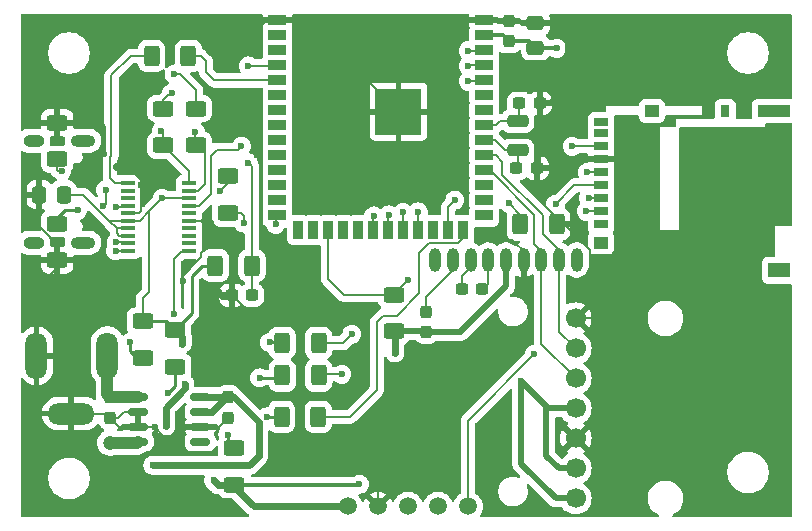
<source format=gbl>
%TF.GenerationSoftware,KiCad,Pcbnew,8.0.6*%
%TF.CreationDate,2024-11-30T14:10:35+09:00*%
%TF.ProjectId,PCB,5043422e-6b69-4636-9164-5f7063625858,rev?*%
%TF.SameCoordinates,Original*%
%TF.FileFunction,Copper,L2,Bot*%
%TF.FilePolarity,Positive*%
%FSLAX46Y46*%
G04 Gerber Fmt 4.6, Leading zero omitted, Abs format (unit mm)*
G04 Created by KiCad (PCBNEW 8.0.6) date 2024-11-30 14:10:35*
%MOMM*%
%LPD*%
G01*
G04 APERTURE LIST*
G04 Aperture macros list*
%AMRoundRect*
0 Rectangle with rounded corners*
0 $1 Rounding radius*
0 $2 $3 $4 $5 $6 $7 $8 $9 X,Y pos of 4 corners*
0 Add a 4 corners polygon primitive as box body*
4,1,4,$2,$3,$4,$5,$6,$7,$8,$9,$2,$3,0*
0 Add four circle primitives for the rounded corners*
1,1,$1+$1,$2,$3*
1,1,$1+$1,$4,$5*
1,1,$1+$1,$6,$7*
1,1,$1+$1,$8,$9*
0 Add four rect primitives between the rounded corners*
20,1,$1+$1,$2,$3,$4,$5,0*
20,1,$1+$1,$4,$5,$6,$7,0*
20,1,$1+$1,$6,$7,$8,$9,0*
20,1,$1+$1,$8,$9,$2,$3,0*%
G04 Aperture macros list end*
%TA.AperFunction,ComponentPad*%
%ADD10C,1.700000*%
%TD*%
%TA.AperFunction,ComponentPad*%
%ADD11O,4.000000X1.800000*%
%TD*%
%TA.AperFunction,ComponentPad*%
%ADD12O,1.800000X4.000000*%
%TD*%
%TA.AperFunction,ComponentPad*%
%ADD13C,1.500000*%
%TD*%
%TA.AperFunction,ComponentPad*%
%ADD14O,1.800000X1.000000*%
%TD*%
%TA.AperFunction,ComponentPad*%
%ADD15O,2.100000X1.000000*%
%TD*%
%TA.AperFunction,SMDPad,CuDef*%
%ADD16RoundRect,0.237500X-0.237500X0.300000X-0.237500X-0.300000X0.237500X-0.300000X0.237500X0.300000X0*%
%TD*%
%TA.AperFunction,SMDPad,CuDef*%
%ADD17RoundRect,0.250000X-0.625000X0.400000X-0.625000X-0.400000X0.625000X-0.400000X0.625000X0.400000X0*%
%TD*%
%TA.AperFunction,SMDPad,CuDef*%
%ADD18RoundRect,0.237500X-0.300000X-0.237500X0.300000X-0.237500X0.300000X0.237500X-0.300000X0.237500X0*%
%TD*%
%TA.AperFunction,SMDPad,CuDef*%
%ADD19RoundRect,0.250000X-0.400000X-0.625000X0.400000X-0.625000X0.400000X0.625000X-0.400000X0.625000X0*%
%TD*%
%TA.AperFunction,SMDPad,CuDef*%
%ADD20RoundRect,0.250000X0.475000X-0.337500X0.475000X0.337500X-0.475000X0.337500X-0.475000X-0.337500X0*%
%TD*%
%TA.AperFunction,SMDPad,CuDef*%
%ADD21RoundRect,0.250000X0.625000X-0.400000X0.625000X0.400000X-0.625000X0.400000X-0.625000X-0.400000X0*%
%TD*%
%TA.AperFunction,SMDPad,CuDef*%
%ADD22RoundRect,0.237500X0.237500X-0.300000X0.237500X0.300000X-0.237500X0.300000X-0.237500X-0.300000X0*%
%TD*%
%TA.AperFunction,HeatsinkPad*%
%ADD23C,1.300000*%
%TD*%
%TA.AperFunction,SMDPad,CuDef*%
%ADD24R,3.900000X3.900000*%
%TD*%
%TA.AperFunction,HeatsinkPad*%
%ADD25C,1.000000*%
%TD*%
%TA.AperFunction,SMDPad,CuDef*%
%ADD26R,1.500000X0.900000*%
%TD*%
%TA.AperFunction,SMDPad,CuDef*%
%ADD27R,0.900000X1.500000*%
%TD*%
%TA.AperFunction,SMDPad,CuDef*%
%ADD28RoundRect,0.250000X0.400000X0.625000X-0.400000X0.625000X-0.400000X-0.625000X0.400000X-0.625000X0*%
%TD*%
%TA.AperFunction,SMDPad,CuDef*%
%ADD29RoundRect,0.150000X0.675000X0.150000X-0.675000X0.150000X-0.675000X-0.150000X0.675000X-0.150000X0*%
%TD*%
%TA.AperFunction,SMDPad,CuDef*%
%ADD30RoundRect,0.250000X0.337500X0.475000X-0.337500X0.475000X-0.337500X-0.475000X0.337500X-0.475000X0*%
%TD*%
%TA.AperFunction,SMDPad,CuDef*%
%ADD31R,1.900000X1.300000*%
%TD*%
%TA.AperFunction,SMDPad,CuDef*%
%ADD32R,1.200000X1.000000*%
%TD*%
%TA.AperFunction,SMDPad,CuDef*%
%ADD33R,2.800000X1.000000*%
%TD*%
%TA.AperFunction,SMDPad,CuDef*%
%ADD34R,0.800000X1.000000*%
%TD*%
%TA.AperFunction,SMDPad,CuDef*%
%ADD35R,1.200000X0.700000*%
%TD*%
%TA.AperFunction,SMDPad,CuDef*%
%ADD36R,1.200000X0.400000*%
%TD*%
%TA.AperFunction,SMDPad,CuDef*%
%ADD37RoundRect,0.237500X0.300000X0.237500X-0.300000X0.237500X-0.300000X-0.237500X0.300000X-0.237500X0*%
%TD*%
%TA.AperFunction,SMDPad,CuDef*%
%ADD38RoundRect,0.250000X0.650000X-0.250000X0.650000X0.250000X-0.650000X0.250000X-0.650000X-0.250000X0*%
%TD*%
%TA.AperFunction,ComponentPad*%
%ADD39O,1.000000X2.000000*%
%TD*%
%TA.AperFunction,ViaPad*%
%ADD40C,0.600000*%
%TD*%
%TA.AperFunction,ViaPad*%
%ADD41C,0.700000*%
%TD*%
%TA.AperFunction,ViaPad*%
%ADD42C,1.200000*%
%TD*%
%TA.AperFunction,Conductor*%
%ADD43C,0.200000*%
%TD*%
%TA.AperFunction,Conductor*%
%ADD44C,0.152400*%
%TD*%
%TA.AperFunction,Conductor*%
%ADD45C,0.600000*%
%TD*%
%TA.AperFunction,Conductor*%
%ADD46C,0.300000*%
%TD*%
%TA.AperFunction,Conductor*%
%ADD47C,0.500000*%
%TD*%
%TA.AperFunction,Conductor*%
%ADD48C,1.000000*%
%TD*%
%TA.AperFunction,Conductor*%
%ADD49C,0.250000*%
%TD*%
G04 APERTURE END LIST*
D10*
%TO.P,U1,7,V_io*%
%TO.N,+3V3*%
X136200000Y-111700000D03*
%TO.P,U1,6,V_core*%
X136200000Y-109160000D03*
%TO.P,U1,5,GND*%
%TO.N,GND*%
X136200000Y-106620000D03*
%TO.P,U1,4,CSB*%
%TO.N,+3V3*%
X136200000Y-104080000D03*
%TO.P,U1,3,SDI*%
%TO.N,ESP32_IO18_SDA*%
X136200000Y-101540000D03*
%TO.P,U1,2,SCK*%
%TO.N,ESP32_IO17_SCL*%
X136200000Y-99000000D03*
%TO.P,U1,1,SDO*%
%TO.N,GND*%
X136200000Y-96460000D03*
%TD*%
D11*
%TO.P,J2,3*%
%TO.N,GND*%
X93500000Y-104525000D03*
D12*
%TO.P,J2,2*%
X90550000Y-99625000D03*
%TO.P,J2,1*%
%TO.N,VDD*%
X96550000Y-99625000D03*
%TD*%
D13*
%TO.P,U5,5,3V3*%
%TO.N,+3V3*%
X116925000Y-112390000D03*
%TO.P,U5,4,GND*%
%TO.N,GND*%
X119465000Y-112390000D03*
%TO.P,U5,3,IO4*%
%TO.N,unconnected-(U5-IO4-Pad3)*%
X122005000Y-112390000D03*
%TO.P,U5,2,SDA*%
%TO.N,ESP32_IO18_SDA*%
X124545000Y-112390000D03*
%TO.P,U5,1,SCL*%
%TO.N,ESP32_IO17_SCL*%
X127085000Y-112390000D03*
%TD*%
D14*
%TO.P,J1,S1,SHIELD*%
%TO.N,unconnected-(J1-SHIELD-PadS1)_1*%
X90300000Y-90070000D03*
D15*
%TO.N,unconnected-(J1-SHIELD-PadS1)_3*%
X94480000Y-90070000D03*
D14*
%TO.N,unconnected-(J1-SHIELD-PadS1)*%
X90300000Y-81430000D03*
D15*
%TO.N,unconnected-(J1-SHIELD-PadS1)_2*%
X94480000Y-81430000D03*
%TD*%
D16*
%TO.P,C2,2*%
%TO.N,GND*%
X106800000Y-104862500D03*
%TO.P,C2,1*%
%TO.N,SW_1*%
X106800000Y-103137500D03*
%TD*%
%TO.P,C1,2*%
%TO.N,GND*%
X96800000Y-104862500D03*
%TO.P,C1,1*%
%TO.N,VDD*%
X96800000Y-103137500D03*
%TD*%
D17*
%TO.P,R4,2*%
%TO.N,+3V3*%
X107300000Y-110550000D03*
%TO.P,R4,1*%
%TO.N,Net-(D1-A)*%
X107300000Y-107450000D03*
%TD*%
D18*
%TO.P,C8,2*%
%TO.N,GND*%
X132912500Y-83750000D03*
%TO.P,C8,1*%
%TO.N,ESP32_IO16*%
X131187500Y-83750000D03*
%TD*%
D19*
%TO.P,R14,2*%
%TO.N,ESP32_IO4*%
X114450000Y-101300000D03*
%TO.P,R14,1*%
%TO.N,Net-(D5-A)*%
X111350000Y-101300000D03*
%TD*%
D20*
%TO.P,C4,2*%
%TO.N,GND*%
X132800000Y-71462500D03*
%TO.P,C4,1*%
%TO.N,+3V3*%
X132800000Y-73537500D03*
%TD*%
D21*
%TO.P,R10,2*%
%TO.N,+3V3*%
X106800000Y-84450000D03*
%TO.P,R10,1*%
%TO.N,ESP32_IO0*%
X106800000Y-87550000D03*
%TD*%
D22*
%TO.P,C9,2*%
%TO.N,Net-(U6-VOUT)*%
X123550000Y-95887500D03*
%TO.P,C9,1*%
%TO.N,+3V3*%
X123550000Y-97612500D03*
%TD*%
D17*
%TO.P,R7,2*%
%TO.N,DTR*%
X101300000Y-81800000D03*
%TO.P,R7,1*%
%TO.N,Net-(Q1-B)*%
X101300000Y-78700000D03*
%TD*%
D23*
%TO.P,U4,41,GND*%
%TO.N,GND*%
X119950000Y-80200000D03*
X120000000Y-77700000D03*
D24*
X121200000Y-78960000D03*
D25*
X121200000Y-79000000D03*
D23*
X122400000Y-77700000D03*
X122400000Y-80200000D03*
D26*
%TO.P,U4,40,GND*%
X110950000Y-71240000D03*
%TO.P,U4,39,IO1*%
%TO.N,unconnected-(U4-IO1-Pad39)*%
X110950000Y-72510000D03*
%TO.P,U4,38,IO2*%
%TO.N,unconnected-(U4-IO2-Pad38)*%
X110950000Y-73780000D03*
%TO.P,U4,37,TXD0*%
%TO.N,ESP32_TXD*%
X110950000Y-75050000D03*
%TO.P,U4,36,RXD0*%
%TO.N,ESP32_RXD*%
X110950000Y-76320000D03*
%TO.P,U4,35,IO42*%
%TO.N,unconnected-(U4-IO42-Pad35)*%
X110950000Y-77590000D03*
%TO.P,U4,34,IO41*%
%TO.N,unconnected-(U4-IO41-Pad34)*%
X110950000Y-78860000D03*
%TO.P,U4,33,IO40*%
%TO.N,unconnected-(U4-IO40-Pad33)*%
X110950000Y-80130000D03*
%TO.P,U4,32,IO39*%
%TO.N,unconnected-(U4-IO39-Pad32)*%
X110950000Y-81400000D03*
%TO.P,U4,31,IO38*%
%TO.N,unconnected-(U4-IO38-Pad31)*%
X110950000Y-82670000D03*
%TO.P,U4,30,IO37*%
%TO.N,unconnected-(U4-IO37-Pad30)*%
X110950000Y-83940000D03*
%TO.P,U4,29,IO36*%
%TO.N,unconnected-(U4-IO36-Pad29)*%
X110950000Y-85210000D03*
%TO.P,U4,28,IO35*%
%TO.N,unconnected-(U4-IO35-Pad28)*%
X110950000Y-86480000D03*
%TO.P,U4,27,IO0*%
%TO.N,ESP32_IO0*%
X110950000Y-87750000D03*
D27*
%TO.P,U4,26,IO45*%
%TO.N,unconnected-(U4-IO45-Pad26)*%
X112715000Y-89000000D03*
%TO.P,U4,25,IO48*%
%TO.N,unconnected-(U4-IO48-Pad25)*%
X113985000Y-89000000D03*
%TO.P,U4,24,IO47*%
%TO.N,ESP32_IO47*%
X115255000Y-89000000D03*
%TO.P,U4,23,IO21*%
%TO.N,unconnected-(U4-IO21-Pad23)*%
X116525000Y-89000000D03*
%TO.P,U4,22,IO14*%
%TO.N,unconnected-(U4-IO14-Pad22)*%
X117795000Y-89000000D03*
%TO.P,U4,21,IO13*%
%TO.N,ESP32_IO13_SPI_MISO*%
X119065000Y-89000000D03*
%TO.P,U4,20,IO12*%
%TO.N,ESP32_IO12_SPI_SCK*%
X120335000Y-89000000D03*
%TO.P,U4,19,IO11*%
%TO.N,ESP32_IO11_SPI_MOSI*%
X121605000Y-89000000D03*
%TO.P,U4,18,IO10*%
%TO.N,ESP32_IO10_SPI_CS*%
X122875000Y-89000000D03*
%TO.P,U4,17,IO9*%
%TO.N,unconnected-(U4-IO9-Pad17)*%
X124145000Y-89000000D03*
%TO.P,U4,16,IO46*%
%TO.N,ESP32_IO46*%
X125415000Y-89000000D03*
%TO.P,U4,15,IO3*%
%TO.N,ESP32_IO3*%
X126685000Y-89000000D03*
D26*
%TO.P,U4,14,IO20*%
%TO.N,unconnected-(U4-IO20-Pad14)*%
X128450000Y-87750000D03*
%TO.P,U4,13,IO19*%
%TO.N,unconnected-(U4-IO19-Pad13)*%
X128450000Y-86480000D03*
%TO.P,U4,12,IO8*%
%TO.N,unconnected-(U4-IO8-Pad12)*%
X128450000Y-85210000D03*
%TO.P,U4,11,IO18*%
%TO.N,ESP32_IO18_SDA*%
X128450000Y-83940000D03*
%TO.P,U4,10,IO17*%
%TO.N,ESP32_IO17_SCL*%
X128450000Y-82670000D03*
%TO.P,U4,9,IO16*%
%TO.N,ESP32_IO16*%
X128450000Y-81400000D03*
%TO.P,U4,8,IO15*%
%TO.N,ESP32_IO15*%
X128450000Y-80130000D03*
%TO.P,U4,7,IO7*%
%TO.N,unconnected-(U4-IO7-Pad7)*%
X128450000Y-78860000D03*
%TO.P,U4,6,IO6*%
%TO.N,unconnected-(U4-IO6-Pad6)*%
X128450000Y-77590000D03*
%TO.P,U4,5,IO5*%
%TO.N,ESP32_IO5*%
X128450000Y-76320000D03*
%TO.P,U4,4,IO4*%
%TO.N,ESP32_IO4*%
X128450000Y-75050000D03*
%TO.P,U4,3,EN*%
%TO.N,ESP32_EN*%
X128450000Y-73780000D03*
%TO.P,U4,2,3V3*%
%TO.N,+3V3*%
X128450000Y-72510000D03*
%TO.P,U4,1,GND*%
%TO.N,GND*%
X128450000Y-71240000D03*
%TD*%
D21*
%TO.P,R6,2*%
%TO.N,+3V3*%
X99550000Y-96700000D03*
%TO.P,R6,1*%
%TO.N,Net-(D3-A)*%
X99550000Y-99800000D03*
%TD*%
%TO.P,R2,2*%
%TO.N,GND*%
X92300000Y-79900000D03*
%TO.P,R2,1*%
%TO.N,Net-(J1-CC1)*%
X92300000Y-83000000D03*
%TD*%
D28*
%TO.P,R11,2*%
%TO.N,ESP32_IO46*%
X131500000Y-88500000D03*
%TO.P,R11,1*%
%TO.N,GND*%
X134600000Y-88500000D03*
%TD*%
D17*
%TO.P,R12,2*%
%TO.N,+3V3*%
X120800000Y-97550000D03*
%TO.P,R12,1*%
%TO.N,ESP32_IO47*%
X120800000Y-94450000D03*
%TD*%
D19*
%TO.P,R13,2*%
%TO.N,ESP32_IO3*%
X114400000Y-104800000D03*
%TO.P,R13,1*%
%TO.N,Net-(D4-A)*%
X111300000Y-104800000D03*
%TD*%
D29*
%TO.P,U3,8,IN*%
%TO.N,VDD*%
X99175000Y-103095000D03*
%TO.P,U3,7,GND*%
%TO.N,GND*%
X99175000Y-104365000D03*
%TO.P,U3,6,GND*%
X99175000Y-105635000D03*
%TO.P,U3,5,\u002ASHDN*%
%TO.N,VDD*%
X99175000Y-106905000D03*
%TO.P,U3,4,NC*%
%TO.N,unconnected-(U3-NC-Pad4)*%
X104425000Y-106905000D03*
%TO.P,U3,3,GND*%
%TO.N,GND*%
X104425000Y-105635000D03*
%TO.P,U3,2,SENSE/ADJ*%
%TO.N,SW_1*%
X104425000Y-104365000D03*
%TO.P,U3,1,OUT*%
X104425000Y-103095000D03*
%TD*%
D18*
%TO.P,C10,2*%
%TO.N,Net-(U6-CAP1P)*%
X128300000Y-94000000D03*
%TO.P,C10,1*%
%TO.N,Net-(U6-CAP1N)*%
X126575000Y-94000000D03*
%TD*%
D30*
%TO.P,C3,2*%
%TO.N,GND*%
X90800000Y-86000000D03*
%TO.P,C3,1*%
%TO.N,+3V3*%
X92875000Y-86000000D03*
%TD*%
D31*
%TO.P,J4,11,SHIELD*%
%TO.N,unconnected-(J4-SHIELD-Pad11)_1*%
X153460000Y-92395000D03*
D32*
%TO.N,unconnected-(J4-SHIELD-Pad11)*%
X138360000Y-90045000D03*
%TO.N,unconnected-(J4-SHIELD-Pad11)_3*%
X142660000Y-78895000D03*
D33*
%TO.N,unconnected-(J4-SHIELD-Pad11)_2*%
X153010000Y-78895000D03*
D34*
%TO.P,J4,10,DET_A*%
%TO.N,unconnected-(J4-DET_A-Pad10)*%
X148860000Y-78895000D03*
D35*
%TO.P,J4,9,DET_B*%
%TO.N,unconnected-(J4-DET_B-Pad9)*%
X138360000Y-79845000D03*
%TO.P,J4,8,DAT1*%
%TO.N,unconnected-(J4-DAT1-Pad8)*%
X138360000Y-80795000D03*
%TO.P,J4,7,DAT0*%
%TO.N,ESP32_IO13_SPI_MISO*%
X138360000Y-81895000D03*
%TO.P,J4,6,VSS*%
%TO.N,GND*%
X138360000Y-82995000D03*
%TO.P,J4,5,CLK*%
%TO.N,ESP32_IO12_SPI_SCK*%
X138360000Y-84095000D03*
%TO.P,J4,4,VDD*%
%TO.N,+3V3*%
X138360000Y-85195000D03*
%TO.P,J4,3,CMD*%
%TO.N,ESP32_IO11_SPI_MOSI*%
X138360000Y-86295000D03*
%TO.P,J4,2,DAT3/CD*%
%TO.N,ESP32_IO10_SPI_CS*%
X138360000Y-87395000D03*
%TO.P,J4,1,DAT2*%
%TO.N,unconnected-(J4-DAT2-Pad1)*%
X138360000Y-88495000D03*
%TD*%
D36*
%TO.P,U2,20,TXD*%
%TO.N,Net-(U2-TXD)*%
X98300000Y-85035000D03*
%TO.P,U2,19,CBUS3*%
%TO.N,unconnected-(U2-CBUS3-Pad19)*%
X98300000Y-85670000D03*
%TO.P,U2,18,CBUS0*%
%TO.N,unconnected-(U2-CBUS0-Pad18)*%
X98300000Y-86305000D03*
%TO.P,U2,17,CBUS1*%
%TO.N,CBUS1*%
X98300000Y-86940000D03*
%TO.P,U2,16,GND*%
%TO.N,GND*%
X98300000Y-87575000D03*
%TO.P,U2,15,VCC*%
%TO.N,+3V3*%
X98300000Y-88210000D03*
%TO.P,U2,14,~{RESET}*%
X98300000Y-88845000D03*
%TO.P,U2,13,3V3OUT*%
X98300000Y-89480000D03*
%TO.P,U2,12,USBDM*%
%TO.N,USB_DM*%
X98300000Y-90115000D03*
%TO.P,U2,11,USBDP*%
%TO.N,USB_DP*%
X98300000Y-90750000D03*
%TO.P,U2,10,CBUS2*%
%TO.N,CBUS2*%
X103500000Y-90750000D03*
%TO.P,U2,9,~{CTS}*%
%TO.N,unconnected-(U2-~{CTS}-Pad9)*%
X103500000Y-90115000D03*
%TO.P,U2,8,~{DCD}*%
%TO.N,unconnected-(U2-~{DCD}-Pad8)*%
X103500000Y-89480000D03*
%TO.P,U2,7,~{DSR}*%
%TO.N,unconnected-(U2-~{DSR}-Pad7)*%
X103500000Y-88845000D03*
%TO.P,U2,6,GND*%
%TO.N,GND*%
X103500000Y-88210000D03*
%TO.P,U2,5,~{RI}*%
%TO.N,unconnected-(U2-~{RI}-Pad5)*%
X103500000Y-87575000D03*
%TO.P,U2,4,RXD*%
%TO.N,ESP32_TXD*%
X103500000Y-86940000D03*
%TO.P,U2,3,VCCIO*%
%TO.N,+3V3*%
X103500000Y-86305000D03*
%TO.P,U2,2,~{RTS}*%
%TO.N,RTS*%
X103500000Y-85670000D03*
%TO.P,U2,1,~{DTR}*%
%TO.N,DTR*%
X103500000Y-85035000D03*
%TD*%
D21*
%TO.P,R5,2*%
%TO.N,+3V3*%
X102300000Y-97450000D03*
%TO.P,R5,1*%
%TO.N,Net-(D2-A)*%
X102300000Y-100550000D03*
%TD*%
D17*
%TO.P,R1,2*%
%TO.N,GND*%
X92300000Y-91550000D03*
%TO.P,R1,1*%
%TO.N,Net-(J1-CC2)*%
X92300000Y-88450000D03*
%TD*%
D19*
%TO.P,R3,2*%
%TO.N,ESP32_RXD*%
X103400000Y-74250000D03*
%TO.P,R3,1*%
%TO.N,Net-(U2-TXD)*%
X100300000Y-74250000D03*
%TD*%
D22*
%TO.P,C5,2*%
%TO.N,GND*%
X130550000Y-71275000D03*
%TO.P,C5,1*%
%TO.N,+3V3*%
X130550000Y-73000000D03*
%TD*%
D28*
%TO.P,R9,2*%
%TO.N,+3V3*%
X105700000Y-92000000D03*
%TO.P,R9,1*%
%TO.N,ESP32_EN*%
X108800000Y-92000000D03*
%TD*%
D37*
%TO.P,C6,2*%
%TO.N,GND*%
X107075000Y-94500000D03*
%TO.P,C6,1*%
%TO.N,ESP32_EN*%
X108800000Y-94500000D03*
%TD*%
D18*
%TO.P,C7,2*%
%TO.N,GND*%
X133162500Y-78250000D03*
%TO.P,C7,1*%
%TO.N,ESP32_IO15*%
X131437500Y-78250000D03*
%TD*%
D19*
%TO.P,R15,2*%
%TO.N,ESP32_IO5*%
X114450000Y-98550000D03*
%TO.P,R15,1*%
%TO.N,Net-(D6-A)*%
X111350000Y-98550000D03*
%TD*%
D17*
%TO.P,R8,2*%
%TO.N,RTS*%
X104050000Y-81800000D03*
%TO.P,R8,1*%
%TO.N,Net-(Q2-B)*%
X104050000Y-78700000D03*
%TD*%
D38*
%TO.P,Y1,2,2*%
%TO.N,ESP32_IO15*%
X131300000Y-79750000D03*
%TO.P,Y1,1,1*%
%TO.N,ESP32_IO16*%
X131300000Y-82250000D03*
%TD*%
D39*
%TO.P,U6,1,VO*%
%TO.N,unconnected-(U6-VO-Pad1)*%
X124300000Y-91525000D03*
%TO.P,U6,2,VOUT*%
%TO.N,Net-(U6-VOUT)*%
X125800000Y-91525000D03*
%TO.P,U6,3,CAP1N*%
%TO.N,Net-(U6-CAP1N)*%
X127300000Y-91525000D03*
%TO.P,U6,4,CAP1P*%
%TO.N,Net-(U6-CAP1P)*%
X128800000Y-91525000D03*
%TO.P,U6,5,VDD*%
%TO.N,+3V3*%
X130300000Y-91525000D03*
%TO.P,U6,6,VSS*%
%TO.N,GND*%
X131800000Y-91525000D03*
%TO.P,U6,7,SDA*%
%TO.N,ESP32_IO18_SDA*%
X133300000Y-91525000D03*
%TO.P,U6,8,SCL*%
%TO.N,ESP32_IO17_SCL*%
X134800000Y-91525000D03*
%TO.P,U6,9,XRSETB*%
%TO.N,ESP32_IO47*%
X136300000Y-91525000D03*
%TD*%
D40*
%TO.N,+3V3*%
X101500000Y-105600000D03*
X117900000Y-110500000D03*
%TO.N,GND*%
X113000000Y-103200000D03*
X129100000Y-89800000D03*
%TO.N,+3V3*%
X134600000Y-73600000D03*
%TO.N,CBUS1*%
X97270000Y-87021274D03*
%TO.N,USB_DP*%
X96400000Y-85600000D03*
X96212801Y-86931589D03*
%TO.N,USB_DM*%
X97307707Y-89999814D03*
%TO.N,+3V3*%
X134500000Y-86800000D03*
X131600000Y-101800000D03*
X126437500Y-97612500D03*
X120900000Y-99400000D03*
%TO.N,ESP32_IO5*%
X127100000Y-76400000D03*
X117252400Y-97800000D03*
%TO.N,ESP32_IO4*%
X127100000Y-75100000D03*
X116400000Y-101200000D03*
%TO.N,ESP32_IO17_SCL*%
X132700000Y-99500000D03*
%TO.N,ESP32_IO47*%
X122000000Y-93200000D03*
%TO.N,ESP32_IO13_SPI_MISO*%
X119100000Y-87800000D03*
X135900000Y-81900000D03*
%TO.N,ESP32_IO12_SPI_SCK*%
X137200000Y-84100000D03*
X120400000Y-87700000D03*
%TO.N,ESP32_IO11_SPI_MOSI*%
X137300000Y-86300000D03*
X121600000Y-87500000D03*
%TO.N,ESP32_IO10_SPI_CS*%
X137100000Y-87400000D03*
X122875000Y-87450000D03*
%TO.N,ESP32_IO46*%
X130525000Y-86700000D03*
X125975000Y-86450000D03*
%TO.N,GND*%
X93900000Y-91500000D03*
D41*
X97400000Y-83675000D03*
D40*
X109225000Y-77300000D03*
X105300000Y-88400000D03*
X109225000Y-82600000D03*
X98500000Y-92500000D03*
X97650000Y-73425000D03*
X102925000Y-93325000D03*
X106000000Y-94200000D03*
X109275000Y-72050000D03*
X100600000Y-105700000D03*
X97100000Y-92500000D03*
X99400000Y-85200000D03*
D42*
%TO.N,VDD*%
X96800000Y-107000000D03*
D40*
%TO.N,SW_1*%
X100400000Y-108900000D03*
%TO.N,+3V3*%
X102900000Y-98600000D03*
X101195000Y-86305000D03*
X105550000Y-110150000D03*
X103100000Y-102000000D03*
X106100000Y-85700000D03*
%TO.N,ESP32_EN*%
X127100000Y-73800000D03*
X108500000Y-83300000D03*
%TO.N,Net-(D1-A)*%
X106750000Y-106300000D03*
%TO.N,Net-(D2-A)*%
X101650000Y-102800000D03*
%TO.N,CBUS2*%
X102200000Y-96100000D03*
%TO.N,Net-(D3-A)*%
X98500000Y-98500000D03*
%TO.N,Net-(D4-A)*%
X110052400Y-104800000D03*
%TO.N,Net-(D5-A)*%
X109450000Y-101500000D03*
%TO.N,Net-(D6-A)*%
X110300000Y-98500000D03*
%TO.N,USB_DP*%
X97250000Y-90750000D03*
%TO.N,Net-(J1-CC1)*%
X92700000Y-84000000D03*
%TO.N,Net-(J1-CC2)*%
X94050000Y-87300000D03*
%TO.N,RTS*%
X104000000Y-80700000D03*
%TO.N,Net-(Q1-B)*%
X102000000Y-77400000D03*
%TO.N,DTR*%
X101100000Y-80600000D03*
%TO.N,ESP32_IO0*%
X108100000Y-88400000D03*
X110800000Y-88500000D03*
%TO.N,Net-(Q2-B)*%
X102200000Y-75800000D03*
%TO.N,ESP32_TXD*%
X108500000Y-75100000D03*
X107900000Y-81900000D03*
%TO.N,GND*%
X96275000Y-82550000D03*
%TD*%
D43*
%TO.N,ESP32_IO47*%
X115255000Y-89000000D02*
X115255000Y-93155000D01*
X115255000Y-93155000D02*
X116550000Y-94450000D01*
X116550000Y-94450000D02*
X120800000Y-94450000D01*
D44*
%TO.N,GND*%
X100600000Y-105700000D02*
X101300000Y-106400000D01*
X101300000Y-106400000D02*
X102600000Y-106400000D01*
X102600000Y-106400000D02*
X103365000Y-105635000D01*
X103365000Y-105635000D02*
X104425000Y-105635000D01*
D45*
%TO.N,+3V3*%
X101500000Y-104014055D02*
X101500000Y-105600000D01*
X102900000Y-102614055D02*
X101500000Y-104014055D01*
X102900000Y-102600000D02*
X102900000Y-102614055D01*
D44*
%TO.N,GND*%
X122600000Y-108098950D02*
X122600000Y-108100000D01*
X132600000Y-98098950D02*
X122600000Y-108098950D01*
X132600000Y-94600000D02*
X132600000Y-98098950D01*
X131800000Y-91525000D02*
X131800000Y-93800000D01*
X131800000Y-93800000D02*
X132600000Y-94600000D01*
X122600000Y-108100000D02*
X119930000Y-108100000D01*
X119930000Y-108100000D02*
X119465000Y-108565000D01*
D46*
%TO.N,+3V3*%
X117850000Y-110550000D02*
X107300000Y-110550000D01*
X117900000Y-110500000D02*
X117850000Y-110550000D01*
D44*
%TO.N,GND*%
X113000000Y-103200000D02*
X113000000Y-105800000D01*
X113000000Y-97800000D02*
X113000000Y-103200000D01*
X130800000Y-89800000D02*
X129100000Y-89800000D01*
X131000000Y-90000000D02*
X130800000Y-89800000D01*
X131800000Y-90800000D02*
X131000000Y-90000000D01*
X131800000Y-91525000D02*
X131800000Y-90800000D01*
D46*
%TO.N,+3V3*%
X132800000Y-73537500D02*
X134537500Y-73537500D01*
X134537500Y-73537500D02*
X134600000Y-73600000D01*
D44*
%TO.N,GND*%
X132800000Y-71462500D02*
X134362500Y-71462500D01*
X134362500Y-71462500D02*
X135400000Y-72500000D01*
X135400000Y-72500000D02*
X135400000Y-76700000D01*
X135400000Y-76700000D02*
X133850000Y-78250000D01*
X133850000Y-78250000D02*
X133162500Y-78250000D01*
X113600000Y-106400000D02*
X117300000Y-106400000D01*
X113000000Y-105800000D02*
X113600000Y-106400000D01*
X108875000Y-96300000D02*
X111500000Y-96300000D01*
X107075000Y-94500000D02*
X108875000Y-96300000D01*
X111500000Y-96300000D02*
X113000000Y-97800000D01*
X117300000Y-106400000D02*
X119465000Y-108565000D01*
X119465000Y-108565000D02*
X119465000Y-112390000D01*
D46*
%TO.N,+3V3*%
X130550000Y-73000000D02*
X132262500Y-73000000D01*
X132262500Y-73000000D02*
X132800000Y-73537500D01*
X130060000Y-72510000D02*
X130550000Y-73000000D01*
D44*
X137200000Y-85200000D02*
X136100000Y-85200000D01*
X136100000Y-85200000D02*
X134500000Y-86800000D01*
D43*
%TO.N,RTS*%
X104000000Y-80700000D02*
X104000000Y-81750000D01*
X104000000Y-81750000D02*
X104050000Y-81800000D01*
D44*
%TO.N,GND*%
X97100000Y-92500000D02*
X98500000Y-92500000D01*
X109225000Y-77300000D02*
X109225000Y-82600000D01*
D43*
%TO.N,Net-(U2-TXD)*%
X100300000Y-74250000D02*
X98550000Y-74250000D01*
X98550000Y-74250000D02*
X96900000Y-75900000D01*
X96900000Y-75900000D02*
X96900000Y-82700000D01*
X96900000Y-82700000D02*
X96797600Y-82802400D01*
X96797600Y-82802400D02*
X96797600Y-84597600D01*
X96797600Y-84597600D02*
X97235000Y-85035000D01*
X97235000Y-85035000D02*
X98300000Y-85035000D01*
%TO.N,+3V3*%
X98300000Y-88210000D02*
X96710000Y-88210000D01*
%TO.N,CBUS1*%
X97270000Y-87021274D02*
X98218726Y-87021274D01*
X98218726Y-87021274D02*
X98300000Y-86940000D01*
D44*
%TO.N,GND*%
X104500000Y-90925000D02*
X104500000Y-91275000D01*
X102925000Y-92850000D02*
X102925000Y-93325000D01*
X104500000Y-91275000D02*
X102925000Y-92850000D01*
X105300000Y-88400000D02*
X105110000Y-88210000D01*
X105110000Y-88210000D02*
X103500000Y-88210000D01*
X105300000Y-88400000D02*
X105300000Y-90125000D01*
X105300000Y-90125000D02*
X104500000Y-90925000D01*
D45*
%TO.N,SW_1*%
X100400000Y-108900000D02*
X108550000Y-108900000D01*
X108550000Y-108900000D02*
X109352400Y-108097600D01*
X109352400Y-108097600D02*
X109352400Y-105252400D01*
X109352400Y-105252400D02*
X107237500Y-103137500D01*
X107237500Y-103137500D02*
X106800000Y-103137500D01*
D44*
%TO.N,GND*%
X99175000Y-105635000D02*
X100535000Y-105635000D01*
X100535000Y-105635000D02*
X100600000Y-105700000D01*
%TO.N,USB_DP*%
X96400000Y-85600000D02*
X96400000Y-86744390D01*
X96400000Y-86744390D02*
X96212801Y-86931589D01*
%TO.N,USB_DM*%
X97307707Y-89999814D02*
X98184814Y-89999814D01*
X98184814Y-89999814D02*
X98300000Y-90115000D01*
%TO.N,USB_DP*%
X97250000Y-90750000D02*
X98300000Y-90750000D01*
D43*
%TO.N,ESP32_IO0*%
X106800000Y-87550000D02*
X107850000Y-87550000D01*
X107850000Y-87550000D02*
X108100000Y-87800000D01*
X108100000Y-87800000D02*
X108100000Y-88400000D01*
D44*
%TO.N,GND*%
X93900000Y-91500000D02*
X93850000Y-91550000D01*
X93850000Y-91550000D02*
X92300000Y-91550000D01*
D47*
%TO.N,+3V3*%
X131600000Y-101800000D02*
X131600000Y-108800000D01*
X131600000Y-108800000D02*
X134500000Y-111700000D01*
X134500000Y-111700000D02*
X136200000Y-111700000D01*
D44*
%TO.N,GND*%
X134600000Y-88500000D02*
X135200000Y-88500000D01*
X137400000Y-95260000D02*
X136200000Y-96460000D01*
X135200000Y-88500000D02*
X137400000Y-90700000D01*
X137400000Y-90700000D02*
X137400000Y-95260000D01*
X134600000Y-88500000D02*
X134600000Y-88000000D01*
X134600000Y-88000000D02*
X132912500Y-86312500D01*
X132912500Y-86312500D02*
X132912500Y-83750000D01*
D47*
%TO.N,+3V3*%
X134760000Y-109160000D02*
X133700000Y-108100000D01*
X136200000Y-109160000D02*
X134760000Y-109160000D01*
X133500000Y-103700000D02*
X131900000Y-102100000D01*
X133700000Y-108100000D02*
X133700000Y-103900000D01*
X133880000Y-104080000D02*
X133500000Y-103700000D01*
D43*
X133700000Y-103900000D02*
X133500000Y-103700000D01*
D44*
%TO.N,GND*%
X136200000Y-106620000D02*
X138200000Y-104620000D01*
X137660000Y-96460000D02*
X136200000Y-96460000D01*
X138200000Y-104620000D02*
X138200000Y-97000000D01*
X138200000Y-97000000D02*
X137660000Y-96460000D01*
D47*
%TO.N,+3V3*%
X136200000Y-104080000D02*
X133880000Y-104080000D01*
X131900000Y-102100000D02*
X131600000Y-101800000D01*
D45*
X120900000Y-97650000D02*
X120800000Y-97550000D01*
X120900000Y-99400000D02*
X120900000Y-97650000D01*
D43*
%TO.N,ESP32_IO5*%
X127100000Y-76400000D02*
X128370000Y-76400000D01*
X128370000Y-76400000D02*
X128450000Y-76320000D01*
X114450000Y-98550000D02*
X116502400Y-98550000D01*
X116502400Y-98550000D02*
X117252400Y-97800000D01*
%TO.N,ESP32_IO4*%
X114550000Y-101200000D02*
X114450000Y-101300000D01*
X127150000Y-75050000D02*
X127100000Y-75100000D01*
X128450000Y-75050000D02*
X127150000Y-75050000D01*
X116400000Y-101200000D02*
X114550000Y-101200000D01*
%TO.N,ESP32_IO17_SCL*%
X127085000Y-105115000D02*
X132700000Y-99500000D01*
X127085000Y-112390000D02*
X127085000Y-105115000D01*
%TO.N,ESP32_IO18_SDA*%
X133300000Y-91525000D02*
X133300000Y-98640000D01*
X133300000Y-98640000D02*
X136200000Y-101540000D01*
%TO.N,ESP32_IO17_SCL*%
X134800000Y-91525000D02*
X134800000Y-97600000D01*
X134800000Y-97600000D02*
X136200000Y-99000000D01*
%TO.N,ESP32_IO47*%
X120800000Y-94450000D02*
X120800000Y-94400000D01*
X120800000Y-94400000D02*
X122000000Y-93200000D01*
%TO.N,ESP32_IO17_SCL*%
X134800000Y-91525000D02*
X134800000Y-90700000D01*
X134800000Y-90700000D02*
X133400000Y-89300000D01*
X133400000Y-89300000D02*
X133400000Y-87700000D01*
X133400000Y-87700000D02*
X130000000Y-84300000D01*
X130000000Y-84300000D02*
X130000000Y-83200000D01*
X130000000Y-83200000D02*
X129470000Y-82670000D01*
X129470000Y-82670000D02*
X128450000Y-82670000D01*
%TO.N,ESP32_IO18_SDA*%
X128450000Y-83940000D02*
X128940000Y-83940000D01*
X128940000Y-83940000D02*
X132700000Y-87700000D01*
X132700000Y-87700000D02*
X132700000Y-90200000D01*
X132700000Y-90200000D02*
X133300000Y-90800000D01*
X133300000Y-90800000D02*
X133300000Y-91525000D01*
D44*
%TO.N,GND*%
X132912500Y-83750000D02*
X134250000Y-83750000D01*
X134250000Y-83750000D02*
X135228600Y-82771400D01*
X135228600Y-82771400D02*
X138136400Y-82771400D01*
X138136400Y-82771400D02*
X138360000Y-82995000D01*
%TO.N,+3V3*%
X137200000Y-85200000D02*
X137205000Y-85195000D01*
X137205000Y-85195000D02*
X138360000Y-85195000D01*
D43*
%TO.N,ESP32_IO13_SPI_MISO*%
X119065000Y-89000000D02*
X119065000Y-87835000D01*
X119065000Y-87835000D02*
X119100000Y-87800000D01*
X135900000Y-81900000D02*
X136300000Y-81900000D01*
X136300000Y-81900000D02*
X136305000Y-81895000D01*
X136305000Y-81895000D02*
X138360000Y-81895000D01*
%TO.N,ESP32_IO12_SPI_SCK*%
X138355000Y-84100000D02*
X138360000Y-84095000D01*
X137200000Y-84100000D02*
X138355000Y-84100000D01*
X120335000Y-87765000D02*
X120400000Y-87700000D01*
X120335000Y-89000000D02*
X120335000Y-87765000D01*
%TO.N,ESP32_IO11_SPI_MOSI*%
X137305000Y-86295000D02*
X137300000Y-86300000D01*
X138360000Y-86295000D02*
X137305000Y-86295000D01*
X121600000Y-87500000D02*
X121600000Y-88995000D01*
X121600000Y-88995000D02*
X121605000Y-89000000D01*
%TO.N,ESP32_IO10_SPI_CS*%
X138355000Y-87400000D02*
X138360000Y-87395000D01*
X137100000Y-87400000D02*
X138355000Y-87400000D01*
X122875000Y-89000000D02*
X122875000Y-87450000D01*
%TO.N,ESP32_IO3*%
X126685000Y-89000000D02*
X126685000Y-89690000D01*
X121100000Y-96225000D02*
X119900000Y-96225000D01*
X126685000Y-89690000D02*
X126275000Y-90100000D01*
X126275000Y-90100000D02*
X123825000Y-90100000D01*
X123825000Y-90100000D02*
X122975000Y-90950000D01*
X119900000Y-96225000D02*
X119350000Y-96775000D01*
X122975000Y-90950000D02*
X122975000Y-94350000D01*
X122975000Y-94350000D02*
X121100000Y-96225000D01*
X119350000Y-96775000D02*
X119350000Y-102550000D01*
X119350000Y-102550000D02*
X117100000Y-104800000D01*
X117100000Y-104800000D02*
X114400000Y-104800000D01*
%TO.N,ESP32_IO46*%
X130525000Y-86700000D02*
X131500000Y-87675000D01*
X131500000Y-87675000D02*
X131500000Y-88500000D01*
X125415000Y-87010000D02*
X125975000Y-86450000D01*
X125415000Y-89000000D02*
X125415000Y-87010000D01*
D44*
%TO.N,GND*%
X131800000Y-91525000D02*
X131800000Y-91494604D01*
X133162500Y-78250000D02*
X133162500Y-83500000D01*
X133162500Y-83500000D02*
X132912500Y-83750000D01*
D43*
%TO.N,ESP32_IO16*%
X131300000Y-82250000D02*
X131300000Y-83637500D01*
X131300000Y-83637500D02*
X131187500Y-83750000D01*
%TO.N,ESP32_IO15*%
X131437500Y-78250000D02*
X131437500Y-79612500D01*
X131437500Y-79612500D02*
X131300000Y-79750000D01*
%TO.N,ESP32_IO16*%
X131300000Y-82250000D02*
X130225000Y-82250000D01*
X130225000Y-82250000D02*
X129375000Y-81400000D01*
X129375000Y-81400000D02*
X128450000Y-81400000D01*
%TO.N,ESP32_IO15*%
X128450000Y-80130000D02*
X129445000Y-80130000D01*
X129445000Y-80130000D02*
X129825000Y-79750000D01*
X129825000Y-79750000D02*
X131300000Y-79750000D01*
D44*
%TO.N,GND*%
X97437500Y-104862500D02*
X97935000Y-104365000D01*
X99400000Y-84750000D02*
X99400000Y-85075000D01*
X97825000Y-84100000D02*
X98750000Y-84100000D01*
X92300000Y-91550000D02*
X92300000Y-92200000D01*
X92300000Y-79900000D02*
X96025000Y-79900000D01*
X90800000Y-86000000D02*
X90800000Y-88658770D01*
X99175000Y-105635000D02*
X97572500Y-105635000D01*
X90800000Y-88658770D02*
X92300000Y-90158770D01*
X92300000Y-90158770D02*
X92300000Y-91550000D01*
X96025000Y-79900000D02*
X96325000Y-80200000D01*
X96325000Y-80200000D02*
X96322600Y-80200000D01*
X99400000Y-87400000D02*
X99400000Y-85200000D01*
X110085000Y-71240000D02*
X110950000Y-71240000D01*
X97935000Y-104365000D02*
X99175000Y-104365000D01*
X113500000Y-71240000D02*
X128450000Y-71240000D01*
X104425000Y-105635000D02*
X104425000Y-105575000D01*
X110950000Y-71240000D02*
X113500000Y-71240000D01*
X99835000Y-71240000D02*
X97650000Y-73425000D01*
X96462500Y-104525000D02*
X96800000Y-104862500D01*
X96322600Y-80200000D02*
X96322600Y-82502400D01*
X92300000Y-92200000D02*
X90550000Y-93950000D01*
X99400000Y-85075000D02*
X99400000Y-85200000D01*
X96322600Y-82502400D02*
X96275000Y-82550000D01*
X99225000Y-87575000D02*
X99400000Y-87400000D01*
X97400000Y-83675000D02*
X97825000Y-84100000D01*
X106775000Y-94800000D02*
X107075000Y-94500000D01*
X106800000Y-104862500D02*
X106027500Y-105635000D01*
X93500000Y-104525000D02*
X96462500Y-104525000D01*
X98300000Y-87575000D02*
X99225000Y-87575000D01*
X106027500Y-105635000D02*
X104425000Y-105635000D01*
X106000000Y-94500000D02*
X106300000Y-94800000D01*
X96800000Y-104862500D02*
X97437500Y-104862500D01*
X132612500Y-71275000D02*
X132800000Y-71462500D01*
X90550000Y-93950000D02*
X90550000Y-99625000D01*
X106300000Y-94800000D02*
X106775000Y-94800000D01*
X110950000Y-71240000D02*
X99835000Y-71240000D01*
X113540000Y-71240000D02*
X120000000Y-77700000D01*
X106000000Y-94200000D02*
X106000000Y-94500000D01*
X128450000Y-71240000D02*
X130515000Y-71240000D01*
X109275000Y-72050000D02*
X110085000Y-71240000D01*
X97572500Y-105635000D02*
X96800000Y-104862500D01*
X130515000Y-71240000D02*
X130550000Y-71275000D01*
X98750000Y-84100000D02*
X99400000Y-84750000D01*
X130550000Y-71275000D02*
X132612500Y-71275000D01*
X113500000Y-71240000D02*
X113540000Y-71240000D01*
D48*
%TO.N,VDD*%
X96800000Y-103137500D02*
X99132500Y-103137500D01*
X96550000Y-102887500D02*
X96800000Y-103137500D01*
X99080000Y-107000000D02*
X99175000Y-106905000D01*
X96550000Y-99625000D02*
X96550000Y-102887500D01*
X96800000Y-107000000D02*
X99080000Y-107000000D01*
X99132500Y-103137500D02*
X99175000Y-103095000D01*
D45*
%TO.N,SW_1*%
X105392238Y-104365000D02*
X104425000Y-104365000D01*
X104425000Y-103095000D02*
X106757500Y-103095000D01*
D49*
X106757500Y-103095000D02*
X106800000Y-103137500D01*
D45*
X106619738Y-103137500D02*
X105392238Y-104365000D01*
D49*
X106800000Y-103137500D02*
X106619738Y-103137500D01*
D43*
%TO.N,+3V3*%
X97345000Y-88845000D02*
X98300000Y-88845000D01*
D45*
X108940000Y-112390000D02*
X116925000Y-112390000D01*
X105550000Y-110150000D02*
X105950000Y-110550000D01*
D49*
X99550000Y-96700000D02*
X101550000Y-96700000D01*
D43*
X94500000Y-86000000D02*
X96710000Y-88210000D01*
D45*
X103100000Y-102400000D02*
X103100000Y-102000000D01*
X102900000Y-98050000D02*
X102300000Y-97450000D01*
D43*
X99550000Y-94750000D02*
X99550000Y-96700000D01*
X97345000Y-88845000D02*
X97345000Y-89245000D01*
D47*
X123550000Y-97612500D02*
X126437500Y-97612500D01*
D43*
X100100000Y-94200000D02*
X99550000Y-94750000D01*
D47*
X126437500Y-97612500D02*
X130300000Y-93750000D01*
D43*
X97580000Y-89480000D02*
X98300000Y-89480000D01*
X92875000Y-86000000D02*
X94500000Y-86000000D01*
X106800000Y-84450000D02*
X106800000Y-85000000D01*
X103500000Y-86305000D02*
X101195000Y-86305000D01*
D47*
X120800000Y-97550000D02*
X123487500Y-97550000D01*
D49*
X103700000Y-96050000D02*
X103700000Y-92900000D01*
D43*
X123487500Y-97550000D02*
X123550000Y-97612500D01*
X101195000Y-86305000D02*
X100100000Y-87400000D01*
D45*
X107300000Y-110750000D02*
X108940000Y-112390000D01*
D49*
X101550000Y-96700000D02*
X102300000Y-97450000D01*
D45*
X107300000Y-110550000D02*
X107300000Y-110750000D01*
D43*
X98300000Y-88210000D02*
X99290000Y-88210000D01*
D49*
X103700000Y-92900000D02*
X104600000Y-92000000D01*
D43*
X106800000Y-85000000D02*
X106100000Y-85700000D01*
D49*
X102300000Y-97450000D02*
X103700000Y-96050000D01*
D43*
X97345000Y-89245000D02*
X97580000Y-89480000D01*
X96710000Y-88210000D02*
X97345000Y-88845000D01*
D45*
X105950000Y-110550000D02*
X107300000Y-110550000D01*
D47*
X130300000Y-93750000D02*
X130300000Y-91525000D01*
D45*
X102900000Y-98600000D02*
X102900000Y-98050000D01*
X102900000Y-102600000D02*
X103100000Y-102400000D01*
D43*
X99290000Y-88210000D02*
X100100000Y-87400000D01*
D49*
X104600000Y-92000000D02*
X105700000Y-92000000D01*
D46*
X128450000Y-72510000D02*
X130060000Y-72510000D01*
D43*
X100100000Y-87400000D02*
X100100000Y-94200000D01*
%TO.N,ESP32_EN*%
X127100000Y-73800000D02*
X128430000Y-73800000D01*
X108800000Y-92000000D02*
X108800000Y-83600000D01*
X108800000Y-94500000D02*
X108800000Y-92000000D01*
X128430000Y-73800000D02*
X128450000Y-73780000D01*
X108800000Y-83600000D02*
X108500000Y-83300000D01*
%TO.N,Net-(U6-VOUT)*%
X125800000Y-92400000D02*
X125800000Y-91525000D01*
X123550000Y-94650000D02*
X125800000Y-92400000D01*
X123550000Y-95887500D02*
X123550000Y-94650000D01*
%TO.N,Net-(U6-CAP1N)*%
X127300000Y-92125000D02*
X126575000Y-92850000D01*
X126575000Y-92850000D02*
X126575000Y-94000000D01*
X127300000Y-91525000D02*
X127300000Y-92125000D01*
%TO.N,Net-(U6-CAP1P)*%
X128300000Y-94000000D02*
X128775000Y-93525000D01*
X128800000Y-92975000D02*
X128800000Y-91525000D01*
X128775000Y-93525000D02*
X128775000Y-93000000D01*
X128775000Y-93000000D02*
X128800000Y-92975000D01*
D49*
%TO.N,Net-(D1-A)*%
X106750000Y-106900000D02*
X107300000Y-107450000D01*
X106750000Y-106300000D02*
X106750000Y-106900000D01*
%TO.N,Net-(D2-A)*%
X101850000Y-102650000D02*
X101700000Y-102800000D01*
X102300000Y-100550000D02*
X102300000Y-102200000D01*
X101700000Y-102800000D02*
X101650000Y-102800000D01*
X102300000Y-102200000D02*
X101850000Y-102650000D01*
D43*
%TO.N,CBUS2*%
X102200000Y-94700000D02*
X102200000Y-96100000D01*
X103500000Y-90750000D02*
X102850000Y-90750000D01*
X102850000Y-90750000D02*
X102200000Y-91400000D01*
X102200000Y-91400000D02*
X102200000Y-94700000D01*
D49*
%TO.N,Net-(D3-A)*%
X99050000Y-99800000D02*
X98450000Y-99200000D01*
X98450000Y-98550000D02*
X98500000Y-98500000D01*
X98450000Y-99200000D02*
X98450000Y-98550000D01*
X99550000Y-99800000D02*
X99050000Y-99800000D01*
%TO.N,Net-(D4-A)*%
X110052400Y-104800000D02*
X111300000Y-104800000D01*
%TO.N,Net-(D5-A)*%
X111150000Y-101500000D02*
X111350000Y-101300000D01*
X109450000Y-101500000D02*
X111150000Y-101500000D01*
%TO.N,Net-(D6-A)*%
X111300000Y-98500000D02*
X111350000Y-98550000D01*
X110300000Y-98500000D02*
X111300000Y-98500000D01*
D43*
%TO.N,Net-(J1-CC1)*%
X92300000Y-83900000D02*
X92300000Y-83000000D01*
X92700000Y-84000000D02*
X92400000Y-84000000D01*
X92400000Y-84000000D02*
X92300000Y-83900000D01*
D49*
%TO.N,Net-(J1-CC2)*%
X92300000Y-88450000D02*
X92300000Y-88000000D01*
X93000000Y-87300000D02*
X94050000Y-87300000D01*
X92300000Y-88000000D02*
X93000000Y-87300000D01*
D43*
%TO.N,USB_DM*%
X98285000Y-90100000D02*
X98300000Y-90115000D01*
%TO.N,RTS*%
X104230000Y-85670000D02*
X103500000Y-85670000D01*
X104050000Y-81800000D02*
X104100000Y-81800000D01*
X104800000Y-82500000D02*
X104800000Y-85100000D01*
X104100000Y-81800000D02*
X104800000Y-82500000D01*
X104800000Y-85100000D02*
X104230000Y-85670000D01*
%TO.N,Net-(Q1-B)*%
X101300000Y-78000000D02*
X101800000Y-77500000D01*
X101800000Y-77500000D02*
X101900000Y-77400000D01*
X101900000Y-77400000D02*
X102000000Y-77400000D01*
X101300000Y-78700000D02*
X101300000Y-78000000D01*
%TO.N,DTR*%
X101300000Y-80800000D02*
X101100000Y-80600000D01*
X101300000Y-81800000D02*
X103500000Y-84000000D01*
X103500000Y-84000000D02*
X103500000Y-85035000D01*
X101300000Y-81800000D02*
X101300000Y-80800000D01*
%TO.N,ESP32_IO0*%
X110800000Y-88500000D02*
X110800000Y-87900000D01*
X110800000Y-87900000D02*
X110950000Y-87750000D01*
%TO.N,Net-(Q2-B)*%
X102700000Y-75800000D02*
X104050000Y-77150000D01*
X102200000Y-75800000D02*
X102700000Y-75800000D01*
X104050000Y-77150000D02*
X104050000Y-78700000D01*
%TO.N,ESP32_RXD*%
X110950000Y-76320000D02*
X105620000Y-76320000D01*
X105620000Y-76320000D02*
X104900000Y-75600000D01*
X104450000Y-74250000D02*
X103400000Y-74250000D01*
X104900000Y-74700000D02*
X104450000Y-74250000D01*
X104900000Y-75600000D02*
X104900000Y-74700000D01*
%TO.N,ESP32_TXD*%
X107600000Y-82200000D02*
X107900000Y-81900000D01*
X105300000Y-82700000D02*
X105800000Y-82200000D01*
X110900000Y-75100000D02*
X110950000Y-75050000D01*
X106400000Y-82200000D02*
X107600000Y-82200000D01*
X108500000Y-75100000D02*
X110900000Y-75100000D01*
X105800000Y-82200000D02*
X106400000Y-82200000D01*
X105300000Y-84800000D02*
X105300000Y-82700000D01*
X103500000Y-86940000D02*
X104300000Y-86940000D01*
X104300000Y-86940000D02*
X105300000Y-85940000D01*
X105300000Y-85940000D02*
X105300000Y-84800000D01*
%TD*%
%TA.AperFunction,Conductor*%
%TO.N,GND*%
G36*
X95047277Y-87396512D02*
G01*
X96225139Y-88574374D01*
X96225149Y-88574385D01*
X96229479Y-88578715D01*
X96229480Y-88578716D01*
X96341284Y-88690520D01*
X96341285Y-88690520D01*
X96348352Y-88697587D01*
X96348351Y-88697587D01*
X96348355Y-88697590D01*
X96708181Y-89057416D01*
X96741666Y-89118739D01*
X96744500Y-89145097D01*
X96744500Y-89158330D01*
X96744499Y-89158348D01*
X96744499Y-89324062D01*
X96748557Y-89339205D01*
X96746893Y-89409055D01*
X96716465Y-89458975D01*
X96677894Y-89497547D01*
X96677893Y-89497548D01*
X96581918Y-89650290D01*
X96522338Y-89820559D01*
X96522337Y-89820564D01*
X96502142Y-89999810D01*
X96502142Y-89999817D01*
X96522338Y-90179066D01*
X96553048Y-90266832D01*
X96556609Y-90336611D01*
X96541001Y-90373757D01*
X96524208Y-90400482D01*
X96464633Y-90570737D01*
X96464630Y-90570750D01*
X96444435Y-90749996D01*
X96444435Y-90750003D01*
X96464630Y-90929249D01*
X96464631Y-90929254D01*
X96524211Y-91099523D01*
X96584204Y-91195000D01*
X96620184Y-91252262D01*
X96747738Y-91379816D01*
X96838080Y-91436582D01*
X96891557Y-91470184D01*
X96900478Y-91475789D01*
X97010085Y-91514142D01*
X97070745Y-91535368D01*
X97070750Y-91535369D01*
X97249996Y-91555565D01*
X97250000Y-91555565D01*
X97250004Y-91555565D01*
X97429249Y-91535369D01*
X97429251Y-91535368D01*
X97429255Y-91535368D01*
X97429258Y-91535366D01*
X97429262Y-91535366D01*
X97599519Y-91475790D01*
X97599518Y-91475790D01*
X97599522Y-91475789D01*
X97609516Y-91469508D01*
X97675488Y-91450499D01*
X98947872Y-91450499D01*
X99007483Y-91444091D01*
X99142331Y-91393796D01*
X99257546Y-91307546D01*
X99276233Y-91282582D01*
X99332166Y-91240711D01*
X99401858Y-91235727D01*
X99463181Y-91269212D01*
X99496666Y-91330535D01*
X99499500Y-91356893D01*
X99499500Y-93899902D01*
X99479815Y-93966941D01*
X99463181Y-93987583D01*
X99069481Y-94381282D01*
X99069479Y-94381284D01*
X99050092Y-94414864D01*
X99041898Y-94429058D01*
X98990423Y-94518215D01*
X98949499Y-94670943D01*
X98949499Y-94670945D01*
X98949499Y-94839046D01*
X98949500Y-94839059D01*
X98949500Y-95429911D01*
X98929815Y-95496950D01*
X98877011Y-95542705D01*
X98838102Y-95553269D01*
X98772202Y-95560001D01*
X98772200Y-95560001D01*
X98605668Y-95615185D01*
X98605663Y-95615187D01*
X98456342Y-95707289D01*
X98332289Y-95831342D01*
X98240187Y-95980663D01*
X98240186Y-95980667D01*
X98185001Y-96147203D01*
X98185001Y-96147204D01*
X98185000Y-96147204D01*
X98174500Y-96249983D01*
X98174500Y-97150001D01*
X98174501Y-97150019D01*
X98185000Y-97252796D01*
X98185001Y-97252799D01*
X98240185Y-97419331D01*
X98240189Y-97419340D01*
X98323358Y-97554179D01*
X98341798Y-97621571D01*
X98320875Y-97688235D01*
X98267233Y-97733004D01*
X98258773Y-97736317D01*
X98150478Y-97774210D01*
X97997738Y-97870184D01*
X97979590Y-97888331D01*
X97918266Y-97921815D01*
X97848575Y-97916829D01*
X97792642Y-97874956D01*
X97781426Y-97856943D01*
X97775582Y-97845474D01*
X97747815Y-97790978D01*
X97705695Y-97733004D01*
X97618247Y-97612641D01*
X97618243Y-97612636D01*
X97462363Y-97456756D01*
X97462358Y-97456752D01*
X97284025Y-97327187D01*
X97284024Y-97327186D01*
X97284022Y-97327185D01*
X97221096Y-97295122D01*
X97087606Y-97227104D01*
X97087603Y-97227103D01*
X96877952Y-97158985D01*
X96698104Y-97130500D01*
X96660222Y-97124500D01*
X96439778Y-97124500D01*
X96401896Y-97130500D01*
X96222047Y-97158985D01*
X96012396Y-97227103D01*
X96012393Y-97227104D01*
X95815974Y-97327187D01*
X95637641Y-97456752D01*
X95637636Y-97456756D01*
X95481756Y-97612636D01*
X95481752Y-97612641D01*
X95352187Y-97790974D01*
X95252104Y-97987393D01*
X95252103Y-97987396D01*
X95183985Y-98197047D01*
X95158270Y-98359404D01*
X95149500Y-98414778D01*
X95149500Y-100835222D01*
X95155721Y-100874500D01*
X95183985Y-101052952D01*
X95252103Y-101262603D01*
X95252104Y-101262606D01*
X95281731Y-101320750D01*
X95351030Y-101456756D01*
X95352187Y-101459025D01*
X95481752Y-101637358D01*
X95481756Y-101637363D01*
X95513181Y-101668788D01*
X95546666Y-101730111D01*
X95549500Y-101756469D01*
X95549500Y-102986041D01*
X95555491Y-103016157D01*
X95555491Y-103016160D01*
X95579300Y-103135857D01*
X95587947Y-103179329D01*
X95587948Y-103179332D01*
X95587949Y-103179335D01*
X95607927Y-103227567D01*
X95616982Y-103249427D01*
X95624450Y-103318897D01*
X95593174Y-103381376D01*
X95533085Y-103417028D01*
X95463260Y-103414533D01*
X95429535Y-103397197D01*
X95333763Y-103327615D01*
X95137410Y-103227567D01*
X94927835Y-103159473D01*
X94710181Y-103125000D01*
X93750000Y-103125000D01*
X93750000Y-104025000D01*
X93250000Y-104025000D01*
X93250000Y-103125000D01*
X92289819Y-103125000D01*
X92072164Y-103159473D01*
X91862589Y-103227567D01*
X91666239Y-103327613D01*
X91487958Y-103457142D01*
X91332142Y-103612958D01*
X91202613Y-103791239D01*
X91102567Y-103987589D01*
X91034473Y-104197161D01*
X91034473Y-104197164D01*
X91022145Y-104275000D01*
X91816988Y-104275000D01*
X91784075Y-104332007D01*
X91750000Y-104459174D01*
X91750000Y-104590826D01*
X91784075Y-104717993D01*
X91816988Y-104775000D01*
X91022145Y-104775000D01*
X91034473Y-104852835D01*
X91034473Y-104852838D01*
X91102567Y-105062410D01*
X91202613Y-105258760D01*
X91332142Y-105437041D01*
X91487958Y-105592857D01*
X91666239Y-105722386D01*
X91862589Y-105822432D01*
X92072164Y-105890526D01*
X92289819Y-105925000D01*
X93250000Y-105925000D01*
X93250000Y-105025000D01*
X93750000Y-105025000D01*
X93750000Y-105925000D01*
X94710181Y-105925000D01*
X94927835Y-105890526D01*
X95137410Y-105822432D01*
X95333760Y-105722386D01*
X95512041Y-105592857D01*
X95667856Y-105437042D01*
X95669141Y-105435274D01*
X95669803Y-105434763D01*
X95671024Y-105433334D01*
X95671324Y-105433590D01*
X95724465Y-105392602D01*
X95794078Y-105386614D01*
X95855877Y-105419212D01*
X95887172Y-105469136D01*
X95889546Y-105476299D01*
X95889551Y-105476311D01*
X95980052Y-105623034D01*
X95980055Y-105623038D01*
X96101961Y-105744944D01*
X96101965Y-105744947D01*
X96249058Y-105835676D01*
X96295783Y-105887624D01*
X96307004Y-105956586D01*
X96279161Y-106020668D01*
X96249238Y-106046641D01*
X96133960Y-106118017D01*
X96133958Y-106118019D01*
X95983237Y-106255418D01*
X95860327Y-106418178D01*
X95769422Y-106600739D01*
X95769417Y-106600752D01*
X95713602Y-106796917D01*
X95694785Y-106999999D01*
X95694785Y-107000000D01*
X95713602Y-107203082D01*
X95769417Y-107399247D01*
X95769422Y-107399260D01*
X95860327Y-107581821D01*
X95983237Y-107744581D01*
X96133958Y-107881980D01*
X96133960Y-107881982D01*
X96206102Y-107926650D01*
X96307363Y-107989348D01*
X96497544Y-108063024D01*
X96698024Y-108100500D01*
X96698026Y-108100500D01*
X96901974Y-108100500D01*
X96901976Y-108100500D01*
X97102456Y-108063024D01*
X97242237Y-108008873D01*
X97287031Y-108000500D01*
X99178542Y-108000500D01*
X99197870Y-107996655D01*
X99275188Y-107981275D01*
X99371836Y-107962051D01*
X99435073Y-107935857D01*
X99553914Y-107886632D01*
X99717782Y-107777139D01*
X99753101Y-107741820D01*
X99814423Y-107708334D01*
X99840783Y-107705500D01*
X99915686Y-107705500D01*
X99915694Y-107705500D01*
X99952569Y-107702598D01*
X99952571Y-107702597D01*
X99952573Y-107702597D01*
X99994191Y-107690505D01*
X100110398Y-107656744D01*
X100251865Y-107573081D01*
X100368081Y-107456865D01*
X100451744Y-107315398D01*
X100485505Y-107199191D01*
X100497597Y-107157573D01*
X100497598Y-107157567D01*
X100500499Y-107120701D01*
X100500500Y-107120694D01*
X100500500Y-106689306D01*
X100497598Y-106652431D01*
X100493048Y-106636771D01*
X100451745Y-106494606D01*
X100451744Y-106494603D01*
X100451744Y-106494602D01*
X100368081Y-106353135D01*
X100368078Y-106353132D01*
X100363298Y-106346969D01*
X100365635Y-106345155D01*
X100338798Y-106296050D01*
X100343756Y-106226356D01*
X100364554Y-106193998D01*
X100362903Y-106192717D01*
X100367686Y-106186550D01*
X100451282Y-106045196D01*
X100451283Y-106045193D01*
X100497099Y-105887495D01*
X100497100Y-105887488D01*
X100497375Y-105883998D01*
X100498072Y-105882168D01*
X100498239Y-105881255D01*
X100498408Y-105881285D01*
X100522257Y-105818709D01*
X100578487Y-105777237D01*
X100648213Y-105772748D01*
X100709296Y-105806669D01*
X100735554Y-105846272D01*
X100741338Y-105860236D01*
X100750509Y-105882377D01*
X100752986Y-105888867D01*
X100771725Y-105942419D01*
X100774212Y-105949524D01*
X100780709Y-105959865D01*
X100790268Y-105978365D01*
X100790603Y-105979173D01*
X100790605Y-105979179D01*
X100827223Y-106033982D01*
X100829114Y-106036900D01*
X100870180Y-106102257D01*
X100870182Y-106102260D01*
X100870184Y-106102262D01*
X100997738Y-106229816D01*
X101038488Y-106255421D01*
X101063131Y-106270905D01*
X101066040Y-106272790D01*
X101120821Y-106309394D01*
X101121606Y-106309719D01*
X101140134Y-106319289D01*
X101150478Y-106325789D01*
X101211175Y-106347028D01*
X101217607Y-106349484D01*
X101246021Y-106361253D01*
X101266497Y-106369735D01*
X101266498Y-106369735D01*
X101266503Y-106369737D01*
X101280139Y-106372449D01*
X101296898Y-106377023D01*
X101320745Y-106385368D01*
X101371714Y-106391110D01*
X101381992Y-106392709D01*
X101409140Y-106398109D01*
X101421157Y-106400500D01*
X101421158Y-106400500D01*
X101448085Y-106400500D01*
X101461969Y-106401280D01*
X101499998Y-106405565D01*
X101500000Y-106405565D01*
X101500002Y-106405565D01*
X101538031Y-106401280D01*
X101551915Y-106400500D01*
X101578841Y-106400500D01*
X101578842Y-106400500D01*
X101618017Y-106392707D01*
X101628283Y-106391110D01*
X101679255Y-106385368D01*
X101703100Y-106377023D01*
X101719862Y-106372448D01*
X101733497Y-106369737D01*
X101782389Y-106349484D01*
X101788837Y-106347023D01*
X101849522Y-106325789D01*
X101859868Y-106319287D01*
X101878390Y-106309720D01*
X101879179Y-106309394D01*
X101933987Y-106272771D01*
X101936825Y-106270931D01*
X102002262Y-106229816D01*
X102129816Y-106102262D01*
X102170931Y-106036825D01*
X102172777Y-106033979D01*
X102181671Y-106020668D01*
X102209394Y-105979179D01*
X102209720Y-105978390D01*
X102219287Y-105959868D01*
X102225789Y-105949522D01*
X102247023Y-105888837D01*
X102249490Y-105882377D01*
X102269737Y-105833497D01*
X102272448Y-105819862D01*
X102277023Y-105803100D01*
X102285368Y-105779255D01*
X102291110Y-105728283D01*
X102292707Y-105718017D01*
X102300500Y-105678842D01*
X102300500Y-105651914D01*
X102301280Y-105638029D01*
X102305565Y-105600001D01*
X102305565Y-105599998D01*
X102301280Y-105561969D01*
X102300500Y-105548085D01*
X102300500Y-104396994D01*
X102320185Y-104329955D01*
X102336815Y-104309317D01*
X103032424Y-103613707D01*
X103093745Y-103580224D01*
X103163436Y-103585208D01*
X103219370Y-103627079D01*
X103226832Y-103638264D01*
X103231919Y-103646865D01*
X103231922Y-103646868D01*
X103236702Y-103653031D01*
X103234256Y-103654927D01*
X103260857Y-103703642D01*
X103255873Y-103773334D01*
X103235069Y-103805703D01*
X103236702Y-103806969D01*
X103231917Y-103813137D01*
X103148255Y-103954603D01*
X103148254Y-103954606D01*
X103102402Y-104112426D01*
X103102401Y-104112432D01*
X103099500Y-104149298D01*
X103099500Y-104580701D01*
X103102401Y-104617567D01*
X103102402Y-104617573D01*
X103148254Y-104775393D01*
X103148255Y-104775396D01*
X103148256Y-104775398D01*
X103163786Y-104801658D01*
X103231917Y-104916862D01*
X103236702Y-104923031D01*
X103234369Y-104924840D01*
X103261210Y-104973995D01*
X103256226Y-105043687D01*
X103235470Y-105076021D01*
X103237097Y-105077283D01*
X103232313Y-105083449D01*
X103148718Y-105224801D01*
X103102899Y-105382513D01*
X103102704Y-105384998D01*
X103102705Y-105385000D01*
X105769752Y-105385000D01*
X105836791Y-105404685D01*
X105882546Y-105457489D01*
X105887459Y-105470000D01*
X105889546Y-105476299D01*
X105889551Y-105476311D01*
X105980052Y-105623034D01*
X105980055Y-105623038D01*
X106063600Y-105706583D01*
X106097085Y-105767906D01*
X106092101Y-105837598D01*
X106080913Y-105860236D01*
X106024211Y-105950476D01*
X105964631Y-106120745D01*
X105964630Y-106120750D01*
X105944435Y-106299996D01*
X105944435Y-106300003D01*
X105964630Y-106479249D01*
X105964633Y-106479262D01*
X106010497Y-106610331D01*
X106014059Y-106680110D01*
X105998997Y-106716379D01*
X105990186Y-106730663D01*
X105987137Y-106737205D01*
X105984402Y-106735929D01*
X105952346Y-106782188D01*
X105887818Y-106808983D01*
X105819048Y-106796638D01*
X105767868Y-106749073D01*
X105750891Y-106691717D01*
X105750691Y-106691733D01*
X105750616Y-106690790D01*
X105750549Y-106690561D01*
X105750500Y-106689326D01*
X105750500Y-106689306D01*
X105747598Y-106652431D01*
X105743048Y-106636771D01*
X105701745Y-106494606D01*
X105701744Y-106494603D01*
X105701744Y-106494602D01*
X105618081Y-106353135D01*
X105618078Y-106353132D01*
X105613298Y-106346969D01*
X105615635Y-106345155D01*
X105588798Y-106296050D01*
X105593756Y-106226356D01*
X105614554Y-106193998D01*
X105612903Y-106192717D01*
X105617686Y-106186550D01*
X105701281Y-106045198D01*
X105747100Y-105887486D01*
X105747295Y-105885001D01*
X105747295Y-105885000D01*
X103102705Y-105885000D01*
X103102704Y-105885001D01*
X103102899Y-105887486D01*
X103148718Y-106045198D01*
X103232314Y-106186552D01*
X103237100Y-106192722D01*
X103234640Y-106194629D01*
X103261210Y-106243288D01*
X103256226Y-106312980D01*
X103235162Y-106345781D01*
X103236699Y-106346974D01*
X103231915Y-106353140D01*
X103148255Y-106494603D01*
X103148254Y-106494606D01*
X103102402Y-106652426D01*
X103102401Y-106652432D01*
X103099500Y-106689298D01*
X103099500Y-107120701D01*
X103102401Y-107157567D01*
X103102402Y-107157573D01*
X103148254Y-107315393D01*
X103148255Y-107315396D01*
X103148256Y-107315398D01*
X103231918Y-107456864D01*
X103231923Y-107456870D01*
X103348129Y-107573076D01*
X103348133Y-107573079D01*
X103348135Y-107573081D01*
X103489602Y-107656744D01*
X103531224Y-107668836D01*
X103647426Y-107702597D01*
X103647429Y-107702597D01*
X103647431Y-107702598D01*
X103684306Y-107705500D01*
X103684314Y-107705500D01*
X105165686Y-107705500D01*
X105165694Y-107705500D01*
X105202569Y-107702598D01*
X105202571Y-107702597D01*
X105202573Y-107702597D01*
X105244191Y-107690505D01*
X105360398Y-107656744D01*
X105501865Y-107573081D01*
X105618081Y-107456865D01*
X105693770Y-107328881D01*
X105744836Y-107281200D01*
X105813578Y-107268696D01*
X105878167Y-107295341D01*
X105918098Y-107352676D01*
X105924500Y-107392004D01*
X105924500Y-107900001D01*
X105924501Y-107900019D01*
X105930925Y-107962899D01*
X105918155Y-108031592D01*
X105870274Y-108082476D01*
X105807567Y-108099500D01*
X100451915Y-108099500D01*
X100438031Y-108098720D01*
X100400002Y-108094435D01*
X100399998Y-108094435D01*
X100361969Y-108098720D01*
X100348085Y-108099500D01*
X100321152Y-108099500D01*
X100281994Y-108107288D01*
X100271696Y-108108890D01*
X100220742Y-108114632D01*
X100220735Y-108114634D01*
X100196898Y-108122975D01*
X100180140Y-108127550D01*
X100166502Y-108130263D01*
X100166496Y-108130264D01*
X100117631Y-108150504D01*
X100111140Y-108152982D01*
X100050477Y-108174210D01*
X100050474Y-108174212D01*
X100040127Y-108180713D01*
X100021639Y-108190266D01*
X100020832Y-108190600D01*
X100020824Y-108190604D01*
X99966047Y-108227204D01*
X99963132Y-108229092D01*
X99897742Y-108270180D01*
X99897735Y-108270186D01*
X99770186Y-108397735D01*
X99770180Y-108397742D01*
X99729092Y-108463132D01*
X99727209Y-108466038D01*
X99711779Y-108489132D01*
X99690604Y-108520824D01*
X99690600Y-108520832D01*
X99690266Y-108521639D01*
X99680713Y-108540127D01*
X99674212Y-108550474D01*
X99674210Y-108550477D01*
X99652982Y-108611140D01*
X99650504Y-108617631D01*
X99630264Y-108666496D01*
X99630263Y-108666502D01*
X99627550Y-108680140D01*
X99622975Y-108696898D01*
X99614634Y-108720735D01*
X99614632Y-108720742D01*
X99608890Y-108771696D01*
X99607288Y-108781994D01*
X99599500Y-108821152D01*
X99599500Y-108848085D01*
X99598720Y-108861969D01*
X99594435Y-108899998D01*
X99594435Y-108900001D01*
X99598720Y-108938029D01*
X99599500Y-108951914D01*
X99599500Y-108978844D01*
X99607288Y-109018003D01*
X99608890Y-109028303D01*
X99614632Y-109079252D01*
X99614633Y-109079260D01*
X99622976Y-109103104D01*
X99627550Y-109119860D01*
X99630262Y-109133496D01*
X99650509Y-109182377D01*
X99652986Y-109188867D01*
X99665319Y-109224112D01*
X99674212Y-109249524D01*
X99680709Y-109259865D01*
X99690268Y-109278365D01*
X99690603Y-109279173D01*
X99690605Y-109279179D01*
X99727223Y-109333982D01*
X99729114Y-109336900D01*
X99770180Y-109402257D01*
X99770182Y-109402260D01*
X99770184Y-109402262D01*
X99897738Y-109529816D01*
X99963131Y-109570905D01*
X99966040Y-109572790D01*
X100020821Y-109609394D01*
X100021606Y-109609719D01*
X100040134Y-109619289D01*
X100050478Y-109625789D01*
X100111175Y-109647028D01*
X100117607Y-109649484D01*
X100137612Y-109657770D01*
X100166497Y-109669735D01*
X100166498Y-109669735D01*
X100166503Y-109669737D01*
X100180139Y-109672449D01*
X100196898Y-109677023D01*
X100220745Y-109685368D01*
X100271714Y-109691110D01*
X100281992Y-109692709D01*
X100309140Y-109698109D01*
X100321157Y-109700500D01*
X100321158Y-109700500D01*
X100348085Y-109700500D01*
X100361969Y-109701280D01*
X100399998Y-109705565D01*
X100400000Y-109705565D01*
X100400002Y-109705565D01*
X100438031Y-109701280D01*
X100451915Y-109700500D01*
X104684154Y-109700500D01*
X104751193Y-109720185D01*
X104796948Y-109772989D01*
X104806892Y-109842147D01*
X104798716Y-109871950D01*
X104780263Y-109916501D01*
X104780263Y-109916502D01*
X104777550Y-109930140D01*
X104772975Y-109946898D01*
X104764634Y-109970735D01*
X104764632Y-109970742D01*
X104758890Y-110021696D01*
X104757288Y-110031994D01*
X104749500Y-110071152D01*
X104749500Y-110098085D01*
X104748720Y-110111969D01*
X104744435Y-110149998D01*
X104744435Y-110150001D01*
X104748720Y-110188029D01*
X104749500Y-110201914D01*
X104749500Y-110228844D01*
X104757288Y-110268003D01*
X104758890Y-110278303D01*
X104761939Y-110305354D01*
X104764538Y-110328425D01*
X104764632Y-110329252D01*
X104764633Y-110329260D01*
X104772976Y-110353104D01*
X104777550Y-110369860D01*
X104780262Y-110383496D01*
X104800509Y-110432377D01*
X104802986Y-110438867D01*
X104823552Y-110497640D01*
X104824212Y-110499524D01*
X104830709Y-110509865D01*
X104840268Y-110528365D01*
X104840603Y-110529173D01*
X104840605Y-110529179D01*
X104877223Y-110583982D01*
X104879114Y-110586900D01*
X104920180Y-110652257D01*
X104920182Y-110652260D01*
X104920184Y-110652262D01*
X104928211Y-110660289D01*
X105328211Y-111060289D01*
X105391925Y-111124003D01*
X105439712Y-111171790D01*
X105536311Y-111236335D01*
X105570821Y-111259394D01*
X105673833Y-111302062D01*
X105716502Y-111319737D01*
X105829164Y-111342147D01*
X105871152Y-111350499D01*
X105871155Y-111350500D01*
X105871157Y-111350500D01*
X105871158Y-111350500D01*
X105971042Y-111350500D01*
X106038081Y-111370185D01*
X106076580Y-111409402D01*
X106082288Y-111418656D01*
X106206344Y-111542712D01*
X106355666Y-111634814D01*
X106522203Y-111689999D01*
X106624991Y-111700500D01*
X107067059Y-111700499D01*
X107134098Y-111720183D01*
X107154740Y-111736818D01*
X108318211Y-112900289D01*
X108391823Y-112973901D01*
X108429712Y-113011790D01*
X108520418Y-113072398D01*
X108565223Y-113126010D01*
X108573930Y-113195335D01*
X108543776Y-113258363D01*
X108484332Y-113295082D01*
X108451527Y-113299500D01*
X89324500Y-113299500D01*
X89257461Y-113279815D01*
X89211706Y-113227011D01*
X89200500Y-113175500D01*
X89200500Y-109885258D01*
X91549500Y-109885258D01*
X91549500Y-110114741D01*
X91570352Y-110273116D01*
X91579452Y-110342238D01*
X91627218Y-110520505D01*
X91638842Y-110563887D01*
X91726650Y-110775876D01*
X91726657Y-110775890D01*
X91841392Y-110974617D01*
X91981081Y-111156661D01*
X91981089Y-111156670D01*
X92143330Y-111318911D01*
X92143338Y-111318918D01*
X92143339Y-111318919D01*
X92193962Y-111357764D01*
X92325382Y-111458607D01*
X92325385Y-111458608D01*
X92325388Y-111458611D01*
X92524112Y-111573344D01*
X92524117Y-111573346D01*
X92524123Y-111573349D01*
X92588525Y-111600025D01*
X92736113Y-111661158D01*
X92957762Y-111720548D01*
X93185266Y-111750500D01*
X93185273Y-111750500D01*
X93414727Y-111750500D01*
X93414734Y-111750500D01*
X93642238Y-111720548D01*
X93863887Y-111661158D01*
X94075888Y-111573344D01*
X94274612Y-111458611D01*
X94456661Y-111318919D01*
X94456665Y-111318914D01*
X94456670Y-111318911D01*
X94618911Y-111156670D01*
X94618914Y-111156665D01*
X94618919Y-111156661D01*
X94758611Y-110974612D01*
X94873344Y-110775888D01*
X94961158Y-110563887D01*
X95020548Y-110342238D01*
X95050500Y-110114734D01*
X95050500Y-109885266D01*
X95020548Y-109657762D01*
X94961158Y-109436113D01*
X94895840Y-109278421D01*
X94873349Y-109224123D01*
X94873346Y-109224117D01*
X94873344Y-109224112D01*
X94758611Y-109025388D01*
X94758608Y-109025385D01*
X94758607Y-109025382D01*
X94618918Y-108843338D01*
X94618911Y-108843330D01*
X94456670Y-108681089D01*
X94456661Y-108681081D01*
X94274617Y-108541392D01*
X94257102Y-108531280D01*
X94162692Y-108476772D01*
X94075890Y-108426657D01*
X94075876Y-108426650D01*
X93863887Y-108338842D01*
X93834952Y-108331089D01*
X93642238Y-108279452D01*
X93604215Y-108274446D01*
X93414741Y-108249500D01*
X93414734Y-108249500D01*
X93185266Y-108249500D01*
X93185258Y-108249500D01*
X92968715Y-108278009D01*
X92957762Y-108279452D01*
X92923632Y-108288597D01*
X92736112Y-108338842D01*
X92524123Y-108426650D01*
X92524109Y-108426657D01*
X92325382Y-108541392D01*
X92143338Y-108681081D01*
X91981081Y-108843338D01*
X91841392Y-109025382D01*
X91726657Y-109224109D01*
X91726650Y-109224123D01*
X91638842Y-109436112D01*
X91638842Y-109436113D01*
X91588589Y-109623664D01*
X91579453Y-109657759D01*
X91579451Y-109657770D01*
X91549500Y-109885258D01*
X89200500Y-109885258D01*
X89200500Y-101631027D01*
X89220185Y-101563988D01*
X89272989Y-101518233D01*
X89342147Y-101508289D01*
X89405703Y-101537314D01*
X89424818Y-101558142D01*
X89482137Y-101637035D01*
X89482142Y-101637041D01*
X89637958Y-101792857D01*
X89816239Y-101922386D01*
X90012589Y-102022432D01*
X90222163Y-102090526D01*
X90299999Y-102102854D01*
X90300000Y-102102854D01*
X90300000Y-101308012D01*
X90357007Y-101340925D01*
X90484174Y-101375000D01*
X90615826Y-101375000D01*
X90742993Y-101340925D01*
X90800000Y-101308012D01*
X90800000Y-102102854D01*
X90877834Y-102090526D01*
X90877837Y-102090526D01*
X91087410Y-102022432D01*
X91283760Y-101922386D01*
X91462041Y-101792857D01*
X91617857Y-101637041D01*
X91747386Y-101458760D01*
X91847432Y-101262410D01*
X91915526Y-101052835D01*
X91950000Y-100835181D01*
X91950000Y-99875000D01*
X91050000Y-99875000D01*
X91050000Y-99375000D01*
X91950000Y-99375000D01*
X91950000Y-98414818D01*
X91915526Y-98197164D01*
X91847432Y-97987589D01*
X91747386Y-97791239D01*
X91617857Y-97612958D01*
X91462041Y-97457142D01*
X91283760Y-97327613D01*
X91087410Y-97227567D01*
X90877836Y-97159473D01*
X90800000Y-97147144D01*
X90800000Y-97941988D01*
X90742993Y-97909075D01*
X90615826Y-97875000D01*
X90484174Y-97875000D01*
X90357007Y-97909075D01*
X90300000Y-97941988D01*
X90300000Y-97147144D01*
X90222164Y-97159473D01*
X90222161Y-97159473D01*
X90012589Y-97227567D01*
X89816239Y-97327613D01*
X89637958Y-97457142D01*
X89482142Y-97612958D01*
X89482142Y-97612959D01*
X89424818Y-97691858D01*
X89369488Y-97734523D01*
X89299874Y-97740502D01*
X89238079Y-97707896D01*
X89203722Y-97647057D01*
X89200500Y-97618972D01*
X89200500Y-91999986D01*
X90925001Y-91999986D01*
X90935494Y-92102697D01*
X90990641Y-92269119D01*
X90990643Y-92269124D01*
X91082684Y-92418345D01*
X91206654Y-92542315D01*
X91355875Y-92634356D01*
X91355880Y-92634358D01*
X91522302Y-92689505D01*
X91522309Y-92689506D01*
X91625019Y-92699999D01*
X92049999Y-92699999D01*
X92550000Y-92699999D01*
X92974972Y-92699999D01*
X92974986Y-92699998D01*
X93077697Y-92689505D01*
X93244119Y-92634358D01*
X93244124Y-92634356D01*
X93393345Y-92542315D01*
X93517315Y-92418345D01*
X93609356Y-92269124D01*
X93609358Y-92269119D01*
X93664505Y-92102697D01*
X93664506Y-92102690D01*
X93674999Y-91999986D01*
X93675000Y-91999973D01*
X93675000Y-91800000D01*
X92550000Y-91800000D01*
X92550000Y-92699999D01*
X92049999Y-92699999D01*
X92050000Y-92699998D01*
X92050000Y-91800000D01*
X90925001Y-91800000D01*
X90925001Y-91999986D01*
X89200500Y-91999986D01*
X89200500Y-91037888D01*
X89220185Y-90970849D01*
X89272989Y-90925094D01*
X89342147Y-90915150D01*
X89393389Y-90934785D01*
X89426086Y-90956632D01*
X89426088Y-90956633D01*
X89426092Y-90956635D01*
X89525651Y-90997873D01*
X89608165Y-91032051D01*
X89608169Y-91032051D01*
X89608170Y-91032052D01*
X89801456Y-91070500D01*
X90801000Y-91070500D01*
X90868039Y-91090185D01*
X90913794Y-91142989D01*
X90925000Y-91194500D01*
X90925000Y-91300000D01*
X92050000Y-91300000D01*
X92050000Y-90400000D01*
X91805554Y-90400000D01*
X91738515Y-90380315D01*
X91692760Y-90327511D01*
X91682816Y-90258353D01*
X91683937Y-90251808D01*
X91700500Y-90168543D01*
X91700500Y-89971456D01*
X91662052Y-89778170D01*
X91662051Y-89778169D01*
X91662051Y-89778165D01*
X91659477Y-89771952D01*
X91652008Y-89702485D01*
X91683281Y-89640005D01*
X91743369Y-89604351D01*
X91774030Y-89600499D01*
X92855961Y-89600499D01*
X92923000Y-89620184D01*
X92968755Y-89672988D01*
X92978699Y-89742146D01*
X92970524Y-89771946D01*
X92967951Y-89778157D01*
X92967947Y-89778170D01*
X92929500Y-89971456D01*
X92929500Y-89971459D01*
X92929500Y-90168541D01*
X92929500Y-90168543D01*
X92929499Y-90168543D01*
X92946063Y-90251808D01*
X92939836Y-90321400D01*
X92896973Y-90376577D01*
X92831084Y-90399822D01*
X92824446Y-90400000D01*
X92550000Y-90400000D01*
X92550000Y-91300000D01*
X93674999Y-91300000D01*
X93674999Y-91190472D01*
X93694684Y-91123433D01*
X93747488Y-91077678D01*
X93816646Y-91067734D01*
X93823170Y-91068851D01*
X93831459Y-91070500D01*
X93831460Y-91070500D01*
X95128543Y-91070500D01*
X95258582Y-91044632D01*
X95321835Y-91032051D01*
X95503914Y-90956632D01*
X95667782Y-90847139D01*
X95807139Y-90707782D01*
X95916632Y-90543914D01*
X95992051Y-90361835D01*
X96010282Y-90270183D01*
X96030500Y-90168543D01*
X96030500Y-89971456D01*
X95992052Y-89778170D01*
X95992051Y-89778169D01*
X95992051Y-89778165D01*
X95977132Y-89742146D01*
X95916635Y-89596092D01*
X95916628Y-89596079D01*
X95807139Y-89432218D01*
X95807136Y-89432214D01*
X95667785Y-89292863D01*
X95667781Y-89292860D01*
X95503920Y-89183371D01*
X95503907Y-89183364D01*
X95321839Y-89107950D01*
X95321829Y-89107947D01*
X95128543Y-89069500D01*
X95128541Y-89069500D01*
X94495863Y-89069500D01*
X94428824Y-89049815D01*
X94383069Y-88997011D01*
X94373125Y-88927853D01*
X94388475Y-88883501D01*
X94396295Y-88869955D01*
X94423095Y-88823536D01*
X94455500Y-88702601D01*
X94455500Y-88577399D01*
X94423095Y-88456464D01*
X94360495Y-88348036D01*
X94271964Y-88259505D01*
X94271439Y-88258980D01*
X94237954Y-88197657D01*
X94242938Y-88127965D01*
X94284810Y-88072032D01*
X94318165Y-88054257D01*
X94399522Y-88025789D01*
X94552262Y-87929816D01*
X94679816Y-87802262D01*
X94775789Y-87649522D01*
X94835368Y-87479255D01*
X94836375Y-87470312D01*
X94863440Y-87405899D01*
X94921033Y-87366342D01*
X94990870Y-87364202D01*
X95047277Y-87396512D01*
G37*
%TD.AperFunction*%
%TA.AperFunction,Conductor*%
G36*
X109643039Y-70720185D02*
G01*
X109688794Y-70772989D01*
X109700000Y-70824500D01*
X109700000Y-70990000D01*
X112200000Y-70990000D01*
X112200000Y-70824500D01*
X112219685Y-70757461D01*
X112272489Y-70711706D01*
X112324000Y-70700500D01*
X127076000Y-70700500D01*
X127143039Y-70720185D01*
X127188794Y-70772989D01*
X127200000Y-70824500D01*
X127200000Y-70990000D01*
X129656638Y-70990000D01*
X129723677Y-71009685D01*
X129742682Y-71025000D01*
X131451000Y-71025000D01*
X131518039Y-71044685D01*
X131563794Y-71097489D01*
X131575000Y-71149000D01*
X131575000Y-71212500D01*
X134024999Y-71212500D01*
X134024999Y-71075028D01*
X134024998Y-71075013D01*
X134014505Y-70972302D01*
X133978453Y-70863504D01*
X133976051Y-70793676D01*
X134011783Y-70733634D01*
X134074303Y-70702441D01*
X134096159Y-70700500D01*
X154375500Y-70700500D01*
X154442539Y-70720185D01*
X154488294Y-70772989D01*
X154499500Y-70824500D01*
X154499500Y-77770500D01*
X154479815Y-77837539D01*
X154427011Y-77883294D01*
X154375500Y-77894500D01*
X151562129Y-77894500D01*
X151562123Y-77894501D01*
X151502516Y-77900908D01*
X151367671Y-77951202D01*
X151367664Y-77951206D01*
X151252455Y-78037452D01*
X151252452Y-78037455D01*
X151166206Y-78152664D01*
X151166202Y-78152671D01*
X151115908Y-78287517D01*
X151109501Y-78347116D01*
X151109501Y-78347123D01*
X151109500Y-78347135D01*
X151109500Y-79442870D01*
X151109501Y-79442874D01*
X151111100Y-79457746D01*
X151098694Y-79526505D01*
X151051083Y-79577642D01*
X150987810Y-79595000D01*
X149882190Y-79595000D01*
X149815151Y-79575315D01*
X149769396Y-79522511D01*
X149758901Y-79457744D01*
X149759554Y-79451669D01*
X149760500Y-79442873D01*
X149760499Y-78347128D01*
X149754091Y-78287517D01*
X149746936Y-78268334D01*
X149703797Y-78152671D01*
X149703793Y-78152664D01*
X149617547Y-78037455D01*
X149617544Y-78037452D01*
X149502335Y-77951206D01*
X149502328Y-77951202D01*
X149367482Y-77900908D01*
X149367483Y-77900908D01*
X149307883Y-77894501D01*
X149307881Y-77894500D01*
X149307873Y-77894500D01*
X149307864Y-77894500D01*
X148412129Y-77894500D01*
X148412123Y-77894501D01*
X148352516Y-77900908D01*
X148217671Y-77951202D01*
X148217664Y-77951206D01*
X148102455Y-78037452D01*
X148102452Y-78037455D01*
X148016206Y-78152664D01*
X148016202Y-78152671D01*
X147965908Y-78287517D01*
X147959501Y-78347116D01*
X147959501Y-78347123D01*
X147959500Y-78347135D01*
X147959500Y-79442870D01*
X147959501Y-79442874D01*
X147961100Y-79457746D01*
X147948694Y-79526505D01*
X147901083Y-79577642D01*
X147837810Y-79595000D01*
X144660000Y-79595000D01*
X144660000Y-80171000D01*
X144640315Y-80238039D01*
X144587511Y-80283794D01*
X144536000Y-80295000D01*
X143360000Y-80295000D01*
X143360000Y-88995000D01*
X144960000Y-88995000D01*
X144960000Y-80419000D01*
X144979685Y-80351961D01*
X145032489Y-80306206D01*
X145084000Y-80295000D01*
X152260000Y-80295000D01*
X152260000Y-80019499D01*
X152279685Y-79952460D01*
X152332489Y-79906705D01*
X152384000Y-79895499D01*
X154375500Y-79895499D01*
X154442539Y-79915184D01*
X154488294Y-79967988D01*
X154499500Y-80019499D01*
X154499500Y-88521000D01*
X154479815Y-88588039D01*
X154427011Y-88633794D01*
X154375500Y-88645000D01*
X153060000Y-88645000D01*
X153060000Y-91120500D01*
X153040315Y-91187539D01*
X152987511Y-91233294D01*
X152936000Y-91244500D01*
X152462129Y-91244500D01*
X152462123Y-91244501D01*
X152402516Y-91250908D01*
X152267671Y-91301202D01*
X152267664Y-91301206D01*
X152152455Y-91387452D01*
X152152452Y-91387455D01*
X152066206Y-91502664D01*
X152066202Y-91502671D01*
X152015908Y-91637517D01*
X152009501Y-91697116D01*
X152009500Y-91697135D01*
X152009500Y-93092870D01*
X152009501Y-93092876D01*
X152015908Y-93152483D01*
X152066202Y-93287328D01*
X152066206Y-93287335D01*
X152152452Y-93402544D01*
X152152455Y-93402547D01*
X152267664Y-93488793D01*
X152267671Y-93488797D01*
X152402517Y-93539091D01*
X152402516Y-93539091D01*
X152409444Y-93539835D01*
X152462127Y-93545500D01*
X154375500Y-93545499D01*
X154442539Y-93565184D01*
X154488294Y-93617987D01*
X154499500Y-93669499D01*
X154499500Y-113175500D01*
X154479815Y-113242539D01*
X154427011Y-113288294D01*
X154375500Y-113299500D01*
X144502438Y-113299500D01*
X144435399Y-113279815D01*
X144389644Y-113227011D01*
X144379700Y-113157853D01*
X144408725Y-113094297D01*
X144446143Y-113065015D01*
X144472865Y-113051399D01*
X144606433Y-112983343D01*
X144797510Y-112844517D01*
X144964517Y-112677510D01*
X145103343Y-112486433D01*
X145210568Y-112275992D01*
X145283553Y-112051368D01*
X145294037Y-111985174D01*
X145320500Y-111818097D01*
X145320500Y-111581902D01*
X145283553Y-111348631D01*
X145238646Y-111210422D01*
X145210568Y-111124008D01*
X145210566Y-111124005D01*
X145210566Y-111124003D01*
X145148535Y-111002262D01*
X145103343Y-110913567D01*
X144964517Y-110722490D01*
X144797510Y-110555483D01*
X144606433Y-110416657D01*
X144395996Y-110309433D01*
X144171368Y-110236446D01*
X143938097Y-110199500D01*
X143938092Y-110199500D01*
X143701908Y-110199500D01*
X143701903Y-110199500D01*
X143468631Y-110236446D01*
X143244003Y-110309433D01*
X143033566Y-110416657D01*
X142967586Y-110464595D01*
X142842490Y-110555483D01*
X142842488Y-110555485D01*
X142842487Y-110555485D01*
X142675485Y-110722487D01*
X142675485Y-110722488D01*
X142675483Y-110722490D01*
X142636696Y-110775876D01*
X142536657Y-110913566D01*
X142429433Y-111124003D01*
X142356446Y-111348631D01*
X142319500Y-111581902D01*
X142319500Y-111818097D01*
X142356446Y-112051368D01*
X142429433Y-112275996D01*
X142503653Y-112421659D01*
X142536657Y-112486433D01*
X142675483Y-112677510D01*
X142842490Y-112844517D01*
X143033567Y-112983343D01*
X143135069Y-113035061D01*
X143193857Y-113065015D01*
X143244653Y-113112990D01*
X143261448Y-113180811D01*
X143238911Y-113246946D01*
X143184195Y-113290397D01*
X143137562Y-113299500D01*
X136252950Y-113299500D01*
X136197714Y-113283280D01*
X136171482Y-113297069D01*
X136147050Y-113299500D01*
X128212942Y-113299500D01*
X128145903Y-113279815D01*
X128100148Y-113227011D01*
X128090204Y-113157853D01*
X128111368Y-113104376D01*
X128145480Y-113055659D01*
X128172102Y-113017639D01*
X128264575Y-112819330D01*
X128321207Y-112607977D01*
X128340277Y-112390000D01*
X128338097Y-112365087D01*
X128333942Y-112317591D01*
X128321207Y-112172023D01*
X128284879Y-112036446D01*
X128264577Y-111960677D01*
X128264576Y-111960676D01*
X128264575Y-111960670D01*
X128172102Y-111762362D01*
X128172099Y-111762358D01*
X128172099Y-111762357D01*
X128046599Y-111583124D01*
X127980576Y-111517101D01*
X127891877Y-111428402D01*
X127831444Y-111386086D01*
X127738376Y-111320918D01*
X127694751Y-111266341D01*
X127685500Y-111219344D01*
X127685500Y-105415097D01*
X127705185Y-105348058D01*
X127721819Y-105327416D01*
X130637819Y-102411416D01*
X130699142Y-102377931D01*
X130768834Y-102382915D01*
X130824767Y-102424787D01*
X130849184Y-102490251D01*
X130849500Y-102499097D01*
X130849500Y-108873918D01*
X130849500Y-108873920D01*
X130849499Y-108873920D01*
X130878340Y-109018907D01*
X130878343Y-109018917D01*
X130925804Y-109133497D01*
X130934916Y-109155495D01*
X130952878Y-109182377D01*
X130967674Y-109204522D01*
X131017049Y-109278418D01*
X131017052Y-109278421D01*
X131490820Y-109752188D01*
X131524305Y-109813511D01*
X131519321Y-109883202D01*
X131477450Y-109939136D01*
X131411985Y-109963553D01*
X131364821Y-109957800D01*
X131187828Y-109900291D01*
X130993422Y-109869500D01*
X130993417Y-109869500D01*
X130796583Y-109869500D01*
X130796578Y-109869500D01*
X130602173Y-109900290D01*
X130414970Y-109961117D01*
X130239594Y-110050476D01*
X130174067Y-110098085D01*
X130080354Y-110166172D01*
X130080352Y-110166174D01*
X130080351Y-110166174D01*
X129941174Y-110305351D01*
X129941174Y-110305352D01*
X129941172Y-110305354D01*
X129900512Y-110361317D01*
X129825476Y-110464594D01*
X129736117Y-110639970D01*
X129675290Y-110827173D01*
X129644500Y-111021577D01*
X129644500Y-111218422D01*
X129675290Y-111412826D01*
X129736117Y-111600029D01*
X129787310Y-111700500D01*
X129825476Y-111775405D01*
X129941172Y-111934646D01*
X130080354Y-112073828D01*
X130239595Y-112189524D01*
X130322455Y-112231743D01*
X130414970Y-112278882D01*
X130414972Y-112278882D01*
X130414975Y-112278884D01*
X130515317Y-112311487D01*
X130602173Y-112339709D01*
X130796578Y-112370500D01*
X130796583Y-112370500D01*
X130993422Y-112370500D01*
X131187826Y-112339709D01*
X131375025Y-112278884D01*
X131550405Y-112189524D01*
X131709646Y-112073828D01*
X131848828Y-111934646D01*
X131964524Y-111775405D01*
X132053884Y-111600025D01*
X132114709Y-111412826D01*
X132124524Y-111350858D01*
X132145500Y-111218422D01*
X132145500Y-111021577D01*
X132114709Y-110827173D01*
X132098041Y-110775876D01*
X132057197Y-110650173D01*
X132055202Y-110580338D01*
X132091282Y-110520505D01*
X132153983Y-110489676D01*
X132223397Y-110497640D01*
X132262810Y-110524179D01*
X133514038Y-111775405D01*
X133917048Y-112178415D01*
X133917049Y-112178416D01*
X134014625Y-112275992D01*
X134021585Y-112282952D01*
X134144498Y-112365080D01*
X134144511Y-112365087D01*
X134204662Y-112390002D01*
X134281087Y-112421658D01*
X134281091Y-112421658D01*
X134281092Y-112421659D01*
X134426079Y-112450500D01*
X134426082Y-112450500D01*
X135012299Y-112450500D01*
X135079338Y-112470185D01*
X135113873Y-112503376D01*
X135161505Y-112571401D01*
X135328599Y-112738495D01*
X135408201Y-112794233D01*
X135522165Y-112874032D01*
X135522167Y-112874033D01*
X135522170Y-112874035D01*
X135736337Y-112973903D01*
X135964592Y-113035063D01*
X136142055Y-113050589D01*
X136157858Y-113051972D01*
X136199655Y-113068322D01*
X136218015Y-113056523D01*
X136242142Y-113051972D01*
X136254993Y-113050847D01*
X136435408Y-113035063D01*
X136663663Y-112973903D01*
X136877830Y-112874035D01*
X137071401Y-112738495D01*
X137238495Y-112571401D01*
X137374035Y-112377830D01*
X137473903Y-112163663D01*
X137535063Y-111935408D01*
X137555659Y-111700000D01*
X137535063Y-111464592D01*
X137483724Y-111272989D01*
X137473905Y-111236344D01*
X137473904Y-111236343D01*
X137473903Y-111236337D01*
X137374035Y-111022171D01*
X137373624Y-111021583D01*
X137238494Y-110828597D01*
X137071402Y-110661506D01*
X137071396Y-110661501D01*
X136885842Y-110531575D01*
X136842217Y-110476998D01*
X136835023Y-110407500D01*
X136866546Y-110345145D01*
X136885842Y-110328425D01*
X136918791Y-110305354D01*
X137071401Y-110198495D01*
X137238495Y-110031401D01*
X137374035Y-109837830D01*
X137473903Y-109623663D01*
X137535063Y-109395408D01*
X137535951Y-109385258D01*
X149049500Y-109385258D01*
X149049500Y-109614741D01*
X149073954Y-109800478D01*
X149079452Y-109842238D01*
X149111958Y-109963553D01*
X149138842Y-110063887D01*
X149226650Y-110275876D01*
X149226657Y-110275890D01*
X149341392Y-110474617D01*
X149481081Y-110656661D01*
X149481089Y-110656670D01*
X149643330Y-110818911D01*
X149643338Y-110818918D01*
X149825382Y-110958607D01*
X149825385Y-110958608D01*
X149825388Y-110958611D01*
X150024112Y-111073344D01*
X150024117Y-111073346D01*
X150024123Y-111073349D01*
X150115480Y-111111190D01*
X150236113Y-111161158D01*
X150457762Y-111220548D01*
X150685266Y-111250500D01*
X150685273Y-111250500D01*
X150914727Y-111250500D01*
X150914734Y-111250500D01*
X151142238Y-111220548D01*
X151363887Y-111161158D01*
X151575888Y-111073344D01*
X151774612Y-110958611D01*
X151956661Y-110818919D01*
X151956665Y-110818914D01*
X151956670Y-110818911D01*
X152118911Y-110656670D01*
X152118914Y-110656665D01*
X152118919Y-110656661D01*
X152258611Y-110474612D01*
X152373344Y-110275888D01*
X152461158Y-110063887D01*
X152520548Y-109842238D01*
X152550500Y-109614734D01*
X152550500Y-109385266D01*
X152520548Y-109157762D01*
X152461158Y-108936113D01*
X152373344Y-108724112D01*
X152258611Y-108525388D01*
X152258608Y-108525385D01*
X152258607Y-108525382D01*
X152118918Y-108343338D01*
X152118911Y-108343330D01*
X151956670Y-108181089D01*
X151956661Y-108181081D01*
X151774617Y-108041392D01*
X151575890Y-107926657D01*
X151575876Y-107926650D01*
X151363887Y-107838842D01*
X151142238Y-107779452D01*
X151104215Y-107774446D01*
X150914741Y-107749500D01*
X150914734Y-107749500D01*
X150685266Y-107749500D01*
X150685258Y-107749500D01*
X150468715Y-107778009D01*
X150457762Y-107779452D01*
X150364874Y-107804341D01*
X150236112Y-107838842D01*
X150024123Y-107926650D01*
X150024109Y-107926657D01*
X149825382Y-108041392D01*
X149643338Y-108181081D01*
X149481081Y-108343338D01*
X149341392Y-108525382D01*
X149226657Y-108724109D01*
X149226650Y-108724123D01*
X149138842Y-108936112D01*
X149136473Y-108944953D01*
X149079452Y-109157762D01*
X149079157Y-109160000D01*
X149049500Y-109385258D01*
X137535951Y-109385258D01*
X137555659Y-109160000D01*
X137535063Y-108924592D01*
X137473903Y-108696337D01*
X137374035Y-108482171D01*
X137370260Y-108476779D01*
X137238494Y-108288597D01*
X137071402Y-108121506D01*
X137071401Y-108121505D01*
X136885405Y-107991269D01*
X136841781Y-107936692D01*
X136834588Y-107867193D01*
X136866110Y-107804839D01*
X136885405Y-107788119D01*
X136961373Y-107734925D01*
X136370234Y-107143787D01*
X136412292Y-107132518D01*
X136537708Y-107060110D01*
X136640110Y-106957708D01*
X136712518Y-106832292D01*
X136723787Y-106790235D01*
X137314925Y-107381373D01*
X137314926Y-107381373D01*
X137373598Y-107297582D01*
X137373600Y-107297578D01*
X137473429Y-107083492D01*
X137473433Y-107083483D01*
X137534567Y-106855326D01*
X137534569Y-106855315D01*
X137555157Y-106620001D01*
X137555157Y-106619998D01*
X137534569Y-106384684D01*
X137534567Y-106384673D01*
X137473433Y-106156516D01*
X137473429Y-106156507D01*
X137373600Y-105942423D01*
X137373599Y-105942421D01*
X137314925Y-105858626D01*
X137314925Y-105858625D01*
X136723787Y-106449764D01*
X136712518Y-106407708D01*
X136640110Y-106282292D01*
X136537708Y-106179890D01*
X136412292Y-106107482D01*
X136370234Y-106096212D01*
X136961373Y-105505073D01*
X136961373Y-105505072D01*
X136885405Y-105451880D01*
X136841780Y-105397304D01*
X136834586Y-105327805D01*
X136866108Y-105265451D01*
X136885399Y-105248734D01*
X137071401Y-105118495D01*
X137238495Y-104951401D01*
X137374035Y-104757830D01*
X137473903Y-104543663D01*
X137535063Y-104315408D01*
X137555659Y-104080000D01*
X137535063Y-103844592D01*
X137478872Y-103634882D01*
X137473905Y-103616344D01*
X137473904Y-103616343D01*
X137473903Y-103616337D01*
X137374035Y-103402171D01*
X137370553Y-103397197D01*
X137238494Y-103208597D01*
X137071402Y-103041506D01*
X137071396Y-103041501D01*
X136885842Y-102911575D01*
X136842217Y-102856998D01*
X136835023Y-102787500D01*
X136866546Y-102725145D01*
X136885842Y-102708425D01*
X136932866Y-102675498D01*
X137071401Y-102578495D01*
X137238495Y-102411401D01*
X137374035Y-102217830D01*
X137473903Y-102003663D01*
X137535063Y-101775408D01*
X137555659Y-101540000D01*
X137535063Y-101304592D01*
X137473903Y-101076337D01*
X137374035Y-100862171D01*
X137365847Y-100850476D01*
X137238494Y-100668597D01*
X137071402Y-100501506D01*
X137071396Y-100501501D01*
X136885842Y-100371575D01*
X136842217Y-100316998D01*
X136835023Y-100247500D01*
X136866546Y-100185145D01*
X136885842Y-100168425D01*
X136956004Y-100119297D01*
X137071401Y-100038495D01*
X137238495Y-99871401D01*
X137374035Y-99677830D01*
X137473903Y-99463663D01*
X137535063Y-99235408D01*
X137555659Y-99000000D01*
X137535063Y-98764592D01*
X137473903Y-98536337D01*
X137374035Y-98322171D01*
X137372645Y-98320185D01*
X137238494Y-98128597D01*
X137071402Y-97961506D01*
X137071401Y-97961505D01*
X136885405Y-97831269D01*
X136841781Y-97776692D01*
X136834588Y-97707193D01*
X136866110Y-97644839D01*
X136885405Y-97628119D01*
X136961373Y-97574925D01*
X136370235Y-96983787D01*
X136412292Y-96972518D01*
X136537708Y-96900110D01*
X136640110Y-96797708D01*
X136712518Y-96672292D01*
X136723787Y-96630235D01*
X137314925Y-97221373D01*
X137314926Y-97221373D01*
X137373598Y-97137582D01*
X137373600Y-97137578D01*
X137473429Y-96923492D01*
X137473433Y-96923483D01*
X137534567Y-96695326D01*
X137534569Y-96695315D01*
X137555157Y-96460001D01*
X137555157Y-96459998D01*
X137544825Y-96341902D01*
X142319500Y-96341902D01*
X142319500Y-96578097D01*
X142356446Y-96811368D01*
X142429433Y-97035996D01*
X142536657Y-97246433D01*
X142675483Y-97437510D01*
X142842490Y-97604517D01*
X143033567Y-97743343D01*
X143127048Y-97790974D01*
X143244003Y-97850566D01*
X143244005Y-97850566D01*
X143244008Y-97850568D01*
X143319196Y-97874998D01*
X143468631Y-97923553D01*
X143701903Y-97960500D01*
X143701908Y-97960500D01*
X143938097Y-97960500D01*
X144171368Y-97923553D01*
X144176717Y-97921815D01*
X144395992Y-97850568D01*
X144606433Y-97743343D01*
X144797510Y-97604517D01*
X144964517Y-97437510D01*
X145103343Y-97246433D01*
X145210568Y-97035992D01*
X145283553Y-96811368D01*
X145287015Y-96789511D01*
X145320500Y-96578097D01*
X145320500Y-96341902D01*
X145283553Y-96108631D01*
X145241975Y-95980668D01*
X145210568Y-95884008D01*
X145210566Y-95884005D01*
X145210566Y-95884003D01*
X145120525Y-95707289D01*
X145103343Y-95673567D01*
X144964517Y-95482490D01*
X144797510Y-95315483D01*
X144606433Y-95176657D01*
X144551392Y-95148612D01*
X144395996Y-95069433D01*
X144171368Y-94996446D01*
X143938097Y-94959500D01*
X143938092Y-94959500D01*
X143701908Y-94959500D01*
X143701903Y-94959500D01*
X143468631Y-94996446D01*
X143244003Y-95069433D01*
X143033566Y-95176657D01*
X142967586Y-95224595D01*
X142842490Y-95315483D01*
X142842488Y-95315485D01*
X142842487Y-95315485D01*
X142675485Y-95482487D01*
X142675485Y-95482488D01*
X142675483Y-95482490D01*
X142643238Y-95526871D01*
X142536657Y-95673566D01*
X142429433Y-95884003D01*
X142356446Y-96108631D01*
X142319500Y-96341902D01*
X137544825Y-96341902D01*
X137534569Y-96224684D01*
X137534567Y-96224673D01*
X137473433Y-95996516D01*
X137473429Y-95996507D01*
X137373600Y-95782423D01*
X137373599Y-95782421D01*
X137314925Y-95698626D01*
X137314925Y-95698625D01*
X136723787Y-96289764D01*
X136712518Y-96247708D01*
X136640110Y-96122292D01*
X136537708Y-96019890D01*
X136412292Y-95947482D01*
X136370234Y-95936212D01*
X136961373Y-95345073D01*
X136961373Y-95345072D01*
X136877583Y-95286402D01*
X136877579Y-95286400D01*
X136663492Y-95186570D01*
X136663483Y-95186566D01*
X136435326Y-95125432D01*
X136435315Y-95125430D01*
X136200002Y-95104843D01*
X136199998Y-95104843D01*
X135964684Y-95125430D01*
X135964673Y-95125432D01*
X135736516Y-95186566D01*
X135736507Y-95186570D01*
X135576905Y-95260994D01*
X135507827Y-95271486D01*
X135444043Y-95242966D01*
X135405804Y-95184490D01*
X135400500Y-95148612D01*
X135400500Y-92890783D01*
X135420185Y-92823744D01*
X135436819Y-92803102D01*
X135462319Y-92777602D01*
X135523642Y-92744117D01*
X135593334Y-92749101D01*
X135637680Y-92777601D01*
X135661833Y-92801754D01*
X135662219Y-92802140D01*
X135826079Y-92911628D01*
X135826092Y-92911635D01*
X135992057Y-92980379D01*
X136008165Y-92987051D01*
X136008169Y-92987051D01*
X136008170Y-92987052D01*
X136201456Y-93025500D01*
X136201459Y-93025500D01*
X136398543Y-93025500D01*
X136552567Y-92994862D01*
X136591835Y-92987051D01*
X136773914Y-92911632D01*
X136937782Y-92802139D01*
X137077139Y-92662782D01*
X137186632Y-92498914D01*
X137262051Y-92316835D01*
X137300500Y-92123541D01*
X137300500Y-91073945D01*
X137320185Y-91006906D01*
X137372989Y-90961151D01*
X137442147Y-90951207D01*
X137498811Y-90974679D01*
X137507101Y-90980885D01*
X137517667Y-90988795D01*
X137517671Y-90988797D01*
X137652517Y-91039091D01*
X137652516Y-91039091D01*
X137659444Y-91039835D01*
X137712127Y-91045500D01*
X139007872Y-91045499D01*
X139067483Y-91039091D01*
X139202331Y-90988796D01*
X139317546Y-90902546D01*
X139403796Y-90787331D01*
X139454091Y-90652483D01*
X139460500Y-90592873D01*
X139460499Y-89497128D01*
X139454824Y-89444334D01*
X139454091Y-89437516D01*
X139403797Y-89302670D01*
X139385178Y-89277799D01*
X139378823Y-89269310D01*
X139354406Y-89203849D01*
X139369257Y-89135575D01*
X139378823Y-89120690D01*
X139403796Y-89087331D01*
X139416797Y-89052475D01*
X139454091Y-88952482D01*
X139460500Y-88892873D01*
X139460499Y-88097128D01*
X139454091Y-88037517D01*
X139444760Y-88012499D01*
X139435747Y-87988334D01*
X139430762Y-87918643D01*
X139435747Y-87901665D01*
X139437411Y-87897203D01*
X139454091Y-87852483D01*
X139460500Y-87792873D01*
X139460499Y-86997128D01*
X139454091Y-86937517D01*
X139453083Y-86934814D01*
X139435747Y-86888334D01*
X139430762Y-86818643D01*
X139435747Y-86801665D01*
X139440687Y-86788420D01*
X139454091Y-86752483D01*
X139460500Y-86692873D01*
X139460499Y-85897128D01*
X139454091Y-85837517D01*
X139440721Y-85801671D01*
X139435747Y-85788334D01*
X139430762Y-85718643D01*
X139435747Y-85701665D01*
X139444781Y-85677445D01*
X139454091Y-85652483D01*
X139460500Y-85592873D01*
X139460499Y-84797128D01*
X139454091Y-84737517D01*
X139444622Y-84712129D01*
X139435747Y-84688334D01*
X139430762Y-84618643D01*
X139435747Y-84601665D01*
X139444365Y-84578559D01*
X139454091Y-84552483D01*
X139460500Y-84492873D01*
X139460499Y-83697128D01*
X139454091Y-83637517D01*
X139439254Y-83597738D01*
X139435480Y-83587618D01*
X139430495Y-83517927D01*
X139435480Y-83500949D01*
X139453597Y-83452375D01*
X139453598Y-83452372D01*
X139459999Y-83392844D01*
X139460000Y-83392827D01*
X139460000Y-83245000D01*
X139019167Y-83245000D01*
X139011188Y-83244572D01*
X139011183Y-83244678D01*
X139007879Y-83244500D01*
X139007873Y-83244500D01*
X139007866Y-83244500D01*
X137712129Y-83244500D01*
X137708805Y-83244679D01*
X137708799Y-83244573D01*
X137700837Y-83245000D01*
X137259999Y-83245000D01*
X137242586Y-83262413D01*
X137181263Y-83295897D01*
X137168789Y-83297951D01*
X137020750Y-83314630D01*
X137020745Y-83314631D01*
X136850476Y-83374211D01*
X136697737Y-83470184D01*
X136570184Y-83597737D01*
X136474211Y-83750476D01*
X136414631Y-83920745D01*
X136414630Y-83920750D01*
X136394435Y-84099996D01*
X136394435Y-84100003D01*
X136414630Y-84279249D01*
X136414631Y-84279254D01*
X136476511Y-84456095D01*
X136474149Y-84456921D01*
X136483628Y-84514419D01*
X136455916Y-84578559D01*
X136397927Y-84617534D01*
X136360553Y-84623300D01*
X136175924Y-84623300D01*
X136024076Y-84623300D01*
X135877402Y-84662601D01*
X135877401Y-84662601D01*
X135877399Y-84662602D01*
X135877398Y-84662602D01*
X135745901Y-84738522D01*
X135745895Y-84738527D01*
X134519397Y-85965024D01*
X134458074Y-85998509D01*
X134445600Y-86000563D01*
X134320750Y-86014630D01*
X134150478Y-86074210D01*
X133997737Y-86170184D01*
X133870184Y-86297737D01*
X133774211Y-86450476D01*
X133714631Y-86620745D01*
X133714630Y-86620750D01*
X133694435Y-86799996D01*
X133694435Y-86800003D01*
X133698591Y-86836891D01*
X133686536Y-86905713D01*
X133639187Y-86957092D01*
X133571577Y-86974716D01*
X133505171Y-86952989D01*
X133487690Y-86938455D01*
X131483532Y-84934297D01*
X131450047Y-84872974D01*
X131455031Y-84803282D01*
X131496903Y-84747349D01*
X131558611Y-84723258D01*
X131637753Y-84715174D01*
X131801516Y-84660908D01*
X131948350Y-84570340D01*
X131962671Y-84556018D01*
X132023989Y-84522533D01*
X132093681Y-84527514D01*
X132138034Y-84556017D01*
X132151961Y-84569944D01*
X132151965Y-84569947D01*
X132298688Y-84660448D01*
X132298699Y-84660453D01*
X132462347Y-84714680D01*
X132563351Y-84724999D01*
X133162500Y-84724999D01*
X133261640Y-84724999D01*
X133261654Y-84724998D01*
X133362652Y-84714680D01*
X133526300Y-84660453D01*
X133526311Y-84660448D01*
X133673034Y-84569947D01*
X133673038Y-84569944D01*
X133794944Y-84448038D01*
X133794947Y-84448034D01*
X133885448Y-84301311D01*
X133885453Y-84301300D01*
X133939680Y-84137652D01*
X133949999Y-84036654D01*
X133950000Y-84036641D01*
X133950000Y-84000000D01*
X133162500Y-84000000D01*
X133162500Y-84724999D01*
X132563351Y-84724999D01*
X132662500Y-84724998D01*
X132662500Y-83500000D01*
X133162500Y-83500000D01*
X133949999Y-83500000D01*
X133949999Y-83463360D01*
X133949998Y-83463345D01*
X133939680Y-83362347D01*
X133885453Y-83198699D01*
X133885448Y-83198688D01*
X133794947Y-83051965D01*
X133794944Y-83051961D01*
X133673038Y-82930055D01*
X133673034Y-82930052D01*
X133526311Y-82839551D01*
X133526300Y-82839546D01*
X133362652Y-82785319D01*
X133261654Y-82775000D01*
X133162500Y-82775000D01*
X133162500Y-83500000D01*
X132662500Y-83500000D01*
X132662500Y-82755791D01*
X132668792Y-82716792D01*
X132689999Y-82652797D01*
X132700500Y-82550009D01*
X132700499Y-81949992D01*
X132695392Y-81899996D01*
X135094435Y-81899996D01*
X135094435Y-81900003D01*
X135114630Y-82079249D01*
X135114631Y-82079254D01*
X135174211Y-82249523D01*
X135216378Y-82316631D01*
X135270184Y-82402262D01*
X135397738Y-82529816D01*
X135458490Y-82567989D01*
X135542765Y-82620943D01*
X135550478Y-82625789D01*
X135672985Y-82668656D01*
X135720745Y-82685368D01*
X135720750Y-82685369D01*
X135899996Y-82705565D01*
X135900000Y-82705565D01*
X135900004Y-82705565D01*
X136079249Y-82685369D01*
X136079252Y-82685368D01*
X136079255Y-82685368D01*
X136249522Y-82625789D01*
X136402262Y-82529816D01*
X136402266Y-82529811D01*
X136407705Y-82525475D01*
X136408970Y-82527062D01*
X136461582Y-82498334D01*
X136487940Y-82495500D01*
X137136000Y-82495500D01*
X137203039Y-82515185D01*
X137248794Y-82567989D01*
X137260000Y-82619500D01*
X137260000Y-82745000D01*
X137700833Y-82745000D01*
X137708811Y-82745427D01*
X137708817Y-82745322D01*
X137712102Y-82745497D01*
X137712127Y-82745500D01*
X139007872Y-82745499D01*
X139007873Y-82745498D01*
X139011195Y-82745321D01*
X139011200Y-82745426D01*
X139019163Y-82745000D01*
X139460000Y-82745000D01*
X139460000Y-82597172D01*
X139459999Y-82597155D01*
X139453598Y-82537627D01*
X139435479Y-82489048D01*
X139430495Y-82419356D01*
X139435476Y-82402391D01*
X139454091Y-82352483D01*
X139460500Y-82292873D01*
X139460499Y-81497128D01*
X139454091Y-81437517D01*
X139443828Y-81410000D01*
X139435747Y-81388334D01*
X139430762Y-81318643D01*
X139435747Y-81301665D01*
X139442599Y-81283294D01*
X139454091Y-81252483D01*
X139460500Y-81192873D01*
X139460499Y-80397128D01*
X139454091Y-80337517D01*
X139454089Y-80337513D01*
X139453632Y-80333255D01*
X139453633Y-80306745D01*
X139459682Y-80250478D01*
X139460500Y-80242873D01*
X139460499Y-79447128D01*
X139454091Y-79387517D01*
X139454090Y-79387515D01*
X139453525Y-79382254D01*
X139465932Y-79313494D01*
X139513543Y-79262358D01*
X139576815Y-79245000D01*
X141435501Y-79245000D01*
X141502540Y-79264685D01*
X141548295Y-79317489D01*
X141559501Y-79369000D01*
X141559501Y-79442876D01*
X141565908Y-79502483D01*
X141616202Y-79637328D01*
X141616206Y-79637335D01*
X141702452Y-79752544D01*
X141702455Y-79752547D01*
X141817664Y-79838793D01*
X141817671Y-79838797D01*
X141952517Y-79889091D01*
X141952516Y-79889091D01*
X141959444Y-79889835D01*
X142012127Y-79895500D01*
X143307872Y-79895499D01*
X143367483Y-79889091D01*
X143502331Y-79838796D01*
X143617546Y-79752546D01*
X143703796Y-79637331D01*
X143754091Y-79502483D01*
X143760500Y-79442873D01*
X143760500Y-79369000D01*
X143780185Y-79301961D01*
X143832989Y-79256206D01*
X143884500Y-79245000D01*
X146860000Y-79245000D01*
X146860000Y-78495000D01*
X143884499Y-78495000D01*
X143817460Y-78475315D01*
X143771705Y-78422511D01*
X143760499Y-78371000D01*
X143760499Y-78347129D01*
X143760498Y-78347123D01*
X143760497Y-78347116D01*
X143754091Y-78287517D01*
X143746936Y-78268334D01*
X143703797Y-78152671D01*
X143703793Y-78152664D01*
X143617547Y-78037455D01*
X143617544Y-78037452D01*
X143502335Y-77951206D01*
X143502328Y-77951202D01*
X143367482Y-77900908D01*
X143367483Y-77900908D01*
X143307883Y-77894501D01*
X143307881Y-77894500D01*
X143307873Y-77894500D01*
X143307864Y-77894500D01*
X142012129Y-77894500D01*
X142012123Y-77894501D01*
X141952516Y-77900908D01*
X141817671Y-77951202D01*
X141817664Y-77951206D01*
X141702455Y-78037452D01*
X141702452Y-78037455D01*
X141616206Y-78152664D01*
X141616202Y-78152671D01*
X141565908Y-78287517D01*
X141559501Y-78347116D01*
X141559501Y-78347123D01*
X141559500Y-78347135D01*
X141559500Y-78371000D01*
X141539815Y-78438039D01*
X141487011Y-78483794D01*
X141435500Y-78495000D01*
X138810000Y-78495000D01*
X138810000Y-78870500D01*
X138790315Y-78937539D01*
X138737511Y-78983294D01*
X138686000Y-78994500D01*
X137712129Y-78994500D01*
X137712123Y-78994501D01*
X137652516Y-79000908D01*
X137517671Y-79051202D01*
X137517664Y-79051206D01*
X137402455Y-79137452D01*
X137402452Y-79137455D01*
X137316206Y-79252664D01*
X137316202Y-79252671D01*
X137265908Y-79387517D01*
X137259956Y-79442883D01*
X137259501Y-79447125D01*
X137259500Y-79447135D01*
X137259500Y-80242870D01*
X137259501Y-80242879D01*
X137266367Y-80306751D01*
X137266367Y-80333257D01*
X137265909Y-80337516D01*
X137265909Y-80337517D01*
X137259500Y-80397127D01*
X137259500Y-80792218D01*
X137259501Y-81170500D01*
X137239817Y-81237539D01*
X137187013Y-81283294D01*
X137135501Y-81294500D01*
X136476143Y-81294500D01*
X136409104Y-81274815D01*
X136405370Y-81272137D01*
X136249523Y-81174211D01*
X136079254Y-81114631D01*
X136079249Y-81114630D01*
X135900004Y-81094435D01*
X135899996Y-81094435D01*
X135720750Y-81114630D01*
X135720745Y-81114631D01*
X135550476Y-81174211D01*
X135397737Y-81270184D01*
X135270184Y-81397737D01*
X135174211Y-81550476D01*
X135114631Y-81720745D01*
X135114630Y-81720750D01*
X135094435Y-81899996D01*
X132695392Y-81899996D01*
X132689999Y-81847203D01*
X132634814Y-81680666D01*
X132542712Y-81531344D01*
X132418656Y-81407288D01*
X132317834Y-81345101D01*
X132269336Y-81315187D01*
X132269331Y-81315185D01*
X132228530Y-81301665D01*
X132102797Y-81260001D01*
X132102795Y-81260000D01*
X132000010Y-81249500D01*
X130599998Y-81249500D01*
X130599981Y-81249501D01*
X130497203Y-81260000D01*
X130497200Y-81260001D01*
X130330667Y-81315185D01*
X130295826Y-81336675D01*
X130228433Y-81355113D01*
X130161770Y-81334188D01*
X130143051Y-81318815D01*
X129862590Y-81038355D01*
X129862588Y-81038352D01*
X129743715Y-80919479D01*
X129740351Y-80916898D01*
X129738231Y-80913995D01*
X129737969Y-80913733D01*
X129738009Y-80913692D01*
X129699147Y-80860471D01*
X129695156Y-80847028D01*
X129694092Y-80842529D01*
X129694091Y-80842517D01*
X129681341Y-80808332D01*
X129676357Y-80738640D01*
X129681342Y-80721663D01*
X129682271Y-80719171D01*
X129724148Y-80663243D01*
X129736449Y-80655130D01*
X129783654Y-80627876D01*
X129813716Y-80610520D01*
X129918753Y-80505483D01*
X129980076Y-80471998D01*
X130049768Y-80476982D01*
X130094115Y-80505483D01*
X130181344Y-80592712D01*
X130330666Y-80684814D01*
X130497203Y-80739999D01*
X130599991Y-80750500D01*
X132000008Y-80750499D01*
X132102797Y-80739999D01*
X132269334Y-80684814D01*
X132418656Y-80592712D01*
X132542712Y-80468656D01*
X132634814Y-80319334D01*
X132689999Y-80152797D01*
X132700500Y-80050009D01*
X132700499Y-79449992D01*
X132691469Y-79361598D01*
X132704238Y-79292908D01*
X132752119Y-79242024D01*
X132814826Y-79224999D01*
X133412500Y-79224999D01*
X133511640Y-79224999D01*
X133511654Y-79224998D01*
X133612652Y-79214680D01*
X133776300Y-79160453D01*
X133776311Y-79160448D01*
X133923034Y-79069947D01*
X133923038Y-79069944D01*
X134044944Y-78948038D01*
X134044947Y-78948034D01*
X134135448Y-78801311D01*
X134135453Y-78801300D01*
X134189680Y-78637652D01*
X134199999Y-78536654D01*
X134200000Y-78536641D01*
X134200000Y-78500000D01*
X133412500Y-78500000D01*
X133412500Y-79224999D01*
X132814826Y-79224999D01*
X132912500Y-79224998D01*
X132912500Y-78000000D01*
X133412500Y-78000000D01*
X134199999Y-78000000D01*
X134199999Y-77963360D01*
X134199998Y-77963345D01*
X134189680Y-77862347D01*
X134135453Y-77698699D01*
X134135448Y-77698688D01*
X134044947Y-77551965D01*
X134044944Y-77551961D01*
X133923038Y-77430055D01*
X133923034Y-77430052D01*
X133776311Y-77339551D01*
X133776300Y-77339546D01*
X133612652Y-77285319D01*
X133511654Y-77275000D01*
X133412500Y-77275000D01*
X133412500Y-78000000D01*
X132912500Y-78000000D01*
X132912500Y-77274999D01*
X132813360Y-77275000D01*
X132813344Y-77275001D01*
X132712347Y-77285319D01*
X132548699Y-77339546D01*
X132548688Y-77339551D01*
X132401965Y-77430052D01*
X132388032Y-77443985D01*
X132326708Y-77477468D01*
X132257016Y-77472482D01*
X132212672Y-77443982D01*
X132198351Y-77429661D01*
X132198350Y-77429660D01*
X132059637Y-77344101D01*
X132051518Y-77339093D01*
X132051513Y-77339091D01*
X132016802Y-77327589D01*
X131887753Y-77284826D01*
X131887751Y-77284825D01*
X131786678Y-77274500D01*
X131088330Y-77274500D01*
X131088312Y-77274501D01*
X130987247Y-77284825D01*
X130823484Y-77339092D01*
X130823481Y-77339093D01*
X130676648Y-77429661D01*
X130554661Y-77551648D01*
X130464093Y-77698481D01*
X130464091Y-77698486D01*
X130441777Y-77765826D01*
X130409826Y-77862247D01*
X130409826Y-77862248D01*
X130409825Y-77862248D01*
X130399500Y-77963315D01*
X130399500Y-78536669D01*
X130399501Y-78536687D01*
X130409825Y-78637752D01*
X130409826Y-78637757D01*
X130415968Y-78656291D01*
X130418368Y-78726119D01*
X130382635Y-78786160D01*
X130337276Y-78812994D01*
X130330673Y-78815182D01*
X130330669Y-78815184D01*
X130181342Y-78907289D01*
X130057289Y-79031342D01*
X130057288Y-79031344D01*
X130029121Y-79077011D01*
X130020741Y-79090597D01*
X129968793Y-79137321D01*
X129915202Y-79149500D01*
X129824499Y-79149500D01*
X129757460Y-79129815D01*
X129711705Y-79077011D01*
X129700499Y-79025500D01*
X129700499Y-78362129D01*
X129700498Y-78362123D01*
X129700497Y-78362116D01*
X129694091Y-78302517D01*
X129681340Y-78268332D01*
X129676357Y-78198642D01*
X129681340Y-78181669D01*
X129694091Y-78147483D01*
X129700500Y-78087873D01*
X129700499Y-77092128D01*
X129694091Y-77032517D01*
X129681340Y-76998332D01*
X129676357Y-76928642D01*
X129681338Y-76911672D01*
X129694091Y-76877483D01*
X129700500Y-76817873D01*
X129700499Y-75822128D01*
X129694091Y-75762517D01*
X129681340Y-75728332D01*
X129676357Y-75658642D01*
X129681338Y-75641672D01*
X129694091Y-75607483D01*
X129700500Y-75547873D01*
X129700499Y-74552128D01*
X129694091Y-74492517D01*
X129681340Y-74458332D01*
X129676357Y-74388642D01*
X129681338Y-74371672D01*
X129694091Y-74337483D01*
X129700500Y-74277873D01*
X129700499Y-74011782D01*
X129720183Y-73944745D01*
X129772987Y-73898990D01*
X129842146Y-73889046D01*
X129889594Y-73906244D01*
X129998484Y-73973408D01*
X130162247Y-74027674D01*
X130263323Y-74038000D01*
X130836676Y-74037999D01*
X130836684Y-74037998D01*
X130836687Y-74037998D01*
X130892030Y-74032344D01*
X130937753Y-74027674D01*
X131101516Y-73973408D01*
X131248350Y-73882840D01*
X131362820Y-73768370D01*
X131424143Y-73734885D01*
X131493835Y-73739869D01*
X131549768Y-73781741D01*
X131574185Y-73847205D01*
X131574501Y-73856051D01*
X131574501Y-73925018D01*
X131585000Y-74027796D01*
X131585001Y-74027799D01*
X131640185Y-74194331D01*
X131640187Y-74194336D01*
X131655695Y-74219478D01*
X131732288Y-74343656D01*
X131856344Y-74467712D01*
X132005666Y-74559814D01*
X132172203Y-74614999D01*
X132274991Y-74625500D01*
X133325008Y-74625499D01*
X133325016Y-74625498D01*
X133325019Y-74625498D01*
X133381302Y-74619748D01*
X133427797Y-74614999D01*
X133594334Y-74559814D01*
X133743656Y-74467712D01*
X133867712Y-74343656D01*
X133917163Y-74263481D01*
X133969110Y-74216757D01*
X134038073Y-74205534D01*
X134090808Y-74227755D01*
X134091842Y-74226111D01*
X134232721Y-74314632D01*
X134250478Y-74325789D01*
X134354875Y-74362319D01*
X134420745Y-74385368D01*
X134420750Y-74385369D01*
X134599996Y-74405565D01*
X134600000Y-74405565D01*
X134600004Y-74405565D01*
X134779249Y-74385369D01*
X134779252Y-74385368D01*
X134779255Y-74385368D01*
X134949522Y-74325789D01*
X135102262Y-74229816D01*
X135229816Y-74102262D01*
X135325789Y-73949522D01*
X135348276Y-73885258D01*
X149049500Y-73885258D01*
X149049500Y-74114741D01*
X149074189Y-74302262D01*
X149079452Y-74342238D01*
X149137750Y-74559812D01*
X149138842Y-74563887D01*
X149226650Y-74775876D01*
X149226656Y-74775888D01*
X149324340Y-74945083D01*
X149341392Y-74974617D01*
X149481081Y-75156661D01*
X149481089Y-75156670D01*
X149643330Y-75318911D01*
X149643338Y-75318918D01*
X149825382Y-75458607D01*
X149825385Y-75458608D01*
X149825388Y-75458611D01*
X150024112Y-75573344D01*
X150024117Y-75573346D01*
X150024123Y-75573349D01*
X150115480Y-75611190D01*
X150236113Y-75661158D01*
X150457762Y-75720548D01*
X150685266Y-75750500D01*
X150685273Y-75750500D01*
X150914727Y-75750500D01*
X150914734Y-75750500D01*
X151142238Y-75720548D01*
X151363887Y-75661158D01*
X151575888Y-75573344D01*
X151774612Y-75458611D01*
X151956661Y-75318919D01*
X151956665Y-75318914D01*
X151956670Y-75318911D01*
X152118911Y-75156670D01*
X152118914Y-75156665D01*
X152118919Y-75156661D01*
X152258611Y-74974612D01*
X152373344Y-74775888D01*
X152461158Y-74563887D01*
X152520548Y-74342238D01*
X152550500Y-74114734D01*
X152550500Y-73885266D01*
X152520548Y-73657762D01*
X152461158Y-73436113D01*
X152397370Y-73282116D01*
X152373349Y-73224123D01*
X152373346Y-73224117D01*
X152373344Y-73224112D01*
X152258611Y-73025388D01*
X152258608Y-73025385D01*
X152258607Y-73025382D01*
X152141226Y-72872410D01*
X152118919Y-72843339D01*
X152118918Y-72843338D01*
X152118911Y-72843330D01*
X151956670Y-72681089D01*
X151956661Y-72681081D01*
X151774617Y-72541392D01*
X151575890Y-72426657D01*
X151575876Y-72426650D01*
X151363887Y-72338842D01*
X151142238Y-72279452D01*
X151104215Y-72274446D01*
X150914741Y-72249500D01*
X150914734Y-72249500D01*
X150685266Y-72249500D01*
X150685258Y-72249500D01*
X150468715Y-72278009D01*
X150457762Y-72279452D01*
X150364076Y-72304554D01*
X150236112Y-72338842D01*
X150024123Y-72426650D01*
X150024109Y-72426657D01*
X149825382Y-72541392D01*
X149643338Y-72681081D01*
X149481081Y-72843338D01*
X149341392Y-73025382D01*
X149226657Y-73224109D01*
X149226650Y-73224123D01*
X149138842Y-73436112D01*
X149079453Y-73657759D01*
X149079451Y-73657770D01*
X149049500Y-73885258D01*
X135348276Y-73885258D01*
X135385368Y-73779255D01*
X135385369Y-73779249D01*
X135405565Y-73600003D01*
X135405565Y-73599996D01*
X135385369Y-73420750D01*
X135385368Y-73420745D01*
X135342326Y-73297738D01*
X135325789Y-73250478D01*
X135229816Y-73097738D01*
X135102262Y-72970184D01*
X134969876Y-72887000D01*
X134949523Y-72874211D01*
X134779254Y-72814631D01*
X134779249Y-72814630D01*
X134600004Y-72794435D01*
X134599996Y-72794435D01*
X134420750Y-72814630D01*
X134420737Y-72814633D01*
X134250486Y-72874207D01*
X134249422Y-72874720D01*
X134248270Y-72874982D01*
X134243906Y-72876510D01*
X134243733Y-72876018D01*
X134195619Y-72887000D01*
X134032928Y-72887000D01*
X133965889Y-72867315D01*
X133927389Y-72828097D01*
X133867712Y-72731344D01*
X133743656Y-72607288D01*
X133740342Y-72605243D01*
X133738546Y-72603248D01*
X133737989Y-72602807D01*
X133738064Y-72602711D01*
X133693618Y-72553297D01*
X133682397Y-72484334D01*
X133710240Y-72420252D01*
X133740348Y-72394165D01*
X133743342Y-72392318D01*
X133867315Y-72268345D01*
X133959356Y-72119124D01*
X133959358Y-72119119D01*
X134014505Y-71952697D01*
X134014506Y-71952690D01*
X134024999Y-71849986D01*
X134025000Y-71849973D01*
X134025000Y-71712500D01*
X131649000Y-71712500D01*
X131581961Y-71692815D01*
X131536206Y-71640011D01*
X131525000Y-71588500D01*
X131525000Y-71525000D01*
X129618362Y-71525000D01*
X129551323Y-71505315D01*
X129532318Y-71490000D01*
X127200000Y-71490000D01*
X127200000Y-71737844D01*
X127206401Y-71797372D01*
X127206403Y-71797379D01*
X127218925Y-71830952D01*
X127223909Y-71900643D01*
X127218925Y-71917617D01*
X127205909Y-71952514D01*
X127205908Y-71952516D01*
X127199501Y-72012116D01*
X127199501Y-72012123D01*
X127199500Y-72012135D01*
X127199500Y-72872410D01*
X127179815Y-72939449D01*
X127127011Y-72985204D01*
X127089384Y-72995630D01*
X126920749Y-73014630D01*
X126920745Y-73014631D01*
X126750476Y-73074211D01*
X126597737Y-73170184D01*
X126470184Y-73297737D01*
X126374211Y-73450476D01*
X126314631Y-73620745D01*
X126314630Y-73620750D01*
X126294435Y-73799996D01*
X126294435Y-73800003D01*
X126314630Y-73979249D01*
X126314631Y-73979254D01*
X126374211Y-74149523D01*
X126470184Y-74302262D01*
X126530241Y-74362319D01*
X126563726Y-74423642D01*
X126558742Y-74493334D01*
X126530241Y-74537681D01*
X126470184Y-74597737D01*
X126374211Y-74750476D01*
X126314631Y-74920745D01*
X126314630Y-74920750D01*
X126294435Y-75099996D01*
X126294435Y-75100003D01*
X126314630Y-75279249D01*
X126314631Y-75279254D01*
X126374211Y-75449523D01*
X126470184Y-75602262D01*
X126530241Y-75662319D01*
X126563726Y-75723642D01*
X126558742Y-75793334D01*
X126530241Y-75837681D01*
X126470184Y-75897737D01*
X126374211Y-76050476D01*
X126314631Y-76220745D01*
X126314630Y-76220750D01*
X126294435Y-76399996D01*
X126294435Y-76400003D01*
X126314630Y-76579249D01*
X126314631Y-76579254D01*
X126374211Y-76749523D01*
X126455929Y-76879576D01*
X126470184Y-76902262D01*
X126597738Y-77029816D01*
X126750478Y-77125789D01*
X126920745Y-77185368D01*
X126920750Y-77185369D01*
X127089383Y-77204369D01*
X127153797Y-77231435D01*
X127193352Y-77289030D01*
X127199500Y-77327589D01*
X127199500Y-78087870D01*
X127199501Y-78087876D01*
X127205908Y-78147481D01*
X127218659Y-78181669D01*
X127223642Y-78251361D01*
X127218659Y-78268331D01*
X127205908Y-78302518D01*
X127201112Y-78347135D01*
X127199501Y-78362123D01*
X127199500Y-78362135D01*
X127199500Y-79357870D01*
X127199501Y-79357876D01*
X127205908Y-79417481D01*
X127218659Y-79451669D01*
X127223642Y-79521361D01*
X127218659Y-79538331D01*
X127205908Y-79572518D01*
X127202572Y-79603552D01*
X127199501Y-79632123D01*
X127199500Y-79632135D01*
X127199500Y-80627870D01*
X127199501Y-80627876D01*
X127205908Y-80687481D01*
X127218659Y-80721669D01*
X127223642Y-80791361D01*
X127218659Y-80808331D01*
X127205908Y-80842518D01*
X127200371Y-80894026D01*
X127199501Y-80902123D01*
X127199500Y-80902135D01*
X127199500Y-81897870D01*
X127199501Y-81897876D01*
X127205908Y-81957481D01*
X127218659Y-81991669D01*
X127223642Y-82061361D01*
X127218659Y-82078331D01*
X127205908Y-82112518D01*
X127202371Y-82145421D01*
X127199501Y-82172123D01*
X127199500Y-82172135D01*
X127199500Y-83167870D01*
X127199501Y-83167876D01*
X127205908Y-83227481D01*
X127218659Y-83261669D01*
X127223642Y-83331361D01*
X127218659Y-83348331D01*
X127205908Y-83382518D01*
X127200558Y-83432288D01*
X127199501Y-83442123D01*
X127199500Y-83442135D01*
X127199500Y-84437870D01*
X127199501Y-84437876D01*
X127205908Y-84497481D01*
X127218659Y-84531669D01*
X127223642Y-84601361D01*
X127218659Y-84618331D01*
X127205908Y-84652518D01*
X127200886Y-84699233D01*
X127199501Y-84712123D01*
X127199500Y-84712135D01*
X127199500Y-85707870D01*
X127199501Y-85707876D01*
X127205908Y-85767481D01*
X127218659Y-85801669D01*
X127223642Y-85871361D01*
X127218659Y-85888331D01*
X127205908Y-85922518D01*
X127199999Y-85977483D01*
X127199501Y-85982123D01*
X127199500Y-85982135D01*
X127199501Y-86977866D01*
X127199501Y-86977876D01*
X127205908Y-87037481D01*
X127218659Y-87071669D01*
X127223642Y-87141361D01*
X127218659Y-87158331D01*
X127205908Y-87192518D01*
X127199501Y-87252116D01*
X127199501Y-87252123D01*
X127199500Y-87252135D01*
X127199500Y-87625500D01*
X127179815Y-87692539D01*
X127127011Y-87738294D01*
X127075500Y-87749500D01*
X126187129Y-87749500D01*
X126187123Y-87749501D01*
X126152753Y-87753196D01*
X126083994Y-87740789D01*
X126032857Y-87693178D01*
X126015500Y-87629906D01*
X126015500Y-87361814D01*
X126035185Y-87294775D01*
X126087989Y-87249020D01*
X126125614Y-87238594D01*
X126154255Y-87235368D01*
X126324522Y-87175789D01*
X126477262Y-87079816D01*
X126604816Y-86952262D01*
X126700789Y-86799522D01*
X126760368Y-86629255D01*
X126760369Y-86629249D01*
X126780565Y-86450003D01*
X126780565Y-86449996D01*
X126760369Y-86270750D01*
X126760368Y-86270745D01*
X126730974Y-86186741D01*
X126700789Y-86100478D01*
X126680850Y-86068746D01*
X126638008Y-86000563D01*
X126604816Y-85947738D01*
X126477262Y-85820184D01*
X126447791Y-85801666D01*
X126324523Y-85724211D01*
X126154254Y-85664631D01*
X126154249Y-85664630D01*
X125975004Y-85644435D01*
X125974996Y-85644435D01*
X125795750Y-85664630D01*
X125795745Y-85664631D01*
X125625476Y-85724211D01*
X125472737Y-85820184D01*
X125345184Y-85947737D01*
X125249210Y-86100478D01*
X125189630Y-86270750D01*
X125179837Y-86357667D01*
X125152770Y-86422081D01*
X125144299Y-86431464D01*
X125110578Y-86465185D01*
X125046285Y-86529478D01*
X125046284Y-86529479D01*
X125039218Y-86536546D01*
X125039217Y-86536546D01*
X125039214Y-86536548D01*
X125039215Y-86536549D01*
X124934478Y-86641286D01*
X124904690Y-86692883D01*
X124886603Y-86724211D01*
X124855423Y-86778215D01*
X124814499Y-86930943D01*
X124814499Y-86930945D01*
X124814499Y-87099046D01*
X124814500Y-87099059D01*
X124814500Y-87629906D01*
X124794815Y-87696945D01*
X124742011Y-87742700D01*
X124677247Y-87753195D01*
X124642873Y-87749500D01*
X124642867Y-87749500D01*
X123785575Y-87749500D01*
X123718536Y-87729815D01*
X123672781Y-87677011D01*
X123662355Y-87611616D01*
X123665936Y-87579840D01*
X123680565Y-87450000D01*
X123678334Y-87430202D01*
X123660369Y-87270750D01*
X123660368Y-87270745D01*
X123657357Y-87262141D01*
X123600789Y-87100478D01*
X123599897Y-87099059D01*
X123557761Y-87031999D01*
X123504816Y-86947738D01*
X123377262Y-86820184D01*
X123345144Y-86800003D01*
X123224523Y-86724211D01*
X123054254Y-86664631D01*
X123054249Y-86664630D01*
X122875004Y-86644435D01*
X122874996Y-86644435D01*
X122695750Y-86664630D01*
X122695745Y-86664631D01*
X122525476Y-86724211D01*
X122372737Y-86820184D01*
X122372736Y-86820185D01*
X122300179Y-86892741D01*
X122238856Y-86926226D01*
X122169164Y-86921240D01*
X122124818Y-86892740D01*
X122102262Y-86870184D01*
X121949523Y-86774211D01*
X121779254Y-86714631D01*
X121779249Y-86714630D01*
X121600004Y-86694435D01*
X121599996Y-86694435D01*
X121420750Y-86714630D01*
X121420745Y-86714631D01*
X121250476Y-86774211D01*
X121097739Y-86870183D01*
X120969407Y-86998515D01*
X120908084Y-87031999D01*
X120838392Y-87027015D01*
X120815754Y-87015827D01*
X120749523Y-86974211D01*
X120579254Y-86914631D01*
X120579249Y-86914630D01*
X120400004Y-86894435D01*
X120399996Y-86894435D01*
X120220750Y-86914630D01*
X120220745Y-86914631D01*
X120050476Y-86974211D01*
X119897737Y-87070184D01*
X119787681Y-87180241D01*
X119726358Y-87213726D01*
X119656666Y-87208742D01*
X119612319Y-87180241D01*
X119602262Y-87170184D01*
X119449523Y-87074211D01*
X119279254Y-87014631D01*
X119279249Y-87014630D01*
X119100004Y-86994435D01*
X119099996Y-86994435D01*
X118920750Y-87014630D01*
X118920745Y-87014631D01*
X118750476Y-87074211D01*
X118597737Y-87170184D01*
X118470184Y-87297737D01*
X118374210Y-87450478D01*
X118314630Y-87620750D01*
X118312531Y-87639385D01*
X118285464Y-87703798D01*
X118227869Y-87743353D01*
X118189311Y-87749500D01*
X117297129Y-87749500D01*
X117297123Y-87749501D01*
X117237518Y-87755908D01*
X117203331Y-87768659D01*
X117133639Y-87773642D01*
X117116669Y-87768659D01*
X117082480Y-87755908D01*
X117082482Y-87755908D01*
X117022883Y-87749501D01*
X117022881Y-87749500D01*
X117022873Y-87749500D01*
X117022864Y-87749500D01*
X116027129Y-87749500D01*
X116027123Y-87749501D01*
X115967518Y-87755908D01*
X115933331Y-87768659D01*
X115863639Y-87773642D01*
X115846669Y-87768659D01*
X115812480Y-87755908D01*
X115812482Y-87755908D01*
X115752883Y-87749501D01*
X115752881Y-87749500D01*
X115752873Y-87749500D01*
X115752864Y-87749500D01*
X114757129Y-87749500D01*
X114757123Y-87749501D01*
X114697518Y-87755908D01*
X114663331Y-87768659D01*
X114593639Y-87773642D01*
X114576669Y-87768659D01*
X114542480Y-87755908D01*
X114542482Y-87755908D01*
X114482883Y-87749501D01*
X114482881Y-87749500D01*
X114482873Y-87749500D01*
X114482864Y-87749500D01*
X113487129Y-87749500D01*
X113487123Y-87749501D01*
X113427518Y-87755908D01*
X113393331Y-87768659D01*
X113323639Y-87773642D01*
X113306669Y-87768659D01*
X113272480Y-87755908D01*
X113272482Y-87755908D01*
X113212883Y-87749501D01*
X113212881Y-87749500D01*
X113212873Y-87749500D01*
X113212865Y-87749500D01*
X112324499Y-87749500D01*
X112257460Y-87729815D01*
X112211705Y-87677011D01*
X112200499Y-87625500D01*
X112200499Y-87252129D01*
X112200498Y-87252123D01*
X112200497Y-87252116D01*
X112194091Y-87192517D01*
X112181340Y-87158332D01*
X112176357Y-87088642D01*
X112181340Y-87071669D01*
X112194091Y-87037483D01*
X112200500Y-86977873D01*
X112200499Y-85982128D01*
X112194091Y-85922517D01*
X112181340Y-85888332D01*
X112176357Y-85818642D01*
X112181340Y-85801669D01*
X112194091Y-85767483D01*
X112200500Y-85707873D01*
X112200499Y-84712128D01*
X112194091Y-84652517D01*
X112181340Y-84618332D01*
X112176357Y-84548642D01*
X112181340Y-84531669D01*
X112194091Y-84497483D01*
X112200500Y-84437873D01*
X112200499Y-83442128D01*
X112194091Y-83382517D01*
X112181340Y-83348332D01*
X112176357Y-83278642D01*
X112181340Y-83261669D01*
X112194091Y-83227483D01*
X112200500Y-83167873D01*
X112200499Y-82172128D01*
X112194091Y-82112517D01*
X112181340Y-82078332D01*
X112176357Y-82008642D01*
X112181340Y-81991669D01*
X112194091Y-81957483D01*
X112200500Y-81897873D01*
X112200499Y-80957844D01*
X118750000Y-80957844D01*
X118756401Y-81017372D01*
X118756403Y-81017379D01*
X118806645Y-81152086D01*
X118806649Y-81152093D01*
X118892809Y-81267187D01*
X118892812Y-81267190D01*
X119007906Y-81353350D01*
X119007913Y-81353354D01*
X119142620Y-81403596D01*
X119142627Y-81403598D01*
X119202155Y-81409999D01*
X119202172Y-81410000D01*
X120950000Y-81410000D01*
X120950000Y-79603553D01*
X120949999Y-79603552D01*
X121450000Y-79603552D01*
X121450000Y-81410000D01*
X123197828Y-81410000D01*
X123197844Y-81409999D01*
X123257372Y-81403598D01*
X123257379Y-81403596D01*
X123392086Y-81353354D01*
X123392093Y-81353350D01*
X123507187Y-81267190D01*
X123507190Y-81267187D01*
X123593350Y-81152093D01*
X123593354Y-81152086D01*
X123643596Y-81017379D01*
X123643598Y-81017372D01*
X123649999Y-80957844D01*
X123650000Y-80957827D01*
X123650000Y-79210000D01*
X121763552Y-79210000D01*
X122270589Y-79717037D01*
X122207007Y-79734075D01*
X122092993Y-79799901D01*
X121999901Y-79892993D01*
X121934075Y-80007007D01*
X121917037Y-80070590D01*
X121760736Y-79914289D01*
X121450000Y-79603552D01*
X120949999Y-79603552D01*
X120700584Y-79852969D01*
X120639261Y-79886454D01*
X120614427Y-79889124D01*
X120432962Y-80070588D01*
X120415925Y-80007007D01*
X120350099Y-79892993D01*
X120257007Y-79799901D01*
X120142993Y-79734075D01*
X120079409Y-79717037D01*
X120586447Y-79210000D01*
X118750000Y-79210000D01*
X118750000Y-80957844D01*
X112200499Y-80957844D01*
X112200499Y-80902128D01*
X112194091Y-80842517D01*
X112181340Y-80808332D01*
X112176357Y-80738642D01*
X112181340Y-80721669D01*
X112194091Y-80687483D01*
X112200500Y-80627873D01*
X112200499Y-79632128D01*
X112194091Y-79572517D01*
X112181340Y-79538332D01*
X112176357Y-79468642D01*
X112181340Y-79451669D01*
X112194091Y-79417483D01*
X112200500Y-79357873D01*
X112200500Y-78953922D01*
X120850000Y-78953922D01*
X120850000Y-79046078D01*
X120873852Y-79135095D01*
X120919930Y-79214905D01*
X120985095Y-79280070D01*
X121064905Y-79326148D01*
X121153922Y-79350000D01*
X121246078Y-79350000D01*
X121335095Y-79326148D01*
X121414905Y-79280070D01*
X121480070Y-79214905D01*
X121526148Y-79135095D01*
X121550000Y-79046078D01*
X121550000Y-78953922D01*
X121526148Y-78864905D01*
X121480070Y-78785095D01*
X121414905Y-78719930D01*
X121335095Y-78673852D01*
X121246078Y-78650000D01*
X121153922Y-78650000D01*
X121064905Y-78673852D01*
X120985095Y-78719930D01*
X120919930Y-78785095D01*
X120873852Y-78864905D01*
X120850000Y-78953922D01*
X112200500Y-78953922D01*
X112200499Y-78362128D01*
X112194091Y-78302517D01*
X112181340Y-78268332D01*
X112176357Y-78198642D01*
X112181340Y-78181669D01*
X112194091Y-78147483D01*
X112200500Y-78087873D01*
X112200499Y-77092128D01*
X112194091Y-77032517D01*
X112181340Y-76998332D01*
X112178753Y-76962155D01*
X118750000Y-76962155D01*
X118750000Y-78710000D01*
X120556447Y-78710000D01*
X120556447Y-78709999D01*
X120372030Y-78525582D01*
X120338545Y-78464259D01*
X120335711Y-78437901D01*
X120335711Y-78389264D01*
X120129409Y-78182962D01*
X120192993Y-78165925D01*
X120307007Y-78100099D01*
X120400099Y-78007007D01*
X120465925Y-77892993D01*
X120482962Y-77829410D01*
X120949999Y-78296447D01*
X121450000Y-78296447D01*
X121917037Y-77829409D01*
X121934075Y-77892993D01*
X121999901Y-78007007D01*
X122092993Y-78100099D01*
X122207007Y-78165925D01*
X122270588Y-78182962D01*
X122064288Y-78389263D01*
X122064288Y-78437902D01*
X122044603Y-78504941D01*
X122027969Y-78525583D01*
X121843552Y-78709999D01*
X121843553Y-78710000D01*
X123650000Y-78710000D01*
X123650000Y-76962172D01*
X123649999Y-76962155D01*
X123643598Y-76902627D01*
X123643596Y-76902620D01*
X123593354Y-76767913D01*
X123593350Y-76767906D01*
X123507190Y-76652812D01*
X123507187Y-76652809D01*
X123392093Y-76566649D01*
X123392086Y-76566645D01*
X123257379Y-76516403D01*
X123257372Y-76516401D01*
X123197844Y-76510000D01*
X121450000Y-76510000D01*
X121450000Y-78296447D01*
X120949999Y-78296447D01*
X120950000Y-78296446D01*
X120950000Y-76510000D01*
X119202155Y-76510000D01*
X119142627Y-76516401D01*
X119142620Y-76516403D01*
X119007913Y-76566645D01*
X119007906Y-76566649D01*
X118892812Y-76652809D01*
X118892809Y-76652812D01*
X118806649Y-76767906D01*
X118806645Y-76767913D01*
X118756403Y-76902620D01*
X118756401Y-76902627D01*
X118750000Y-76962155D01*
X112178753Y-76962155D01*
X112176357Y-76928642D01*
X112181338Y-76911672D01*
X112194091Y-76877483D01*
X112200500Y-76817873D01*
X112200499Y-75822128D01*
X112194091Y-75762517D01*
X112181340Y-75728332D01*
X112176357Y-75658642D01*
X112181338Y-75641672D01*
X112194091Y-75607483D01*
X112200500Y-75547873D01*
X112200499Y-74552128D01*
X112194091Y-74492517D01*
X112181340Y-74458332D01*
X112176357Y-74388642D01*
X112181338Y-74371672D01*
X112194091Y-74337483D01*
X112200500Y-74277873D01*
X112200499Y-73282128D01*
X112194091Y-73222517D01*
X112181340Y-73188332D01*
X112176357Y-73118642D01*
X112181340Y-73101669D01*
X112194091Y-73067483D01*
X112200500Y-73007873D01*
X112200499Y-72012128D01*
X112194091Y-71952517D01*
X112181073Y-71917616D01*
X112176090Y-71847926D01*
X112181075Y-71830949D01*
X112193597Y-71797375D01*
X112193598Y-71797372D01*
X112199999Y-71737844D01*
X112200000Y-71737827D01*
X112200000Y-71490000D01*
X109700000Y-71490000D01*
X109700000Y-71737844D01*
X109706401Y-71797372D01*
X109706403Y-71797379D01*
X109718925Y-71830952D01*
X109723909Y-71900643D01*
X109718925Y-71917617D01*
X109705909Y-71952514D01*
X109705908Y-71952516D01*
X109699501Y-72012116D01*
X109699501Y-72012123D01*
X109699500Y-72012135D01*
X109699500Y-73007870D01*
X109699501Y-73007876D01*
X109705908Y-73067481D01*
X109718659Y-73101669D01*
X109723642Y-73171361D01*
X109718659Y-73188331D01*
X109705908Y-73222518D01*
X109699501Y-73282116D01*
X109699501Y-73282123D01*
X109699500Y-73282135D01*
X109699500Y-74277870D01*
X109699501Y-74277876D01*
X109705909Y-74337484D01*
X109707692Y-74345029D01*
X109704896Y-74345689D01*
X109708905Y-74401882D01*
X109675408Y-74463198D01*
X109614079Y-74496671D01*
X109587744Y-74499500D01*
X109082412Y-74499500D01*
X109015373Y-74479815D01*
X109005097Y-74472445D01*
X109002263Y-74470185D01*
X109002262Y-74470184D01*
X108928191Y-74423642D01*
X108849523Y-74374211D01*
X108679254Y-74314631D01*
X108679249Y-74314630D01*
X108500004Y-74294435D01*
X108499996Y-74294435D01*
X108320750Y-74314630D01*
X108320745Y-74314631D01*
X108150476Y-74374211D01*
X107997737Y-74470184D01*
X107870184Y-74597737D01*
X107774211Y-74750476D01*
X107714631Y-74920745D01*
X107714630Y-74920750D01*
X107694435Y-75099996D01*
X107694435Y-75100003D01*
X107714630Y-75279249D01*
X107714631Y-75279254D01*
X107774211Y-75449523D01*
X107824482Y-75529528D01*
X107843482Y-75596765D01*
X107823114Y-75663600D01*
X107769846Y-75708814D01*
X107719488Y-75719500D01*
X105920098Y-75719500D01*
X105853059Y-75699815D01*
X105832417Y-75683181D01*
X105536819Y-75387583D01*
X105503334Y-75326260D01*
X105500500Y-75299902D01*
X105500500Y-74620942D01*
X105498909Y-74615007D01*
X105498907Y-74614999D01*
X105459577Y-74468215D01*
X105459285Y-74467710D01*
X105437407Y-74429816D01*
X105420482Y-74400501D01*
X105388456Y-74345029D01*
X105380522Y-74331287D01*
X105380521Y-74331286D01*
X105380520Y-74331284D01*
X105268716Y-74219480D01*
X105268715Y-74219479D01*
X105264385Y-74215149D01*
X105264374Y-74215139D01*
X104937590Y-73888355D01*
X104937588Y-73888352D01*
X104818717Y-73769481D01*
X104818716Y-73769480D01*
X104731904Y-73719360D01*
X104731904Y-73719359D01*
X104731900Y-73719358D01*
X104681785Y-73690423D01*
X104681784Y-73690422D01*
X104681783Y-73690422D01*
X104641502Y-73679628D01*
X104581842Y-73643262D01*
X104551314Y-73580414D01*
X104550240Y-73572455D01*
X104539999Y-73472203D01*
X104539998Y-73472200D01*
X104528040Y-73436113D01*
X104484814Y-73305666D01*
X104392712Y-73156344D01*
X104268656Y-73032288D01*
X104119334Y-72940186D01*
X103952797Y-72885001D01*
X103952795Y-72885000D01*
X103850010Y-72874500D01*
X102949998Y-72874500D01*
X102949980Y-72874501D01*
X102847203Y-72885000D01*
X102847200Y-72885001D01*
X102680668Y-72940185D01*
X102680663Y-72940187D01*
X102531342Y-73032289D01*
X102407289Y-73156342D01*
X102315187Y-73305663D01*
X102315186Y-73305666D01*
X102260001Y-73472203D01*
X102260001Y-73472204D01*
X102260000Y-73472204D01*
X102249500Y-73574983D01*
X102249500Y-74878044D01*
X102229815Y-74945083D01*
X102177011Y-74990838D01*
X102139384Y-75001264D01*
X102020749Y-75014630D01*
X102020745Y-75014631D01*
X101850476Y-75074211D01*
X101697739Y-75170183D01*
X101611658Y-75256264D01*
X101550334Y-75289748D01*
X101480643Y-75284764D01*
X101424709Y-75242892D01*
X101400293Y-75177427D01*
X101406270Y-75129583D01*
X101439999Y-75027797D01*
X101450500Y-74925009D01*
X101450499Y-73574992D01*
X101439999Y-73472203D01*
X101384814Y-73305666D01*
X101292712Y-73156344D01*
X101168656Y-73032288D01*
X101019334Y-72940186D01*
X100852797Y-72885001D01*
X100852795Y-72885000D01*
X100750010Y-72874500D01*
X99849998Y-72874500D01*
X99849980Y-72874501D01*
X99747203Y-72885000D01*
X99747200Y-72885001D01*
X99580668Y-72940185D01*
X99580663Y-72940187D01*
X99431342Y-73032289D01*
X99307289Y-73156342D01*
X99215187Y-73305663D01*
X99215186Y-73305666D01*
X99171961Y-73436112D01*
X99160001Y-73472204D01*
X99160000Y-73472205D01*
X99153268Y-73538103D01*
X99126871Y-73602795D01*
X99069690Y-73642946D01*
X99029910Y-73649500D01*
X98470940Y-73649500D01*
X98430019Y-73660464D01*
X98430019Y-73660465D01*
X98392751Y-73670451D01*
X98318214Y-73690423D01*
X98318209Y-73690426D01*
X98181290Y-73769475D01*
X98181282Y-73769481D01*
X96419479Y-75531284D01*
X96403009Y-75559813D01*
X96391054Y-75580520D01*
X96340423Y-75668215D01*
X96299499Y-75820943D01*
X96299499Y-75820945D01*
X96299499Y-75989046D01*
X96299500Y-75989059D01*
X96299500Y-82430909D01*
X96282887Y-82492907D01*
X96282006Y-82494435D01*
X96267629Y-82519336D01*
X96238023Y-82570614D01*
X96230907Y-82597172D01*
X96197099Y-82723343D01*
X96197099Y-82723345D01*
X96197099Y-82891446D01*
X96197100Y-82891459D01*
X96197100Y-84510930D01*
X96197099Y-84510948D01*
X96197099Y-84518543D01*
X96197099Y-84676657D01*
X96203148Y-84699235D01*
X96201486Y-84769083D01*
X96162324Y-84826946D01*
X96124329Y-84848368D01*
X96050480Y-84874209D01*
X95897737Y-84970184D01*
X95770184Y-85097737D01*
X95674211Y-85250476D01*
X95614631Y-85420745D01*
X95614630Y-85420750D01*
X95594435Y-85599996D01*
X95594435Y-85600003D01*
X95614630Y-85779249D01*
X95614631Y-85779254D01*
X95674211Y-85949523D01*
X95723452Y-86027889D01*
X95742452Y-86095126D01*
X95722084Y-86161961D01*
X95668816Y-86207175D01*
X95599560Y-86216412D01*
X95536304Y-86186741D01*
X95530777Y-86181542D01*
X94987590Y-85638355D01*
X94987588Y-85638352D01*
X94868717Y-85519481D01*
X94868716Y-85519480D01*
X94764792Y-85459480D01*
X94764791Y-85459479D01*
X94740628Y-85445529D01*
X94731785Y-85440423D01*
X94731784Y-85440422D01*
X94731783Y-85440422D01*
X94663437Y-85422109D01*
X94579057Y-85399499D01*
X94420943Y-85399499D01*
X94413347Y-85399499D01*
X94413331Y-85399500D01*
X94051085Y-85399500D01*
X93984046Y-85379815D01*
X93938291Y-85327011D01*
X93933379Y-85314504D01*
X93922900Y-85282880D01*
X93897314Y-85205666D01*
X93805212Y-85056344D01*
X93681156Y-84932288D01*
X93584992Y-84872974D01*
X93531836Y-84840187D01*
X93531831Y-84840185D01*
X93475742Y-84821599D01*
X93365297Y-84785001D01*
X93365294Y-84785000D01*
X93336169Y-84782025D01*
X93271477Y-84755628D01*
X93231326Y-84698447D01*
X93228463Y-84628636D01*
X93261088Y-84570989D01*
X93329816Y-84502262D01*
X93425789Y-84349522D01*
X93485368Y-84179255D01*
X93486391Y-84170182D01*
X93505565Y-84000000D01*
X93505565Y-83999999D01*
X93499721Y-83948139D01*
X93511775Y-83879317D01*
X93517402Y-83869157D01*
X93517709Y-83868658D01*
X93517712Y-83868656D01*
X93609814Y-83719334D01*
X93664999Y-83552797D01*
X93675500Y-83450009D01*
X93675499Y-83432284D01*
X93695180Y-83365248D01*
X93747982Y-83319490D01*
X93817140Y-83309543D01*
X93831590Y-83312507D01*
X93917399Y-83335500D01*
X93917400Y-83335500D01*
X94042599Y-83335500D01*
X94042601Y-83335500D01*
X94163536Y-83303095D01*
X94271964Y-83240495D01*
X94360495Y-83151964D01*
X94423095Y-83043536D01*
X94455500Y-82922601D01*
X94455500Y-82797399D01*
X94423095Y-82676464D01*
X94393838Y-82625788D01*
X94388475Y-82616499D01*
X94372004Y-82548598D01*
X94394857Y-82482572D01*
X94449778Y-82439382D01*
X94495863Y-82430500D01*
X95128543Y-82430500D01*
X95280556Y-82400262D01*
X95321835Y-82392051D01*
X95503914Y-82316632D01*
X95667782Y-82207139D01*
X95807139Y-82067782D01*
X95916632Y-81903914D01*
X95919136Y-81897870D01*
X95940122Y-81847203D01*
X95992051Y-81721835D01*
X96016385Y-81599500D01*
X96030500Y-81528543D01*
X96030500Y-81331456D01*
X95992052Y-81138170D01*
X95992051Y-81138169D01*
X95992051Y-81138165D01*
X95988089Y-81128599D01*
X95916635Y-80956092D01*
X95916628Y-80956079D01*
X95807139Y-80792218D01*
X95807136Y-80792214D01*
X95667785Y-80652863D01*
X95667781Y-80652860D01*
X95503920Y-80543371D01*
X95503907Y-80543364D01*
X95321839Y-80467950D01*
X95321829Y-80467947D01*
X95128543Y-80429500D01*
X95128541Y-80429500D01*
X93831459Y-80429500D01*
X93823189Y-80431144D01*
X93753599Y-80424916D01*
X93698422Y-80382053D01*
X93675178Y-80316163D01*
X93675000Y-80309527D01*
X93675000Y-80150000D01*
X92550000Y-80150000D01*
X92550000Y-81049999D01*
X92834392Y-81049999D01*
X92901431Y-81069684D01*
X92947186Y-81122488D01*
X92957130Y-81191646D01*
X92956009Y-81198191D01*
X92929500Y-81331456D01*
X92929500Y-81528545D01*
X92963865Y-81701309D01*
X92957638Y-81770900D01*
X92914775Y-81826078D01*
X92848885Y-81849322D01*
X92842248Y-81849500D01*
X91787751Y-81849500D01*
X91720712Y-81829815D01*
X91674957Y-81777011D01*
X91665013Y-81707853D01*
X91666134Y-81701308D01*
X91700500Y-81528543D01*
X91700500Y-81331456D01*
X91673991Y-81198191D01*
X91680218Y-81128599D01*
X91723081Y-81073422D01*
X91788970Y-81050177D01*
X91795608Y-81049999D01*
X92050000Y-81049999D01*
X92050000Y-80150000D01*
X90925001Y-80150000D01*
X90925001Y-80305500D01*
X90905316Y-80372539D01*
X90852512Y-80418294D01*
X90801001Y-80429500D01*
X89801457Y-80429500D01*
X89608170Y-80467947D01*
X89608160Y-80467950D01*
X89426092Y-80543364D01*
X89426081Y-80543370D01*
X89393390Y-80565214D01*
X89326712Y-80586091D01*
X89259332Y-80567606D01*
X89212643Y-80515627D01*
X89200500Y-80462111D01*
X89200500Y-79450013D01*
X90925000Y-79450013D01*
X90925000Y-79650000D01*
X92050000Y-79650000D01*
X92550000Y-79650000D01*
X93674999Y-79650000D01*
X93674999Y-79450028D01*
X93674998Y-79450013D01*
X93664505Y-79347302D01*
X93609358Y-79180880D01*
X93609356Y-79180875D01*
X93517315Y-79031654D01*
X93393345Y-78907684D01*
X93244124Y-78815643D01*
X93244119Y-78815641D01*
X93077697Y-78760494D01*
X93077690Y-78760493D01*
X92974986Y-78750000D01*
X92550000Y-78750000D01*
X92550000Y-79650000D01*
X92050000Y-79650000D01*
X92050000Y-78750000D01*
X91625028Y-78750000D01*
X91625012Y-78750001D01*
X91522302Y-78760494D01*
X91355880Y-78815641D01*
X91355875Y-78815643D01*
X91206654Y-78907684D01*
X91082684Y-79031654D01*
X90990643Y-79180875D01*
X90990641Y-79180880D01*
X90935494Y-79347302D01*
X90935493Y-79347309D01*
X90925000Y-79450013D01*
X89200500Y-79450013D01*
X89200500Y-73885258D01*
X91549500Y-73885258D01*
X91549500Y-74114741D01*
X91574189Y-74302262D01*
X91579452Y-74342238D01*
X91637750Y-74559812D01*
X91638842Y-74563887D01*
X91726650Y-74775876D01*
X91726656Y-74775888D01*
X91824340Y-74945083D01*
X91841392Y-74974617D01*
X91981081Y-75156661D01*
X91981089Y-75156670D01*
X92143330Y-75318911D01*
X92143338Y-75318918D01*
X92325382Y-75458607D01*
X92325385Y-75458608D01*
X92325388Y-75458611D01*
X92524112Y-75573344D01*
X92524117Y-75573346D01*
X92524123Y-75573349D01*
X92615480Y-75611190D01*
X92736113Y-75661158D01*
X92957762Y-75720548D01*
X93185266Y-75750500D01*
X93185273Y-75750500D01*
X93414727Y-75750500D01*
X93414734Y-75750500D01*
X93642238Y-75720548D01*
X93863887Y-75661158D01*
X94075888Y-75573344D01*
X94274612Y-75458611D01*
X94456661Y-75318919D01*
X94456665Y-75318914D01*
X94456670Y-75318911D01*
X94618911Y-75156670D01*
X94618914Y-75156665D01*
X94618919Y-75156661D01*
X94758611Y-74974612D01*
X94873344Y-74775888D01*
X94961158Y-74563887D01*
X95020548Y-74342238D01*
X95050500Y-74114734D01*
X95050500Y-73885266D01*
X95020548Y-73657762D01*
X94961158Y-73436113D01*
X94897370Y-73282116D01*
X94873349Y-73224123D01*
X94873346Y-73224117D01*
X94873344Y-73224112D01*
X94758611Y-73025388D01*
X94758608Y-73025385D01*
X94758607Y-73025382D01*
X94641226Y-72872410D01*
X94618919Y-72843339D01*
X94618918Y-72843338D01*
X94618911Y-72843330D01*
X94456670Y-72681089D01*
X94456661Y-72681081D01*
X94274617Y-72541392D01*
X94075890Y-72426657D01*
X94075876Y-72426650D01*
X93863887Y-72338842D01*
X93642238Y-72279452D01*
X93604215Y-72274446D01*
X93414741Y-72249500D01*
X93414734Y-72249500D01*
X93185266Y-72249500D01*
X93185258Y-72249500D01*
X92968715Y-72278009D01*
X92957762Y-72279452D01*
X92864076Y-72304554D01*
X92736112Y-72338842D01*
X92524123Y-72426650D01*
X92524109Y-72426657D01*
X92325382Y-72541392D01*
X92143338Y-72681081D01*
X91981081Y-72843338D01*
X91841392Y-73025382D01*
X91726657Y-73224109D01*
X91726650Y-73224123D01*
X91638842Y-73436112D01*
X91579453Y-73657759D01*
X91579451Y-73657770D01*
X91549500Y-73885258D01*
X89200500Y-73885258D01*
X89200500Y-70824500D01*
X89220185Y-70757461D01*
X89272989Y-70711706D01*
X89324500Y-70700500D01*
X109576000Y-70700500D01*
X109643039Y-70720185D01*
G37*
%TD.AperFunction*%
%TA.AperFunction,Conductor*%
G36*
X104255954Y-75576086D02*
G01*
X104294195Y-75634562D01*
X104299499Y-75670442D01*
X104299499Y-75679054D01*
X104299498Y-75679054D01*
X104299499Y-75679057D01*
X104337835Y-75822128D01*
X104340424Y-75831787D01*
X104357126Y-75860715D01*
X104357127Y-75860717D01*
X104419477Y-75968712D01*
X104419481Y-75968717D01*
X104538349Y-76087585D01*
X104538354Y-76087589D01*
X105251284Y-76800520D01*
X105251286Y-76800521D01*
X105251290Y-76800524D01*
X105384589Y-76877483D01*
X105388216Y-76879577D01*
X105540943Y-76920501D01*
X105540945Y-76920501D01*
X105706654Y-76920501D01*
X105706670Y-76920500D01*
X109579906Y-76920500D01*
X109646945Y-76940185D01*
X109692700Y-76992989D01*
X109703195Y-77057752D01*
X109699500Y-77092127D01*
X109699500Y-77092128D01*
X109699500Y-77092132D01*
X109699500Y-78087870D01*
X109699501Y-78087876D01*
X109705908Y-78147481D01*
X109718659Y-78181669D01*
X109723642Y-78251361D01*
X109718659Y-78268331D01*
X109705908Y-78302518D01*
X109701112Y-78347135D01*
X109699501Y-78362123D01*
X109699500Y-78362135D01*
X109699500Y-79357870D01*
X109699501Y-79357876D01*
X109705908Y-79417481D01*
X109718659Y-79451669D01*
X109723642Y-79521361D01*
X109718659Y-79538331D01*
X109705908Y-79572518D01*
X109702572Y-79603552D01*
X109699501Y-79632123D01*
X109699500Y-79632135D01*
X109699500Y-80627870D01*
X109699501Y-80627876D01*
X109705908Y-80687481D01*
X109718659Y-80721669D01*
X109723642Y-80791361D01*
X109718659Y-80808331D01*
X109705908Y-80842518D01*
X109700371Y-80894026D01*
X109699501Y-80902123D01*
X109699500Y-80902135D01*
X109699500Y-81897870D01*
X109699501Y-81897876D01*
X109705908Y-81957481D01*
X109718659Y-81991669D01*
X109723642Y-82061361D01*
X109718659Y-82078331D01*
X109705908Y-82112518D01*
X109702371Y-82145421D01*
X109699501Y-82172123D01*
X109699500Y-82172135D01*
X109699500Y-83167870D01*
X109699501Y-83167876D01*
X109705908Y-83227481D01*
X109718659Y-83261669D01*
X109723642Y-83331361D01*
X109718659Y-83348331D01*
X109705908Y-83382518D01*
X109700558Y-83432288D01*
X109699501Y-83442123D01*
X109699500Y-83442135D01*
X109699500Y-84437870D01*
X109699501Y-84437876D01*
X109705908Y-84497481D01*
X109718659Y-84531669D01*
X109723642Y-84601361D01*
X109718659Y-84618331D01*
X109705908Y-84652518D01*
X109700886Y-84699233D01*
X109699501Y-84712123D01*
X109699500Y-84712135D01*
X109699500Y-85707870D01*
X109699501Y-85707876D01*
X109705908Y-85767481D01*
X109718659Y-85801669D01*
X109723642Y-85871361D01*
X109718659Y-85888331D01*
X109705908Y-85922518D01*
X109699999Y-85977483D01*
X109699501Y-85982123D01*
X109699500Y-85982135D01*
X109699501Y-86977866D01*
X109699501Y-86977876D01*
X109705908Y-87037481D01*
X109718659Y-87071669D01*
X109723642Y-87141361D01*
X109718659Y-87158331D01*
X109705908Y-87192518D01*
X109699501Y-87252116D01*
X109699501Y-87252123D01*
X109699500Y-87252135D01*
X109699500Y-88247870D01*
X109699501Y-88247876D01*
X109705908Y-88307483D01*
X109756202Y-88442328D01*
X109756206Y-88442335D01*
X109842452Y-88557544D01*
X109842455Y-88557547D01*
X109957664Y-88643793D01*
X109965454Y-88648047D01*
X109964368Y-88650035D01*
X110010343Y-88684446D01*
X110028123Y-88717810D01*
X110074210Y-88849521D01*
X110138905Y-88952482D01*
X110170184Y-89002262D01*
X110297738Y-89129816D01*
X110370851Y-89175756D01*
X110400449Y-89194354D01*
X110450478Y-89225789D01*
X110599108Y-89277797D01*
X110620745Y-89285368D01*
X110620750Y-89285369D01*
X110799996Y-89305565D01*
X110800000Y-89305565D01*
X110800004Y-89305565D01*
X110979249Y-89285369D01*
X110979252Y-89285368D01*
X110979255Y-89285368D01*
X111149522Y-89225789D01*
X111302262Y-89129816D01*
X111429816Y-89002262D01*
X111525789Y-88849522D01*
X111525790Y-88849518D01*
X111528778Y-88843315D01*
X111575599Y-88791454D01*
X111643026Y-88773139D01*
X111709650Y-88794185D01*
X111754320Y-88847910D01*
X111764500Y-88897113D01*
X111764500Y-89797870D01*
X111764501Y-89797876D01*
X111770908Y-89857483D01*
X111821202Y-89992328D01*
X111821206Y-89992335D01*
X111907452Y-90107544D01*
X111907455Y-90107547D01*
X112022664Y-90193793D01*
X112022671Y-90193797D01*
X112157517Y-90244091D01*
X112157516Y-90244091D01*
X112164444Y-90244835D01*
X112217127Y-90250500D01*
X113212872Y-90250499D01*
X113272483Y-90244091D01*
X113306667Y-90231340D01*
X113376358Y-90226357D01*
X113393327Y-90231338D01*
X113427517Y-90244091D01*
X113487127Y-90250500D01*
X114482872Y-90250499D01*
X114482874Y-90250498D01*
X114482887Y-90250498D01*
X114511803Y-90247388D01*
X114517244Y-90246804D01*
X114586003Y-90259208D01*
X114637141Y-90306818D01*
X114654500Y-90370093D01*
X114654500Y-93068330D01*
X114654499Y-93068348D01*
X114654499Y-93234054D01*
X114654498Y-93234054D01*
X114668773Y-93287328D01*
X114695423Y-93386785D01*
X114699876Y-93394497D01*
X114699878Y-93394507D01*
X114699881Y-93394506D01*
X114774477Y-93523712D01*
X114774481Y-93523717D01*
X114893349Y-93642585D01*
X114893354Y-93642589D01*
X116181284Y-94930520D01*
X116181286Y-94930521D01*
X116181290Y-94930524D01*
X116275555Y-94984947D01*
X116318216Y-95009577D01*
X116470943Y-95050501D01*
X116470945Y-95050501D01*
X116636654Y-95050501D01*
X116636670Y-95050500D01*
X119361267Y-95050500D01*
X119428306Y-95070185D01*
X119474061Y-95122989D01*
X119478972Y-95135494D01*
X119490186Y-95169334D01*
X119574492Y-95306017D01*
X119582289Y-95318657D01*
X119706343Y-95442711D01*
X119712011Y-95447193D01*
X119710308Y-95449346D01*
X119748571Y-95491879D01*
X119759799Y-95560840D01*
X119731961Y-95624925D01*
X119673896Y-95663786D01*
X119668857Y-95665251D01*
X119668742Y-95665281D01*
X119668217Y-95665422D01*
X119668209Y-95665426D01*
X119531290Y-95744475D01*
X119531282Y-95744481D01*
X118869481Y-96406282D01*
X118869479Y-96406285D01*
X118851457Y-96437500D01*
X118833435Y-96468716D01*
X118799513Y-96527470D01*
X118790592Y-96542923D01*
X118790423Y-96543215D01*
X118749499Y-96695943D01*
X118749499Y-96695945D01*
X118749499Y-96864046D01*
X118749500Y-96864059D01*
X118749500Y-102249902D01*
X118729815Y-102316941D01*
X118713181Y-102337583D01*
X116887584Y-104163181D01*
X116826261Y-104196666D01*
X116799903Y-104199500D01*
X115670089Y-104199500D01*
X115603050Y-104179815D01*
X115557295Y-104127011D01*
X115546731Y-104088102D01*
X115543925Y-104060641D01*
X115539999Y-104022203D01*
X115484814Y-103855666D01*
X115392712Y-103706344D01*
X115268656Y-103582288D01*
X115143997Y-103505398D01*
X115119336Y-103490187D01*
X115119331Y-103490185D01*
X115117862Y-103489698D01*
X114952797Y-103435001D01*
X114952795Y-103435000D01*
X114850010Y-103424500D01*
X113949998Y-103424500D01*
X113949980Y-103424501D01*
X113847203Y-103435000D01*
X113847200Y-103435001D01*
X113680668Y-103490185D01*
X113680663Y-103490187D01*
X113531342Y-103582289D01*
X113407289Y-103706342D01*
X113315187Y-103855663D01*
X113315186Y-103855666D01*
X113260001Y-104022203D01*
X113260001Y-104022204D01*
X113260000Y-104022204D01*
X113249500Y-104124983D01*
X113249500Y-105475001D01*
X113249501Y-105475018D01*
X113260000Y-105577796D01*
X113260001Y-105577799D01*
X113315185Y-105744331D01*
X113315187Y-105744336D01*
X113329725Y-105767906D01*
X113407288Y-105893656D01*
X113531344Y-106017712D01*
X113680666Y-106109814D01*
X113847203Y-106164999D01*
X113949991Y-106175500D01*
X114850008Y-106175499D01*
X114850016Y-106175498D01*
X114850019Y-106175498D01*
X114906302Y-106169748D01*
X114952797Y-106164999D01*
X115119334Y-106109814D01*
X115268656Y-106017712D01*
X115392712Y-105893656D01*
X115484814Y-105744334D01*
X115539999Y-105577797D01*
X115542431Y-105553989D01*
X115546732Y-105511897D01*
X115573129Y-105447205D01*
X115630310Y-105407054D01*
X115670090Y-105400500D01*
X117013331Y-105400500D01*
X117013347Y-105400501D01*
X117020943Y-105400501D01*
X117179054Y-105400501D01*
X117179057Y-105400501D01*
X117331785Y-105359577D01*
X117381904Y-105330639D01*
X117468716Y-105280520D01*
X117580520Y-105168716D01*
X117580520Y-105168714D01*
X117590728Y-105158507D01*
X117590729Y-105158504D01*
X119830520Y-102918716D01*
X119909577Y-102781784D01*
X119950501Y-102629057D01*
X119950501Y-102470942D01*
X119950501Y-102463347D01*
X119950500Y-102463329D01*
X119950500Y-99823901D01*
X119970185Y-99756862D01*
X120022989Y-99711107D01*
X120092147Y-99701163D01*
X120155703Y-99730188D01*
X120179517Y-99757966D01*
X120180730Y-99759898D01*
X120190268Y-99778365D01*
X120190603Y-99779173D01*
X120190605Y-99779179D01*
X120227223Y-99833982D01*
X120229114Y-99836900D01*
X120270180Y-99902257D01*
X120270182Y-99902260D01*
X120270184Y-99902262D01*
X120397738Y-100029816D01*
X120463096Y-100070883D01*
X120463131Y-100070905D01*
X120466040Y-100072790D01*
X120520821Y-100109394D01*
X120521606Y-100109719D01*
X120540134Y-100119289D01*
X120550478Y-100125789D01*
X120611175Y-100147028D01*
X120617607Y-100149484D01*
X120646021Y-100161253D01*
X120666497Y-100169735D01*
X120666498Y-100169735D01*
X120666503Y-100169737D01*
X120680139Y-100172449D01*
X120696898Y-100177023D01*
X120720745Y-100185368D01*
X120771714Y-100191110D01*
X120781992Y-100192709D01*
X120809140Y-100198109D01*
X120821157Y-100200500D01*
X120821158Y-100200500D01*
X120848085Y-100200500D01*
X120861969Y-100201280D01*
X120899998Y-100205565D01*
X120900000Y-100205565D01*
X120900002Y-100205565D01*
X120938031Y-100201280D01*
X120951915Y-100200500D01*
X120978841Y-100200500D01*
X120978842Y-100200500D01*
X121018017Y-100192707D01*
X121028283Y-100191110D01*
X121079255Y-100185368D01*
X121103100Y-100177023D01*
X121119862Y-100172448D01*
X121133497Y-100169737D01*
X121182389Y-100149484D01*
X121188837Y-100147023D01*
X121249522Y-100125789D01*
X121259868Y-100119287D01*
X121278390Y-100109720D01*
X121279179Y-100109394D01*
X121333987Y-100072771D01*
X121336825Y-100070931D01*
X121402262Y-100029816D01*
X121529816Y-99902262D01*
X121570931Y-99836825D01*
X121572777Y-99833979D01*
X121609394Y-99779179D01*
X121609720Y-99778390D01*
X121619287Y-99759868D01*
X121625789Y-99749522D01*
X121647023Y-99688837D01*
X121649484Y-99682389D01*
X121669737Y-99633497D01*
X121672448Y-99619862D01*
X121677023Y-99603100D01*
X121685368Y-99579255D01*
X121691110Y-99528283D01*
X121692707Y-99518017D01*
X121700500Y-99478842D01*
X121700500Y-99451914D01*
X121701280Y-99438029D01*
X121705565Y-99400001D01*
X121705565Y-99399998D01*
X121701280Y-99361969D01*
X121700500Y-99348085D01*
X121700500Y-98731057D01*
X121720185Y-98664018D01*
X121759401Y-98625520D01*
X121893656Y-98542712D01*
X122017712Y-98418656D01*
X122054259Y-98359402D01*
X122106207Y-98312679D01*
X122159798Y-98300500D01*
X122615519Y-98300500D01*
X122682558Y-98320185D01*
X122721057Y-98359403D01*
X122729660Y-98373350D01*
X122851650Y-98495340D01*
X122998484Y-98585908D01*
X123162247Y-98640174D01*
X123263323Y-98650500D01*
X123836676Y-98650499D01*
X123836684Y-98650498D01*
X123836687Y-98650498D01*
X123892030Y-98644844D01*
X123937753Y-98640174D01*
X124101516Y-98585908D01*
X124248350Y-98495340D01*
X124344371Y-98399319D01*
X124405694Y-98365834D01*
X124432052Y-98363000D01*
X126137528Y-98363000D01*
X126178483Y-98369958D01*
X126258245Y-98397868D01*
X126258250Y-98397869D01*
X126437496Y-98418065D01*
X126437500Y-98418065D01*
X126437504Y-98418065D01*
X126616749Y-98397869D01*
X126616752Y-98397868D01*
X126616755Y-98397868D01*
X126787022Y-98338289D01*
X126939762Y-98242316D01*
X127067316Y-98114762D01*
X127163289Y-97962022D01*
X127163290Y-97962018D01*
X127166311Y-97955746D01*
X127168155Y-97956634D01*
X127190805Y-97920561D01*
X129433873Y-95677493D01*
X129495194Y-95644010D01*
X129564886Y-95648994D01*
X129620819Y-95690866D01*
X129645236Y-95756330D01*
X129644366Y-95776678D01*
X129644882Y-95776719D01*
X129644500Y-95781576D01*
X129644500Y-95978422D01*
X129675290Y-96172826D01*
X129736117Y-96360029D01*
X129791496Y-96468715D01*
X129825476Y-96535405D01*
X129941172Y-96694646D01*
X130080354Y-96833828D01*
X130239595Y-96949524D01*
X130265810Y-96962881D01*
X130414970Y-97038882D01*
X130414972Y-97038882D01*
X130414975Y-97038884D01*
X130515317Y-97071487D01*
X130602173Y-97099709D01*
X130796578Y-97130500D01*
X130796583Y-97130500D01*
X130993422Y-97130500D01*
X131187826Y-97099709D01*
X131375025Y-97038884D01*
X131550405Y-96949524D01*
X131709646Y-96833828D01*
X131848828Y-96694646D01*
X131964524Y-96535405D01*
X132053884Y-96360025D01*
X132114709Y-96172826D01*
X132124876Y-96108632D01*
X132145500Y-95978422D01*
X132145500Y-95781577D01*
X132114709Y-95587173D01*
X132078261Y-95474999D01*
X132053884Y-95399975D01*
X132053882Y-95399972D01*
X132053882Y-95399970D01*
X131989434Y-95273484D01*
X131964524Y-95224595D01*
X131848828Y-95065354D01*
X131709646Y-94926172D01*
X131550405Y-94810476D01*
X131375029Y-94721117D01*
X131187826Y-94660290D01*
X130993422Y-94629500D01*
X130993417Y-94629500D01*
X130796583Y-94629500D01*
X130796576Y-94629500D01*
X130791719Y-94629882D01*
X130791570Y-94627991D01*
X130730276Y-94620068D01*
X130676827Y-94575069D01*
X130656191Y-94508316D01*
X130674919Y-94441003D01*
X130692497Y-94418871D01*
X130882948Y-94228420D01*
X130882948Y-94228419D01*
X130882952Y-94228416D01*
X130960572Y-94112247D01*
X130965084Y-94105495D01*
X131021658Y-93968913D01*
X131033358Y-93910094D01*
X131050500Y-93823920D01*
X131050500Y-92958878D01*
X131070185Y-92891839D01*
X131122989Y-92846084D01*
X131192147Y-92836140D01*
X131243391Y-92855776D01*
X131326316Y-92911185D01*
X131326328Y-92911192D01*
X131508308Y-92986569D01*
X131550000Y-92994862D01*
X131550000Y-91769975D01*
X131585095Y-91805070D01*
X131664905Y-91851148D01*
X131753922Y-91875000D01*
X131846078Y-91875000D01*
X131935095Y-91851148D01*
X132014905Y-91805070D01*
X132050000Y-91769975D01*
X132050000Y-92994862D01*
X132091690Y-92986569D01*
X132091692Y-92986569D01*
X132273671Y-92911192D01*
X132273684Y-92911185D01*
X132437458Y-92801754D01*
X132461963Y-92777249D01*
X132523286Y-92743763D01*
X132592978Y-92748746D01*
X132637327Y-92777248D01*
X132663181Y-92803102D01*
X132696666Y-92864425D01*
X132699500Y-92890783D01*
X132699500Y-98553330D01*
X132699499Y-98553348D01*
X132699499Y-98583677D01*
X132679814Y-98650716D01*
X132627010Y-98696471D01*
X132589384Y-98706897D01*
X132520750Y-98714630D01*
X132350478Y-98774210D01*
X132197737Y-98870184D01*
X132070184Y-98997737D01*
X131974210Y-99150478D01*
X131914630Y-99320750D01*
X131904837Y-99407668D01*
X131877770Y-99472082D01*
X131869298Y-99481465D01*
X126716286Y-104634478D01*
X126604481Y-104746282D01*
X126604479Y-104746285D01*
X126588495Y-104773971D01*
X126572510Y-104801658D01*
X126525423Y-104883215D01*
X126484499Y-105035943D01*
X126484499Y-105035945D01*
X126484499Y-105204046D01*
X126484500Y-105204059D01*
X126484500Y-111219345D01*
X126464815Y-111286384D01*
X126431623Y-111320920D01*
X126278121Y-111428402D01*
X126123402Y-111583121D01*
X125997900Y-111762357D01*
X125997898Y-111762361D01*
X125927382Y-111913583D01*
X125881209Y-111966022D01*
X125814016Y-111985174D01*
X125747135Y-111964958D01*
X125702618Y-111913583D01*
X125638184Y-111775405D01*
X125632102Y-111762362D01*
X125632099Y-111762358D01*
X125632099Y-111762357D01*
X125506599Y-111583124D01*
X125440576Y-111517101D01*
X125351877Y-111428402D01*
X125196686Y-111319736D01*
X125172638Y-111302897D01*
X125029894Y-111236335D01*
X124974330Y-111210425D01*
X124974326Y-111210424D01*
X124974322Y-111210422D01*
X124762977Y-111153793D01*
X124545002Y-111134723D01*
X124544998Y-111134723D01*
X124399682Y-111147436D01*
X124327023Y-111153793D01*
X124327020Y-111153793D01*
X124115677Y-111210422D01*
X124115670Y-111210424D01*
X124115670Y-111210425D01*
X124096543Y-111219344D01*
X123917361Y-111302898D01*
X123917357Y-111302900D01*
X123738121Y-111428402D01*
X123583402Y-111583121D01*
X123457900Y-111762357D01*
X123457898Y-111762361D01*
X123387382Y-111913583D01*
X123341209Y-111966022D01*
X123274016Y-111985174D01*
X123207135Y-111964958D01*
X123162618Y-111913583D01*
X123098184Y-111775405D01*
X123092102Y-111762362D01*
X123092099Y-111762358D01*
X123092099Y-111762357D01*
X122966599Y-111583124D01*
X122900576Y-111517101D01*
X122811877Y-111428402D01*
X122656686Y-111319736D01*
X122632638Y-111302897D01*
X122489894Y-111236335D01*
X122434330Y-111210425D01*
X122434326Y-111210424D01*
X122434322Y-111210422D01*
X122222977Y-111153793D01*
X122005002Y-111134723D01*
X122004998Y-111134723D01*
X121859682Y-111147436D01*
X121787023Y-111153793D01*
X121787020Y-111153793D01*
X121575677Y-111210422D01*
X121575670Y-111210424D01*
X121575670Y-111210425D01*
X121556543Y-111219344D01*
X121377361Y-111302898D01*
X121377357Y-111302900D01*
X121198121Y-111428402D01*
X121043402Y-111583121D01*
X120917900Y-111762357D01*
X120917900Y-111762358D01*
X120917898Y-111762361D01*
X120917898Y-111762362D01*
X120911816Y-111775405D01*
X120847105Y-111914176D01*
X120800932Y-111966615D01*
X120733738Y-111985766D01*
X120666857Y-111965550D01*
X120622341Y-111914175D01*
X120551667Y-111762614D01*
X120551666Y-111762612D01*
X120508124Y-111700428D01*
X120508124Y-111700427D01*
X119988787Y-112219764D01*
X119977518Y-112177708D01*
X119905110Y-112052292D01*
X119802708Y-111949890D01*
X119677292Y-111877482D01*
X119635234Y-111866212D01*
X120154571Y-111346874D01*
X120092387Y-111303333D01*
X119894159Y-111210898D01*
X119894150Y-111210894D01*
X119682894Y-111154289D01*
X119682884Y-111154287D01*
X119465001Y-111135225D01*
X119464999Y-111135225D01*
X119247115Y-111154287D01*
X119247105Y-111154289D01*
X119035849Y-111210894D01*
X119035840Y-111210898D01*
X118837613Y-111303333D01*
X118775428Y-111346874D01*
X119294766Y-111866212D01*
X119252708Y-111877482D01*
X119127292Y-111949890D01*
X119024890Y-112052292D01*
X118952482Y-112177708D01*
X118941212Y-112219766D01*
X118421874Y-111700428D01*
X118378333Y-111762613D01*
X118307658Y-111914175D01*
X118261485Y-111966614D01*
X118194292Y-111985766D01*
X118127411Y-111965550D01*
X118082894Y-111914175D01*
X118048305Y-111840000D01*
X118012102Y-111762362D01*
X118012099Y-111762358D01*
X118012099Y-111762357D01*
X117886599Y-111583124D01*
X117856656Y-111553181D01*
X117820573Y-111517098D01*
X117787090Y-111455778D01*
X117792074Y-111386086D01*
X117833945Y-111330152D01*
X117894373Y-111306199D01*
X118079249Y-111285369D01*
X118079252Y-111285368D01*
X118079255Y-111285368D01*
X118249522Y-111225789D01*
X118402262Y-111129816D01*
X118529816Y-111002262D01*
X118625789Y-110849522D01*
X118685368Y-110679255D01*
X118687368Y-110661505D01*
X118705565Y-110500003D01*
X118705565Y-110499996D01*
X118685369Y-110320750D01*
X118685368Y-110320745D01*
X118670517Y-110278303D01*
X118625789Y-110150478D01*
X118625489Y-110150001D01*
X118571380Y-110063887D01*
X118529816Y-109997738D01*
X118402262Y-109870184D01*
X118393078Y-109864413D01*
X118249523Y-109774211D01*
X118079254Y-109714631D01*
X118079249Y-109714630D01*
X117900004Y-109694435D01*
X117899996Y-109694435D01*
X117720750Y-109714630D01*
X117720745Y-109714631D01*
X117550476Y-109774211D01*
X117397736Y-109870185D01*
X117394903Y-109872445D01*
X117392724Y-109873334D01*
X117391842Y-109873889D01*
X117391744Y-109873734D01*
X117330217Y-109898855D01*
X117317588Y-109899500D01*
X108852190Y-109899500D01*
X108785151Y-109879815D01*
X108739396Y-109827011D01*
X108729452Y-109757853D01*
X108758477Y-109694297D01*
X108804738Y-109660939D01*
X108929172Y-109609397D01*
X108929172Y-109609396D01*
X108929179Y-109609394D01*
X109060289Y-109521789D01*
X109974189Y-108607889D01*
X110061794Y-108476779D01*
X110066840Y-108464598D01*
X110094532Y-108397742D01*
X110122137Y-108331097D01*
X110152900Y-108176442D01*
X110152900Y-108018758D01*
X110152900Y-106038630D01*
X110172585Y-105971591D01*
X110225389Y-105925836D01*
X110294547Y-105915892D01*
X110358103Y-105944917D01*
X110364581Y-105950949D01*
X110431344Y-106017712D01*
X110580666Y-106109814D01*
X110747203Y-106164999D01*
X110849991Y-106175500D01*
X111750008Y-106175499D01*
X111750016Y-106175498D01*
X111750019Y-106175498D01*
X111806302Y-106169748D01*
X111852797Y-106164999D01*
X112019334Y-106109814D01*
X112168656Y-106017712D01*
X112292712Y-105893656D01*
X112384814Y-105744334D01*
X112439999Y-105577797D01*
X112450500Y-105475009D01*
X112450499Y-104124992D01*
X112443925Y-104060641D01*
X112439999Y-104022203D01*
X112439998Y-104022200D01*
X112431270Y-103995860D01*
X112384814Y-103855666D01*
X112292712Y-103706344D01*
X112168656Y-103582288D01*
X112043997Y-103505398D01*
X112019336Y-103490187D01*
X112019331Y-103490185D01*
X112017862Y-103489698D01*
X111852797Y-103435001D01*
X111852795Y-103435000D01*
X111750010Y-103424500D01*
X110849998Y-103424500D01*
X110849980Y-103424501D01*
X110747203Y-103435000D01*
X110747200Y-103435001D01*
X110580668Y-103490185D01*
X110580663Y-103490187D01*
X110431342Y-103582289D01*
X110307289Y-103706342D01*
X110215184Y-103855668D01*
X110196635Y-103911645D01*
X110156862Y-103969089D01*
X110092346Y-103995911D01*
X110065051Y-103995860D01*
X110052400Y-103994435D01*
X110052396Y-103994435D01*
X109873150Y-104014630D01*
X109873145Y-104014631D01*
X109702876Y-104074211D01*
X109601358Y-104138000D01*
X109558112Y-104165174D01*
X109544242Y-104173889D01*
X109542748Y-104171512D01*
X109489757Y-104193115D01*
X109421069Y-104180324D01*
X109389512Y-104157434D01*
X107747792Y-102515713D01*
X107699358Y-102483350D01*
X107662711Y-102445345D01*
X107651346Y-102426919D01*
X107620340Y-102376650D01*
X107498350Y-102254660D01*
X107351516Y-102164092D01*
X107187753Y-102109826D01*
X107187751Y-102109825D01*
X107086678Y-102099500D01*
X106513330Y-102099500D01*
X106513312Y-102099501D01*
X106412247Y-102109825D01*
X106248484Y-102164092D01*
X106248481Y-102164093D01*
X106101648Y-102254661D01*
X106098129Y-102258181D01*
X106036806Y-102291666D01*
X106010448Y-102294500D01*
X104024500Y-102294500D01*
X103957461Y-102274815D01*
X103911706Y-102222011D01*
X103900500Y-102170500D01*
X103900500Y-102051914D01*
X103901280Y-102038029D01*
X103903038Y-102022432D01*
X103905565Y-102000000D01*
X103903916Y-101985368D01*
X103901280Y-101961969D01*
X103900500Y-101948085D01*
X103900500Y-101921157D01*
X103892711Y-101882003D01*
X103891110Y-101871714D01*
X103885368Y-101820745D01*
X103877023Y-101796898D01*
X103872449Y-101780139D01*
X103869737Y-101766503D01*
X103849484Y-101717607D01*
X103847028Y-101711175D01*
X103825789Y-101650478D01*
X103819289Y-101640134D01*
X103809719Y-101621606D01*
X103809394Y-101620821D01*
X103772790Y-101566040D01*
X103770905Y-101563131D01*
X103767770Y-101558142D01*
X103731235Y-101499996D01*
X108644435Y-101499996D01*
X108644435Y-101500003D01*
X108664630Y-101679249D01*
X108664631Y-101679254D01*
X108724211Y-101849523D01*
X108781634Y-101940910D01*
X108820184Y-102002262D01*
X108947738Y-102129816D01*
X109011983Y-102170184D01*
X109087817Y-102217834D01*
X109100478Y-102225789D01*
X109193049Y-102258181D01*
X109270745Y-102285368D01*
X109270750Y-102285369D01*
X109449996Y-102305565D01*
X109450000Y-102305565D01*
X109450004Y-102305565D01*
X109629249Y-102285369D01*
X109629252Y-102285368D01*
X109629255Y-102285368D01*
X109799522Y-102225789D01*
X109928883Y-102144505D01*
X109994855Y-102125500D01*
X110136267Y-102125500D01*
X110203306Y-102145185D01*
X110249061Y-102197989D01*
X110253972Y-102210494D01*
X110265184Y-102244328D01*
X110265187Y-102244336D01*
X110283987Y-102274815D01*
X110357288Y-102393656D01*
X110481344Y-102517712D01*
X110630666Y-102609814D01*
X110797203Y-102664999D01*
X110899991Y-102675500D01*
X111800008Y-102675499D01*
X111800016Y-102675498D01*
X111800019Y-102675498D01*
X111856302Y-102669748D01*
X111902797Y-102664999D01*
X112069334Y-102609814D01*
X112218656Y-102517712D01*
X112342712Y-102393656D01*
X112434814Y-102244334D01*
X112489999Y-102077797D01*
X112500500Y-101975009D01*
X112500499Y-100624992D01*
X112489999Y-100522203D01*
X112434814Y-100355666D01*
X112342712Y-100206344D01*
X112218656Y-100082288D01*
X112218655Y-100082287D01*
X112134757Y-100030539D01*
X112088032Y-99978591D01*
X112076809Y-99909629D01*
X112104653Y-99845546D01*
X112134757Y-99819461D01*
X112166999Y-99799574D01*
X112218656Y-99767712D01*
X112342712Y-99643656D01*
X112434814Y-99494334D01*
X112489999Y-99327797D01*
X112500500Y-99225009D01*
X112500499Y-97874992D01*
X112500498Y-97874983D01*
X113299500Y-97874983D01*
X113299500Y-99225001D01*
X113299501Y-99225018D01*
X113310000Y-99327796D01*
X113310001Y-99327799D01*
X113355023Y-99463664D01*
X113365186Y-99494334D01*
X113457288Y-99643656D01*
X113581344Y-99767712D01*
X113633001Y-99799574D01*
X113665243Y-99819461D01*
X113711967Y-99871409D01*
X113723190Y-99940372D01*
X113695346Y-100004454D01*
X113665243Y-100030539D01*
X113581342Y-100082289D01*
X113457289Y-100206342D01*
X113365187Y-100355663D01*
X113365185Y-100355668D01*
X113337349Y-100439670D01*
X113310001Y-100522203D01*
X113310001Y-100522204D01*
X113310000Y-100522204D01*
X113299500Y-100624983D01*
X113299500Y-101975001D01*
X113299501Y-101975018D01*
X113310000Y-102077796D01*
X113310001Y-102077799D01*
X113365185Y-102244331D01*
X113365187Y-102244336D01*
X113383987Y-102274815D01*
X113457288Y-102393656D01*
X113581344Y-102517712D01*
X113730666Y-102609814D01*
X113897203Y-102664999D01*
X113999991Y-102675500D01*
X114900008Y-102675499D01*
X114900016Y-102675498D01*
X114900019Y-102675498D01*
X114956302Y-102669748D01*
X115002797Y-102664999D01*
X115169334Y-102609814D01*
X115318656Y-102517712D01*
X115442712Y-102393656D01*
X115534814Y-102244334D01*
X115589999Y-102077797D01*
X115600500Y-101975009D01*
X115600500Y-101924500D01*
X115620185Y-101857461D01*
X115672989Y-101811706D01*
X115724500Y-101800500D01*
X115817588Y-101800500D01*
X115884627Y-101820185D01*
X115894903Y-101827555D01*
X115897736Y-101829814D01*
X115897738Y-101829816D01*
X115941735Y-101857461D01*
X116048426Y-101924500D01*
X116050478Y-101925789D01*
X116220745Y-101985368D01*
X116220750Y-101985369D01*
X116399996Y-102005565D01*
X116400000Y-102005565D01*
X116400004Y-102005565D01*
X116579249Y-101985369D01*
X116579252Y-101985368D01*
X116579255Y-101985368D01*
X116749522Y-101925789D01*
X116902262Y-101829816D01*
X117029816Y-101702262D01*
X117125789Y-101549522D01*
X117185368Y-101379255D01*
X117185369Y-101379249D01*
X117205565Y-101200003D01*
X117205565Y-101199996D01*
X117185369Y-101020750D01*
X117185368Y-101020745D01*
X117178109Y-101000000D01*
X117125789Y-100850478D01*
X117116202Y-100835221D01*
X117077867Y-100774211D01*
X117029816Y-100697738D01*
X116902262Y-100570184D01*
X116833553Y-100527011D01*
X116749523Y-100474211D01*
X116579254Y-100414631D01*
X116579249Y-100414630D01*
X116400004Y-100394435D01*
X116399996Y-100394435D01*
X116220750Y-100414630D01*
X116220745Y-100414631D01*
X116050476Y-100474211D01*
X115897736Y-100570185D01*
X115894903Y-100572445D01*
X115892724Y-100573334D01*
X115891842Y-100573889D01*
X115891744Y-100573734D01*
X115830217Y-100598855D01*
X115817588Y-100599500D01*
X115705154Y-100599500D01*
X115638115Y-100579815D01*
X115592360Y-100527011D01*
X115587448Y-100514504D01*
X115554353Y-100414631D01*
X115534814Y-100355666D01*
X115442712Y-100206344D01*
X115318656Y-100082288D01*
X115318655Y-100082287D01*
X115234757Y-100030539D01*
X115188032Y-99978591D01*
X115176809Y-99909629D01*
X115204653Y-99845546D01*
X115234757Y-99819461D01*
X115266999Y-99799574D01*
X115318656Y-99767712D01*
X115442712Y-99643656D01*
X115534814Y-99494334D01*
X115589999Y-99327797D01*
X115594334Y-99285368D01*
X115596732Y-99261897D01*
X115623129Y-99197205D01*
X115680310Y-99157054D01*
X115720090Y-99150500D01*
X116415731Y-99150500D01*
X116415747Y-99150501D01*
X116423343Y-99150501D01*
X116581454Y-99150501D01*
X116581457Y-99150501D01*
X116734185Y-99109577D01*
X116810580Y-99065470D01*
X116871116Y-99030520D01*
X116982920Y-98918716D01*
X116982920Y-98918714D01*
X116993124Y-98908511D01*
X116993128Y-98908506D01*
X117270935Y-98630698D01*
X117332256Y-98597215D01*
X117344711Y-98595163D01*
X117431655Y-98585368D01*
X117601922Y-98525789D01*
X117754662Y-98429816D01*
X117882216Y-98302262D01*
X117978189Y-98149522D01*
X118037768Y-97979255D01*
X118038259Y-97974901D01*
X118057965Y-97800003D01*
X118057965Y-97799996D01*
X118037769Y-97620750D01*
X118037768Y-97620745D01*
X118032090Y-97604517D01*
X117978189Y-97450478D01*
X117882216Y-97297738D01*
X117754662Y-97170184D01*
X117717994Y-97147144D01*
X117601923Y-97074211D01*
X117431654Y-97014631D01*
X117431649Y-97014630D01*
X117252404Y-96994435D01*
X117252396Y-96994435D01*
X117073150Y-97014630D01*
X117073145Y-97014631D01*
X116902876Y-97074211D01*
X116750137Y-97170184D01*
X116622584Y-97297737D01*
X116526610Y-97450478D01*
X116467030Y-97620750D01*
X116457237Y-97707668D01*
X116430170Y-97772082D01*
X116421699Y-97781465D01*
X116289982Y-97913182D01*
X116228662Y-97946666D01*
X116202303Y-97949500D01*
X115720089Y-97949500D01*
X115653050Y-97929815D01*
X115607295Y-97877011D01*
X115596731Y-97838102D01*
X115594839Y-97819591D01*
X115589999Y-97772203D01*
X115534814Y-97605666D01*
X115442712Y-97456344D01*
X115318656Y-97332288D01*
X115169334Y-97240186D01*
X115002797Y-97185001D01*
X115002795Y-97185000D01*
X114900010Y-97174500D01*
X113999998Y-97174500D01*
X113999980Y-97174501D01*
X113897203Y-97185000D01*
X113897200Y-97185001D01*
X113730668Y-97240185D01*
X113730663Y-97240187D01*
X113581342Y-97332289D01*
X113457289Y-97456342D01*
X113365187Y-97605663D01*
X113365185Y-97605668D01*
X113357746Y-97628119D01*
X113310001Y-97772203D01*
X113310001Y-97772204D01*
X113310000Y-97772204D01*
X113299500Y-97874983D01*
X112500498Y-97874983D01*
X112496924Y-97839999D01*
X112489999Y-97772203D01*
X112489998Y-97772200D01*
X112479494Y-97740502D01*
X112434814Y-97605666D01*
X112342712Y-97456344D01*
X112218656Y-97332288D01*
X112069334Y-97240186D01*
X111902797Y-97185001D01*
X111902795Y-97185000D01*
X111800010Y-97174500D01*
X110899998Y-97174500D01*
X110899980Y-97174501D01*
X110797203Y-97185000D01*
X110797200Y-97185001D01*
X110630668Y-97240185D01*
X110630663Y-97240187D01*
X110481342Y-97332289D01*
X110357289Y-97456342D01*
X110265184Y-97605669D01*
X110258239Y-97626626D01*
X110218464Y-97684069D01*
X110154419Y-97710837D01*
X110120750Y-97714630D01*
X109950478Y-97774210D01*
X109797737Y-97870184D01*
X109670184Y-97997737D01*
X109574211Y-98150476D01*
X109514631Y-98320745D01*
X109514630Y-98320750D01*
X109494435Y-98499996D01*
X109494435Y-98500003D01*
X109514630Y-98679249D01*
X109514631Y-98679254D01*
X109574211Y-98849523D01*
X109655195Y-98978407D01*
X109670184Y-99002262D01*
X109797738Y-99129816D01*
X109890049Y-99187819D01*
X109950478Y-99225789D01*
X110120748Y-99285369D01*
X110127534Y-99286918D01*
X110127214Y-99288318D01*
X110184405Y-99312345D01*
X110223820Y-99369500D01*
X110265186Y-99494334D01*
X110357288Y-99643656D01*
X110481344Y-99767712D01*
X110533001Y-99799574D01*
X110565243Y-99819461D01*
X110611967Y-99871409D01*
X110623190Y-99940372D01*
X110595346Y-100004454D01*
X110565243Y-100030539D01*
X110481342Y-100082289D01*
X110357289Y-100206342D01*
X110265187Y-100355663D01*
X110265185Y-100355668D01*
X110237349Y-100439670D01*
X110210001Y-100522203D01*
X110210001Y-100522204D01*
X110210000Y-100522204D01*
X110199500Y-100624983D01*
X110199500Y-100750500D01*
X110179815Y-100817539D01*
X110127011Y-100863294D01*
X110075500Y-100874500D01*
X109994855Y-100874500D01*
X109928883Y-100855494D01*
X109799523Y-100774211D01*
X109629254Y-100714631D01*
X109629249Y-100714630D01*
X109450004Y-100694435D01*
X109449996Y-100694435D01*
X109270750Y-100714630D01*
X109270745Y-100714631D01*
X109100476Y-100774211D01*
X108947737Y-100870184D01*
X108820184Y-100997737D01*
X108724211Y-101150476D01*
X108664631Y-101320745D01*
X108664630Y-101320750D01*
X108644435Y-101499996D01*
X103731235Y-101499996D01*
X103729816Y-101497738D01*
X103636735Y-101404657D01*
X103603250Y-101343334D01*
X103608039Y-101276355D01*
X103607542Y-101276190D01*
X103608192Y-101274228D01*
X103608234Y-101273642D01*
X103608961Y-101271907D01*
X103612108Y-101262410D01*
X103664999Y-101102797D01*
X103675500Y-101000009D01*
X103675499Y-100099992D01*
X103673690Y-100082287D01*
X103664999Y-99997203D01*
X103664998Y-99997200D01*
X103637759Y-99914999D01*
X103609814Y-99830666D01*
X103517712Y-99681344D01*
X103393656Y-99557288D01*
X103305552Y-99502945D01*
X103258829Y-99450998D01*
X103247606Y-99382035D01*
X103275450Y-99317953D01*
X103301753Y-99294310D01*
X103334022Y-99272748D01*
X103336824Y-99270932D01*
X103402262Y-99229816D01*
X103529816Y-99102262D01*
X103570931Y-99036825D01*
X103572777Y-99033979D01*
X103575090Y-99030518D01*
X103609394Y-98979179D01*
X103609720Y-98978390D01*
X103619287Y-98959868D01*
X103625789Y-98949522D01*
X103647023Y-98888837D01*
X103649490Y-98882377D01*
X103669737Y-98833497D01*
X103672449Y-98819860D01*
X103677023Y-98803100D01*
X103685368Y-98779255D01*
X103691110Y-98728283D01*
X103692707Y-98718017D01*
X103700500Y-98678842D01*
X103700500Y-98651914D01*
X103701280Y-98638029D01*
X103701482Y-98636241D01*
X103705565Y-98600000D01*
X103703916Y-98585368D01*
X103701280Y-98561969D01*
X103700500Y-98548085D01*
X103700500Y-97971158D01*
X103700014Y-97968714D01*
X103696000Y-97948537D01*
X103688150Y-97909075D01*
X103677882Y-97857453D01*
X103675499Y-97833261D01*
X103675499Y-97010452D01*
X103695184Y-96943413D01*
X103711818Y-96922771D01*
X103893992Y-96740597D01*
X104098729Y-96535860D01*
X104098733Y-96535858D01*
X104185858Y-96448733D01*
X104239789Y-96368020D01*
X104254312Y-96346286D01*
X104291370Y-96256818D01*
X104301463Y-96232452D01*
X104325500Y-96111606D01*
X104325500Y-94786654D01*
X106037501Y-94786654D01*
X106047819Y-94887652D01*
X106102046Y-95051300D01*
X106102051Y-95051311D01*
X106192552Y-95198034D01*
X106192555Y-95198038D01*
X106314461Y-95319944D01*
X106314465Y-95319947D01*
X106461188Y-95410448D01*
X106461199Y-95410453D01*
X106624847Y-95464680D01*
X106725851Y-95474999D01*
X106825000Y-95474998D01*
X106825000Y-94750000D01*
X106037501Y-94750000D01*
X106037501Y-94786654D01*
X104325500Y-94786654D01*
X104325500Y-94213345D01*
X106037500Y-94213345D01*
X106037500Y-94250000D01*
X106825000Y-94250000D01*
X106825000Y-93524999D01*
X106725860Y-93525000D01*
X106725844Y-93525001D01*
X106624847Y-93535319D01*
X106461199Y-93589546D01*
X106461188Y-93589551D01*
X106314465Y-93680052D01*
X106314461Y-93680055D01*
X106192555Y-93801961D01*
X106192552Y-93801965D01*
X106102051Y-93948688D01*
X106102046Y-93948699D01*
X106047819Y-94112347D01*
X106037500Y-94213345D01*
X104325500Y-94213345D01*
X104325500Y-93210451D01*
X104345185Y-93143412D01*
X104361810Y-93122779D01*
X104475712Y-93008877D01*
X104537030Y-92975395D01*
X104606722Y-92980379D01*
X104662656Y-93022250D01*
X104668926Y-93031462D01*
X104707288Y-93093656D01*
X104831344Y-93217712D01*
X104980666Y-93309814D01*
X105147203Y-93364999D01*
X105249991Y-93375500D01*
X106150008Y-93375499D01*
X106150016Y-93375498D01*
X106150019Y-93375498D01*
X106206302Y-93369748D01*
X106252797Y-93364999D01*
X106419334Y-93309814D01*
X106568656Y-93217712D01*
X106692712Y-93093656D01*
X106784814Y-92944334D01*
X106839999Y-92777797D01*
X106850500Y-92675009D01*
X106850499Y-91324992D01*
X106850085Y-91320943D01*
X106839999Y-91222203D01*
X106839998Y-91222200D01*
X106813750Y-91142989D01*
X106784814Y-91055666D01*
X106692712Y-90906344D01*
X106568656Y-90782288D01*
X106419334Y-90690186D01*
X106252797Y-90635001D01*
X106252795Y-90635000D01*
X106150010Y-90624500D01*
X105249998Y-90624500D01*
X105249980Y-90624501D01*
X105147203Y-90635000D01*
X105147200Y-90635001D01*
X104980668Y-90690185D01*
X104980663Y-90690187D01*
X104831342Y-90782289D01*
X104812178Y-90801453D01*
X104750855Y-90834937D01*
X104681163Y-90829951D01*
X104625230Y-90788078D01*
X104600815Y-90722614D01*
X104600499Y-90713770D01*
X104600499Y-90502129D01*
X104600497Y-90502109D01*
X104594439Y-90445755D01*
X104594439Y-90419244D01*
X104597843Y-90387583D01*
X104600500Y-90362873D01*
X104600499Y-89867128D01*
X104594439Y-89810754D01*
X104594439Y-89784244D01*
X104595093Y-89778160D01*
X104600500Y-89727873D01*
X104600499Y-89232128D01*
X104594439Y-89175754D01*
X104594439Y-89149244D01*
X104597719Y-89118739D01*
X104600500Y-89092873D01*
X104600499Y-88597128D01*
X104594186Y-88538400D01*
X104594187Y-88511894D01*
X104599999Y-88457841D01*
X104600000Y-88457827D01*
X104600000Y-88410000D01*
X104595280Y-88405280D01*
X104544314Y-88390315D01*
X104512088Y-88360313D01*
X104457546Y-88287454D01*
X104457545Y-88287453D01*
X104455193Y-88284311D01*
X104430776Y-88218846D01*
X104445628Y-88150573D01*
X104455193Y-88135689D01*
X104477744Y-88105565D01*
X104512087Y-88059687D01*
X104568020Y-88017818D01*
X104597500Y-88012499D01*
X104600000Y-88010000D01*
X104600000Y-87962172D01*
X104599999Y-87962157D01*
X104594187Y-87908103D01*
X104594187Y-87881591D01*
X104594724Y-87876588D01*
X104600500Y-87822873D01*
X104600499Y-87531495D01*
X104620183Y-87464457D01*
X104662502Y-87424107D01*
X104668716Y-87420520D01*
X104780520Y-87308716D01*
X104780520Y-87308714D01*
X104790724Y-87298511D01*
X104790727Y-87298506D01*
X105235016Y-86854218D01*
X105296338Y-86820734D01*
X105366030Y-86825718D01*
X105421963Y-86867590D01*
X105446380Y-86933054D01*
X105440402Y-86980902D01*
X105435002Y-86997197D01*
X105435000Y-86997204D01*
X105424500Y-87099983D01*
X105424500Y-88000001D01*
X105424501Y-88000019D01*
X105435000Y-88102796D01*
X105435001Y-88102799D01*
X105490185Y-88269331D01*
X105490187Y-88269336D01*
X105499424Y-88284311D01*
X105582288Y-88418656D01*
X105706344Y-88542712D01*
X105855666Y-88634814D01*
X106022203Y-88689999D01*
X106124991Y-88700500D01*
X107274875Y-88700499D01*
X107341914Y-88720184D01*
X107379869Y-88758527D01*
X107407232Y-88802075D01*
X107470184Y-88902262D01*
X107597738Y-89029816D01*
X107631874Y-89051265D01*
X107742359Y-89120688D01*
X107750478Y-89125789D01*
X107915018Y-89183364D01*
X107920745Y-89185368D01*
X107920750Y-89185369D01*
X108089383Y-89204369D01*
X108153797Y-89231435D01*
X108193352Y-89289030D01*
X108199500Y-89327589D01*
X108199500Y-90561267D01*
X108179815Y-90628306D01*
X108127011Y-90674061D01*
X108114506Y-90678972D01*
X108080671Y-90690184D01*
X108080663Y-90690187D01*
X107931342Y-90782289D01*
X107807289Y-90906342D01*
X107715187Y-91055663D01*
X107715185Y-91055668D01*
X107700653Y-91099523D01*
X107660001Y-91222203D01*
X107660001Y-91222204D01*
X107660000Y-91222204D01*
X107649500Y-91324983D01*
X107649500Y-92675001D01*
X107649501Y-92675018D01*
X107660000Y-92777796D01*
X107660001Y-92777799D01*
X107715185Y-92944331D01*
X107715187Y-92944336D01*
X107746352Y-92994862D01*
X107807288Y-93093656D01*
X107931344Y-93217712D01*
X108080666Y-93309814D01*
X108114500Y-93321025D01*
X108171947Y-93360796D01*
X108198772Y-93425311D01*
X108199500Y-93438732D01*
X108199500Y-93511548D01*
X108179815Y-93578587D01*
X108140597Y-93617086D01*
X108039153Y-93679657D01*
X108039148Y-93679661D01*
X108024825Y-93693984D01*
X107963501Y-93727468D01*
X107893809Y-93722482D01*
X107849465Y-93693982D01*
X107835538Y-93680055D01*
X107835534Y-93680052D01*
X107688811Y-93589551D01*
X107688800Y-93589546D01*
X107525152Y-93535319D01*
X107424154Y-93525000D01*
X107325000Y-93525000D01*
X107325000Y-95474999D01*
X107424140Y-95474999D01*
X107424154Y-95474998D01*
X107525152Y-95464680D01*
X107688800Y-95410453D01*
X107688811Y-95410448D01*
X107835535Y-95319947D01*
X107849460Y-95306021D01*
X107910782Y-95272533D01*
X107980473Y-95277514D01*
X108024827Y-95306017D01*
X108039150Y-95320340D01*
X108185984Y-95410908D01*
X108349747Y-95465174D01*
X108450823Y-95475500D01*
X109149176Y-95475499D01*
X109149184Y-95475498D01*
X109149187Y-95475498D01*
X109206043Y-95469690D01*
X109250253Y-95465174D01*
X109414016Y-95410908D01*
X109560850Y-95320340D01*
X109682840Y-95198350D01*
X109773408Y-95051516D01*
X109827674Y-94887753D01*
X109838000Y-94786677D01*
X109837999Y-94213324D01*
X109827674Y-94112247D01*
X109773408Y-93948484D01*
X109682840Y-93801650D01*
X109560850Y-93679660D01*
X109560846Y-93679657D01*
X109459403Y-93617086D01*
X109412678Y-93565138D01*
X109400500Y-93511548D01*
X109400500Y-93438732D01*
X109420185Y-93371693D01*
X109472989Y-93325938D01*
X109485495Y-93321026D01*
X109519334Y-93309814D01*
X109668656Y-93217712D01*
X109792712Y-93093656D01*
X109884814Y-92944334D01*
X109939999Y-92777797D01*
X109950500Y-92675009D01*
X109950499Y-91324992D01*
X109950085Y-91320943D01*
X109939999Y-91222203D01*
X109939998Y-91222200D01*
X109913750Y-91142989D01*
X109884814Y-91055666D01*
X109792712Y-90906344D01*
X109668656Y-90782288D01*
X109519334Y-90690186D01*
X109519328Y-90690184D01*
X109485494Y-90678972D01*
X109428050Y-90639199D01*
X109401228Y-90574683D01*
X109400500Y-90561267D01*
X109400500Y-83520943D01*
X109400499Y-83520940D01*
X109399692Y-83517927D01*
X109393415Y-83494500D01*
X109359577Y-83368215D01*
X109320482Y-83300501D01*
X109320483Y-83300501D01*
X109320480Y-83300498D01*
X109314950Y-83290919D01*
X109299121Y-83242810D01*
X109285369Y-83120749D01*
X109285368Y-83120745D01*
X109256507Y-83038266D01*
X109225789Y-82950478D01*
X109214043Y-82931785D01*
X109156086Y-82839546D01*
X109129816Y-82797738D01*
X109002262Y-82670184D01*
X108931608Y-82625789D01*
X108849523Y-82574211D01*
X108679254Y-82514631D01*
X108679249Y-82514630D01*
X108669862Y-82513573D01*
X108605448Y-82486507D01*
X108565892Y-82428912D01*
X108563755Y-82359075D01*
X108578750Y-82324382D01*
X108625789Y-82249522D01*
X108685368Y-82079255D01*
X108685472Y-82078331D01*
X108705565Y-81900003D01*
X108705565Y-81899996D01*
X108685369Y-81720750D01*
X108685368Y-81720745D01*
X108655426Y-81635176D01*
X108625789Y-81550478D01*
X108529816Y-81397738D01*
X108402262Y-81270184D01*
X108350308Y-81237539D01*
X108249523Y-81174211D01*
X108079254Y-81114631D01*
X108079249Y-81114630D01*
X107900004Y-81094435D01*
X107899996Y-81094435D01*
X107720750Y-81114630D01*
X107720745Y-81114631D01*
X107550476Y-81174211D01*
X107397737Y-81270184D01*
X107270184Y-81397737D01*
X107262479Y-81410000D01*
X107187993Y-81528545D01*
X107179870Y-81541472D01*
X107127535Y-81587763D01*
X107074876Y-81599500D01*
X105886670Y-81599500D01*
X105886654Y-81599499D01*
X105879058Y-81599499D01*
X105720943Y-81599499D01*
X105581591Y-81636838D01*
X105511743Y-81635176D01*
X105453881Y-81596014D01*
X105426376Y-81531786D01*
X105425499Y-81517064D01*
X105425499Y-81349998D01*
X105425498Y-81349981D01*
X105414999Y-81247203D01*
X105414998Y-81247200D01*
X105389582Y-81170500D01*
X105359814Y-81080666D01*
X105267712Y-80931344D01*
X105143656Y-80807288D01*
X105034561Y-80739998D01*
X104994336Y-80715187D01*
X104994331Y-80715185D01*
X104910726Y-80687481D01*
X104875350Y-80675758D01*
X104817906Y-80635986D01*
X104791135Y-80571936D01*
X104785368Y-80520745D01*
X104725789Y-80350478D01*
X104629816Y-80197738D01*
X104502262Y-80070184D01*
X104497338Y-80065260D01*
X104498609Y-80063988D01*
X104463703Y-80014255D01*
X104460855Y-79944443D01*
X104496202Y-79884174D01*
X104558521Y-79852583D01*
X104581155Y-79850499D01*
X104725008Y-79850499D01*
X104827797Y-79839999D01*
X104994334Y-79784814D01*
X105143656Y-79692712D01*
X105267712Y-79568656D01*
X105359814Y-79419334D01*
X105414999Y-79252797D01*
X105425500Y-79150009D01*
X105425499Y-78249992D01*
X105424999Y-78245101D01*
X105414999Y-78147203D01*
X105414998Y-78147200D01*
X105395339Y-78087873D01*
X105359814Y-77980666D01*
X105267712Y-77831344D01*
X105143656Y-77707288D01*
X104994334Y-77615186D01*
X104827797Y-77560001D01*
X104827794Y-77560000D01*
X104761897Y-77553268D01*
X104697205Y-77526871D01*
X104657054Y-77469690D01*
X104650500Y-77429910D01*
X104650500Y-77070945D01*
X104650498Y-77070936D01*
X104646966Y-77057754D01*
X104645023Y-77050500D01*
X104609577Y-76918215D01*
X104564664Y-76840424D01*
X104530520Y-76781284D01*
X104418716Y-76669480D01*
X104414385Y-76665149D01*
X104414374Y-76665139D01*
X103586415Y-75837180D01*
X103552930Y-75775857D01*
X103557914Y-75706165D01*
X103599786Y-75650232D01*
X103665250Y-75625815D01*
X103674096Y-75625499D01*
X103850002Y-75625499D01*
X103850008Y-75625499D01*
X103952797Y-75614999D01*
X104119334Y-75559814D01*
X104119343Y-75559808D01*
X104123092Y-75558061D01*
X104125918Y-75557631D01*
X104126189Y-75557542D01*
X104126204Y-75557588D01*
X104192169Y-75547568D01*
X104255954Y-75576086D01*
G37*
%TD.AperFunction*%
%TA.AperFunction,Conductor*%
G36*
X135079338Y-104850185D02*
G01*
X135113873Y-104883376D01*
X135141424Y-104922722D01*
X135161505Y-104951401D01*
X135328599Y-105118495D01*
X135480424Y-105224804D01*
X135514594Y-105248730D01*
X135558218Y-105303307D01*
X135565411Y-105372806D01*
X135533889Y-105435160D01*
X135514593Y-105451880D01*
X135438626Y-105505072D01*
X135438625Y-105505072D01*
X136029765Y-106096212D01*
X135987708Y-106107482D01*
X135862292Y-106179890D01*
X135759890Y-106282292D01*
X135687482Y-106407708D01*
X135676212Y-106449765D01*
X135085072Y-105858625D01*
X135026401Y-105942419D01*
X134926570Y-106156507D01*
X134926566Y-106156516D01*
X134865432Y-106384673D01*
X134865430Y-106384684D01*
X134844843Y-106619998D01*
X134844843Y-106620001D01*
X134865430Y-106855315D01*
X134865432Y-106855326D01*
X134926566Y-107083483D01*
X134926570Y-107083492D01*
X135026400Y-107297579D01*
X135026402Y-107297583D01*
X135085072Y-107381373D01*
X135085073Y-107381373D01*
X135676212Y-106790234D01*
X135687482Y-106832292D01*
X135759890Y-106957708D01*
X135862292Y-107060110D01*
X135987708Y-107132518D01*
X136029765Y-107143787D01*
X135438625Y-107734925D01*
X135514594Y-107788119D01*
X135558219Y-107842696D01*
X135565413Y-107912194D01*
X135533890Y-107974549D01*
X135514595Y-107991269D01*
X135328594Y-108121508D01*
X135161505Y-108288597D01*
X135159143Y-108291971D01*
X135104563Y-108335593D01*
X135035064Y-108342782D01*
X134972712Y-108311256D01*
X134969891Y-108308523D01*
X134486819Y-107825451D01*
X134453334Y-107764128D01*
X134450500Y-107737770D01*
X134450500Y-104954500D01*
X134470185Y-104887461D01*
X134522989Y-104841706D01*
X134574500Y-104830500D01*
X135012299Y-104830500D01*
X135079338Y-104850185D01*
G37*
%TD.AperFunction*%
%TA.AperFunction,Conductor*%
G36*
X99346399Y-104135122D02*
G01*
X99401576Y-104177985D01*
X99424822Y-104243874D01*
X99425000Y-104250513D01*
X99425000Y-105761000D01*
X99405315Y-105828039D01*
X99352511Y-105873794D01*
X99301000Y-105885000D01*
X97852705Y-105885000D01*
X97845518Y-105892774D01*
X97836825Y-105934152D01*
X97787771Y-105983907D01*
X97727573Y-105999500D01*
X97522577Y-105999500D01*
X97455538Y-105979815D01*
X97409783Y-105927011D01*
X97399839Y-105857853D01*
X97428864Y-105794297D01*
X97457480Y-105769961D01*
X97498039Y-105744943D01*
X97619944Y-105623038D01*
X97619947Y-105623034D01*
X97710448Y-105476311D01*
X97710453Y-105476299D01*
X97712541Y-105470000D01*
X97752312Y-105412554D01*
X97816827Y-105385728D01*
X97830248Y-105385000D01*
X98925000Y-105385000D01*
X98925000Y-104262000D01*
X98944685Y-104194961D01*
X98997489Y-104149206D01*
X99049000Y-104138000D01*
X99231042Y-104138000D01*
X99244016Y-104135418D01*
X99276808Y-104128896D01*
X99346399Y-104135122D01*
G37*
%TD.AperFunction*%
%TA.AperFunction,Conductor*%
G36*
X104032587Y-91470184D02*
G01*
X104078342Y-91522988D01*
X104088286Y-91592146D01*
X104059261Y-91655702D01*
X104053229Y-91662180D01*
X103301270Y-92414139D01*
X103301267Y-92414142D01*
X103257703Y-92457706D01*
X103214139Y-92501269D01*
X103214138Y-92501271D01*
X103181915Y-92549497D01*
X103181914Y-92549499D01*
X103145690Y-92603709D01*
X103145688Y-92603713D01*
X103145688Y-92603714D01*
X103122077Y-92660717D01*
X103098538Y-92717544D01*
X103098535Y-92717556D01*
X103074500Y-92838389D01*
X103074500Y-95556736D01*
X103054815Y-95623775D01*
X103002011Y-95669530D01*
X102932853Y-95679474D01*
X102869297Y-95650449D01*
X102845507Y-95622709D01*
X102829815Y-95597737D01*
X102827550Y-95594896D01*
X102826659Y-95592713D01*
X102826112Y-95591843D01*
X102826264Y-95591747D01*
X102801144Y-95530209D01*
X102800500Y-95517587D01*
X102800500Y-91700096D01*
X102820185Y-91633057D01*
X102836815Y-91612419D01*
X102962416Y-91486817D01*
X103023739Y-91453333D01*
X103050097Y-91450499D01*
X103965548Y-91450499D01*
X104032587Y-91470184D01*
G37*
%TD.AperFunction*%
%TA.AperFunction,Conductor*%
G36*
X136527592Y-85796385D02*
G01*
X136573347Y-85849189D01*
X136583291Y-85918347D01*
X136575597Y-85943585D01*
X136576511Y-85943905D01*
X136514631Y-86120745D01*
X136514630Y-86120750D01*
X136494435Y-86299996D01*
X136494435Y-86300003D01*
X136514630Y-86479249D01*
X136514633Y-86479262D01*
X136574210Y-86649521D01*
X136574210Y-86649522D01*
X136577243Y-86654349D01*
X136596238Y-86721587D01*
X136575867Y-86788420D01*
X136559927Y-86807995D01*
X136470183Y-86897739D01*
X136374211Y-87050476D01*
X136314631Y-87220745D01*
X136314630Y-87220750D01*
X136294435Y-87399996D01*
X136294435Y-87400003D01*
X136314630Y-87579249D01*
X136314631Y-87579254D01*
X136374211Y-87749523D01*
X136457196Y-87881592D01*
X136470184Y-87902262D01*
X136597738Y-88029816D01*
X136636636Y-88054257D01*
X136713889Y-88102799D01*
X136750478Y-88125789D01*
X136778771Y-88135689D01*
X136920745Y-88185368D01*
X136920750Y-88185369D01*
X137099997Y-88205565D01*
X137099998Y-88205565D01*
X137099998Y-88205564D01*
X137100000Y-88205565D01*
X137121615Y-88203129D01*
X137190435Y-88215182D01*
X137241816Y-88262530D01*
X137259500Y-88326349D01*
X137259500Y-88892870D01*
X137259501Y-88892876D01*
X137265908Y-88952483D01*
X137316202Y-89087328D01*
X137316203Y-89087330D01*
X137341176Y-89120690D01*
X137365592Y-89186155D01*
X137350740Y-89254428D01*
X137341176Y-89269310D01*
X137316203Y-89302669D01*
X137316202Y-89302671D01*
X137265908Y-89437517D01*
X137259501Y-89497116D01*
X137259501Y-89497123D01*
X137259500Y-89497135D01*
X137259500Y-90270216D01*
X137239815Y-90337255D01*
X137187011Y-90383010D01*
X137117853Y-90392954D01*
X137054297Y-90363929D01*
X137047819Y-90357897D01*
X136937785Y-90247863D01*
X136937781Y-90247860D01*
X136773920Y-90138371D01*
X136773907Y-90138364D01*
X136591839Y-90062950D01*
X136591829Y-90062947D01*
X136398543Y-90024500D01*
X136398541Y-90024500D01*
X136201459Y-90024500D01*
X136201457Y-90024500D01*
X136008170Y-90062947D01*
X136008160Y-90062950D01*
X135826092Y-90138364D01*
X135826079Y-90138371D01*
X135662218Y-90247860D01*
X135662214Y-90247863D01*
X135637681Y-90272397D01*
X135576358Y-90305882D01*
X135506666Y-90300898D01*
X135462319Y-90272397D01*
X135437785Y-90247863D01*
X135437781Y-90247860D01*
X135273920Y-90138371D01*
X135273910Y-90138366D01*
X135160495Y-90091388D01*
X135106092Y-90047547D01*
X135084027Y-89981253D01*
X135101306Y-89913553D01*
X135152444Y-89865943D01*
X135168944Y-89859121D01*
X135319119Y-89809358D01*
X135319124Y-89809356D01*
X135468345Y-89717315D01*
X135592315Y-89593345D01*
X135684356Y-89444124D01*
X135684358Y-89444119D01*
X135739505Y-89277697D01*
X135739506Y-89277690D01*
X135749999Y-89174986D01*
X135750000Y-89174973D01*
X135750000Y-88750000D01*
X134474000Y-88750000D01*
X134406961Y-88730315D01*
X134361206Y-88677511D01*
X134350000Y-88626000D01*
X134350000Y-88374000D01*
X134369685Y-88306961D01*
X134422489Y-88261206D01*
X134474000Y-88250000D01*
X135749999Y-88250000D01*
X135749999Y-87825028D01*
X135749998Y-87825013D01*
X135739505Y-87722302D01*
X135684358Y-87555880D01*
X135684356Y-87555875D01*
X135592315Y-87406654D01*
X135468345Y-87282684D01*
X135315407Y-87188351D01*
X135268683Y-87136403D01*
X135257460Y-87067440D01*
X135263463Y-87041856D01*
X135285367Y-86979259D01*
X135285369Y-86979249D01*
X135299435Y-86854400D01*
X135326501Y-86789986D01*
X135334964Y-86780611D01*
X136302558Y-85813019D01*
X136363881Y-85779534D01*
X136390239Y-85776700D01*
X136460553Y-85776700D01*
X136527592Y-85796385D01*
G37*
%TD.AperFunction*%
%TA.AperFunction,Conductor*%
G36*
X129905702Y-87213226D02*
G01*
X129912180Y-87219258D01*
X130022738Y-87329816D01*
X130175478Y-87425789D01*
X130302723Y-87470314D01*
X130313732Y-87474166D01*
X130370508Y-87514888D01*
X130396256Y-87579840D01*
X130390484Y-87630212D01*
X130360001Y-87722203D01*
X130360000Y-87722204D01*
X130349500Y-87824983D01*
X130349500Y-89175001D01*
X130349501Y-89175018D01*
X130360000Y-89277796D01*
X130360001Y-89277799D01*
X130415185Y-89444331D01*
X130415187Y-89444336D01*
X130447742Y-89497116D01*
X130507288Y-89593656D01*
X130631344Y-89717712D01*
X130780666Y-89809814D01*
X130947203Y-89864999D01*
X131049991Y-89875500D01*
X131338623Y-89875499D01*
X131405660Y-89895183D01*
X131451415Y-89947987D01*
X131461359Y-90017146D01*
X131432334Y-90080701D01*
X131386075Y-90114060D01*
X131326322Y-90138811D01*
X131326315Y-90138814D01*
X131162540Y-90248246D01*
X131162534Y-90248251D01*
X131138031Y-90272753D01*
X131076707Y-90306236D01*
X131007015Y-90301249D01*
X130962672Y-90272750D01*
X130937785Y-90247863D01*
X130937781Y-90247860D01*
X130773920Y-90138371D01*
X130773907Y-90138364D01*
X130591839Y-90062950D01*
X130591829Y-90062947D01*
X130398543Y-90024500D01*
X130398541Y-90024500D01*
X130201459Y-90024500D01*
X130201457Y-90024500D01*
X130008170Y-90062947D01*
X130008160Y-90062950D01*
X129826092Y-90138364D01*
X129826079Y-90138371D01*
X129662218Y-90247860D01*
X129662214Y-90247863D01*
X129637681Y-90272397D01*
X129576358Y-90305882D01*
X129506666Y-90300898D01*
X129462319Y-90272397D01*
X129437785Y-90247863D01*
X129437781Y-90247860D01*
X129273920Y-90138371D01*
X129273907Y-90138364D01*
X129091839Y-90062950D01*
X129091829Y-90062947D01*
X128898543Y-90024500D01*
X128898541Y-90024500D01*
X128701459Y-90024500D01*
X128701457Y-90024500D01*
X128508170Y-90062947D01*
X128508160Y-90062950D01*
X128326092Y-90138364D01*
X128326079Y-90138371D01*
X128162218Y-90247860D01*
X128162214Y-90247863D01*
X128137681Y-90272397D01*
X128076358Y-90305882D01*
X128006666Y-90300898D01*
X127962319Y-90272397D01*
X127937785Y-90247863D01*
X127937781Y-90247860D01*
X127773920Y-90138371D01*
X127773911Y-90138366D01*
X127668268Y-90094608D01*
X127613865Y-90050767D01*
X127591800Y-89984473D01*
X127599538Y-89936718D01*
X127629091Y-89857483D01*
X127635500Y-89797873D01*
X127635499Y-88824498D01*
X127655183Y-88757460D01*
X127707987Y-88711705D01*
X127759494Y-88700499D01*
X129247872Y-88700499D01*
X129307483Y-88694091D01*
X129442331Y-88643796D01*
X129557546Y-88557546D01*
X129643796Y-88442331D01*
X129694091Y-88307483D01*
X129700500Y-88247873D01*
X129700499Y-87306938D01*
X129720183Y-87239900D01*
X129772987Y-87194145D01*
X129842146Y-87184201D01*
X129905702Y-87213226D01*
G37*
%TD.AperFunction*%
%TA.AperFunction,Conductor*%
G36*
X89393389Y-82294785D02*
G01*
X89426086Y-82316632D01*
X89426088Y-82316633D01*
X89426092Y-82316635D01*
X89528553Y-82359075D01*
X89608165Y-82392051D01*
X89608169Y-82392051D01*
X89608170Y-82392052D01*
X89801456Y-82430500D01*
X90800500Y-82430500D01*
X90867539Y-82450185D01*
X90913294Y-82502989D01*
X90924500Y-82554500D01*
X90924500Y-83450001D01*
X90924501Y-83450019D01*
X90935000Y-83552796D01*
X90935001Y-83552799D01*
X90990185Y-83719331D01*
X90990186Y-83719334D01*
X91082288Y-83868656D01*
X91206344Y-83992712D01*
X91355666Y-84084814D01*
X91522203Y-84139999D01*
X91624991Y-84150500D01*
X91679635Y-84150499D01*
X91746674Y-84170182D01*
X91787023Y-84212499D01*
X91819477Y-84268712D01*
X91819481Y-84268717D01*
X92031284Y-84480520D01*
X92057742Y-84495795D01*
X92083424Y-84515502D01*
X92197738Y-84629816D01*
X92208160Y-84636365D01*
X92254450Y-84688697D01*
X92265100Y-84757751D01*
X92236725Y-84821599D01*
X92207285Y-84846897D01*
X92068842Y-84932289D01*
X91944788Y-85056343D01*
X91944783Y-85056349D01*
X91942741Y-85059661D01*
X91940747Y-85061453D01*
X91940307Y-85062011D01*
X91940211Y-85061935D01*
X91890791Y-85106383D01*
X91821828Y-85117602D01*
X91757747Y-85089755D01*
X91731668Y-85059656D01*
X91729819Y-85056659D01*
X91729816Y-85056655D01*
X91605845Y-84932684D01*
X91456624Y-84840643D01*
X91456619Y-84840641D01*
X91290197Y-84785494D01*
X91290190Y-84785493D01*
X91187486Y-84775000D01*
X91050000Y-84775000D01*
X91050000Y-87224999D01*
X91145706Y-87224999D01*
X91212745Y-87244684D01*
X91258500Y-87297488D01*
X91268444Y-87366646D01*
X91239419Y-87430202D01*
X91210804Y-87454537D01*
X91206344Y-87457287D01*
X91082289Y-87581342D01*
X90990187Y-87730663D01*
X90990185Y-87730668D01*
X90969573Y-87792873D01*
X90935001Y-87897203D01*
X90935001Y-87897204D01*
X90935000Y-87897204D01*
X90924500Y-87999983D01*
X90924500Y-88900001D01*
X90924501Y-88900016D01*
X90924731Y-88902262D01*
X90927765Y-88931964D01*
X90927861Y-88932898D01*
X90915092Y-89001590D01*
X90867211Y-89052475D01*
X90804503Y-89069500D01*
X89801457Y-89069500D01*
X89608170Y-89107947D01*
X89608160Y-89107950D01*
X89426092Y-89183364D01*
X89426081Y-89183370D01*
X89393390Y-89205214D01*
X89326712Y-89226091D01*
X89259332Y-89207606D01*
X89212643Y-89155627D01*
X89200500Y-89102111D01*
X89200500Y-86524986D01*
X89712501Y-86524986D01*
X89722994Y-86627697D01*
X89778141Y-86794119D01*
X89778143Y-86794124D01*
X89870184Y-86943345D01*
X89994154Y-87067315D01*
X90143375Y-87159356D01*
X90143380Y-87159358D01*
X90309802Y-87214505D01*
X90309809Y-87214506D01*
X90412519Y-87224999D01*
X90549999Y-87224999D01*
X90550000Y-87224998D01*
X90550000Y-86250000D01*
X89712501Y-86250000D01*
X89712501Y-86524986D01*
X89200500Y-86524986D01*
X89200500Y-85475013D01*
X89712500Y-85475013D01*
X89712500Y-85750000D01*
X90550000Y-85750000D01*
X90550000Y-84775000D01*
X90412527Y-84775000D01*
X90412512Y-84775001D01*
X90309802Y-84785494D01*
X90143380Y-84840641D01*
X90143375Y-84840643D01*
X89994154Y-84932684D01*
X89870184Y-85056654D01*
X89778143Y-85205875D01*
X89778141Y-85205880D01*
X89722994Y-85372302D01*
X89722993Y-85372309D01*
X89712500Y-85475013D01*
X89200500Y-85475013D01*
X89200500Y-82397888D01*
X89220185Y-82330849D01*
X89272989Y-82285094D01*
X89342147Y-82275150D01*
X89393389Y-82294785D01*
G37*
%TD.AperFunction*%
%TA.AperFunction,Conductor*%
G36*
X99096950Y-74870185D02*
G01*
X99142705Y-74922989D01*
X99153269Y-74961898D01*
X99160001Y-75027797D01*
X99160001Y-75027799D01*
X99215185Y-75194331D01*
X99215186Y-75194334D01*
X99307288Y-75343656D01*
X99431344Y-75467712D01*
X99580666Y-75559814D01*
X99747203Y-75614999D01*
X99849991Y-75625500D01*
X100750008Y-75625499D01*
X100750016Y-75625498D01*
X100750019Y-75625498D01*
X100806302Y-75619748D01*
X100852797Y-75614999D01*
X101019334Y-75559814D01*
X101168656Y-75467712D01*
X101245248Y-75391119D01*
X101306567Y-75357637D01*
X101376259Y-75362621D01*
X101432193Y-75404492D01*
X101456610Y-75469956D01*
X101449968Y-75519757D01*
X101414632Y-75620742D01*
X101414630Y-75620750D01*
X101394435Y-75799996D01*
X101394435Y-75800003D01*
X101414630Y-75979249D01*
X101414631Y-75979254D01*
X101474211Y-76149523D01*
X101570184Y-76302262D01*
X101697738Y-76429816D01*
X101712638Y-76439178D01*
X101758929Y-76491513D01*
X101769577Y-76560566D01*
X101741202Y-76624415D01*
X101687621Y-76661213D01*
X101650480Y-76674209D01*
X101497737Y-76770184D01*
X101370184Y-76897737D01*
X101274210Y-77050478D01*
X101215698Y-77217699D01*
X101186337Y-77264426D01*
X100937581Y-77513181D01*
X100876258Y-77546666D01*
X100849901Y-77549500D01*
X100624999Y-77549500D01*
X100624980Y-77549501D01*
X100522203Y-77560000D01*
X100522200Y-77560001D01*
X100355668Y-77615185D01*
X100355663Y-77615187D01*
X100206342Y-77707289D01*
X100082289Y-77831342D01*
X99990187Y-77980663D01*
X99990186Y-77980666D01*
X99935001Y-78147203D01*
X99935001Y-78147204D01*
X99935000Y-78147204D01*
X99924500Y-78249983D01*
X99924500Y-79150001D01*
X99924501Y-79150019D01*
X99935000Y-79252796D01*
X99935001Y-79252799D01*
X99990185Y-79419331D01*
X99990187Y-79419336D01*
X100020599Y-79468642D01*
X100082288Y-79568656D01*
X100206344Y-79692712D01*
X100355666Y-79784814D01*
X100485892Y-79827966D01*
X100543336Y-79867739D01*
X100570159Y-79932255D01*
X100557844Y-80001030D01*
X100534569Y-80033353D01*
X100470183Y-80097739D01*
X100374211Y-80250476D01*
X100314631Y-80420745D01*
X100314630Y-80420750D01*
X100294435Y-80599995D01*
X100294435Y-80599997D01*
X100294435Y-80600000D01*
X100299990Y-80649305D01*
X100301744Y-80664874D01*
X100289688Y-80733696D01*
X100243622Y-80784293D01*
X100206347Y-80807285D01*
X100206343Y-80807288D01*
X100082289Y-80931342D01*
X99990187Y-81080663D01*
X99990185Y-81080668D01*
X99971134Y-81138160D01*
X99935001Y-81247203D01*
X99935001Y-81247204D01*
X99935000Y-81247204D01*
X99924500Y-81349983D01*
X99924500Y-82250001D01*
X99924501Y-82250019D01*
X99935000Y-82352796D01*
X99935001Y-82352799D01*
X99990185Y-82519331D01*
X99990187Y-82519336D01*
X99996651Y-82529815D01*
X100082288Y-82668656D01*
X100206344Y-82792712D01*
X100355666Y-82884814D01*
X100522203Y-82939999D01*
X100624991Y-82950500D01*
X101549902Y-82950499D01*
X101616941Y-82970183D01*
X101637583Y-82986818D01*
X102801136Y-84150371D01*
X102834621Y-84211694D01*
X102829637Y-84281386D01*
X102787765Y-84337319D01*
X102756789Y-84354234D01*
X102657669Y-84391203D01*
X102657664Y-84391206D01*
X102542455Y-84477452D01*
X102542452Y-84477455D01*
X102456206Y-84592664D01*
X102456202Y-84592671D01*
X102405910Y-84727513D01*
X102405909Y-84727517D01*
X102399500Y-84787127D01*
X102399500Y-84787134D01*
X102399500Y-84787135D01*
X102399500Y-85282870D01*
X102399501Y-85282876D01*
X102405561Y-85339249D01*
X102405561Y-85365753D01*
X102399500Y-85422127D01*
X102399500Y-85549734D01*
X102399501Y-85580499D01*
X102379817Y-85647539D01*
X102327013Y-85693294D01*
X102275501Y-85704500D01*
X101777412Y-85704500D01*
X101710373Y-85684815D01*
X101700097Y-85677445D01*
X101697263Y-85675185D01*
X101697262Y-85675184D01*
X101627396Y-85631284D01*
X101544523Y-85579211D01*
X101374254Y-85519631D01*
X101374249Y-85519630D01*
X101195004Y-85499435D01*
X101194996Y-85499435D01*
X101015750Y-85519630D01*
X101015745Y-85519631D01*
X100845476Y-85579211D01*
X100692737Y-85675184D01*
X100565184Y-85802737D01*
X100469210Y-85955478D01*
X100409630Y-86125750D01*
X100399837Y-86212668D01*
X100372770Y-86277082D01*
X100364298Y-86286465D01*
X99731286Y-86919478D01*
X99619472Y-87031292D01*
X99612174Y-87038589D01*
X99550849Y-87072070D01*
X99481157Y-87067081D01*
X99425227Y-87025206D01*
X99400814Y-86959740D01*
X99400499Y-86950916D01*
X99400499Y-86692128D01*
X99394439Y-86635754D01*
X99394439Y-86609244D01*
X99400499Y-86552880D01*
X99400500Y-86552873D01*
X99400499Y-86057128D01*
X99394439Y-86000754D01*
X99394439Y-85974244D01*
X99400500Y-85917873D01*
X99400499Y-85422128D01*
X99394439Y-85365754D01*
X99394439Y-85339244D01*
X99400499Y-85282880D01*
X99400500Y-85282873D01*
X99400499Y-84787128D01*
X99394091Y-84727517D01*
X99393446Y-84725789D01*
X99343797Y-84592671D01*
X99343793Y-84592664D01*
X99257547Y-84477455D01*
X99257544Y-84477452D01*
X99142335Y-84391206D01*
X99142328Y-84391202D01*
X99007482Y-84340908D01*
X99007483Y-84340908D01*
X98947883Y-84334501D01*
X98947881Y-84334500D01*
X98947873Y-84334500D01*
X98947864Y-84334500D01*
X97652129Y-84334500D01*
X97652123Y-84334501D01*
X97592514Y-84340909D01*
X97565432Y-84351010D01*
X97495740Y-84355994D01*
X97434417Y-84322508D01*
X97400933Y-84261184D01*
X97398100Y-84234828D01*
X97398100Y-83071491D01*
X97414713Y-83009491D01*
X97434492Y-82975232D01*
X97459577Y-82931784D01*
X97494754Y-82800501D01*
X97500500Y-82779058D01*
X97500500Y-82620943D01*
X97500500Y-76200097D01*
X97520185Y-76133058D01*
X97536819Y-76112416D01*
X98762416Y-74886819D01*
X98823739Y-74853334D01*
X98850097Y-74850500D01*
X99029911Y-74850500D01*
X99096950Y-74870185D01*
G37*
%TD.AperFunction*%
%TD*%
M02*

</source>
